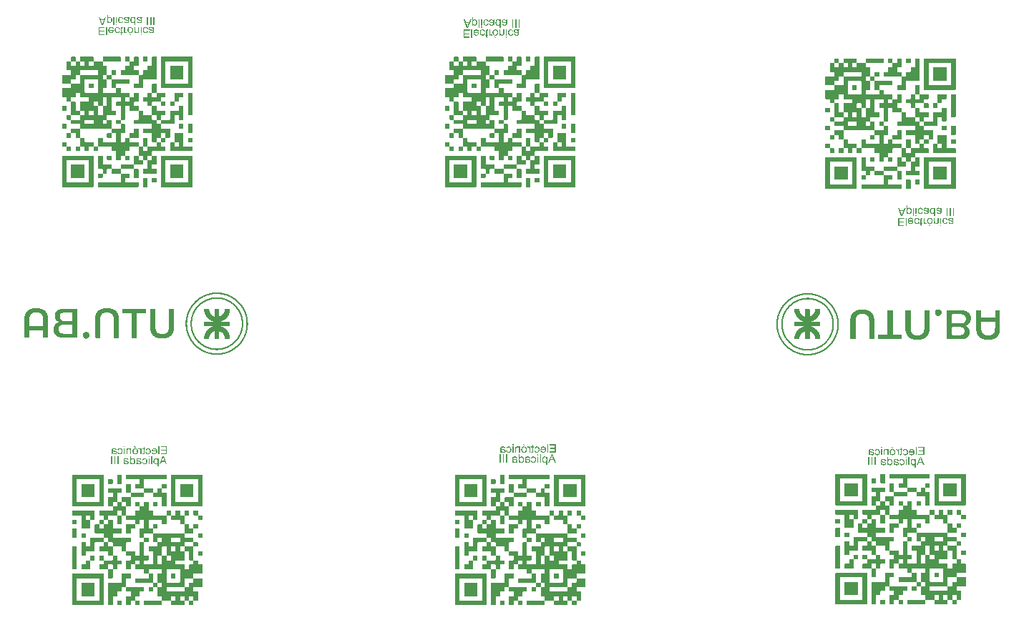
<source format=gbo>
G04*
G04 #@! TF.GenerationSoftware,Altium Limited,Altium Designer,21.4.1 (30)*
G04*
G04 Layer_Color=32896*
%FSLAX25Y25*%
%MOIN*%
G70*
G04*
G04 #@! TF.SameCoordinates,4F7A37CA-CC0D-4B0B-ADC5-D258E3024ECD*
G04*
G04*
G04 #@! TF.FilePolarity,Positive*
G04*
G01*
G75*
G36*
X253801Y-32372D02*
X253965D01*
Y-34333D01*
X251840D01*
Y-32209D01*
X253801D01*
Y-32372D01*
D02*
G37*
G36*
X241220D02*
X241384D01*
Y-34333D01*
X233051D01*
Y-32209D01*
X241220D01*
Y-32372D01*
D02*
G37*
G36*
X75455D02*
X75618D01*
Y-34333D01*
X73494D01*
Y-32209D01*
X75455D01*
Y-32372D01*
D02*
G37*
G36*
X62874D02*
X63037D01*
Y-34333D01*
X54705D01*
Y-32209D01*
X62874D01*
Y-32372D01*
D02*
G37*
G36*
X430967Y-33159D02*
X431130D01*
Y-35120D01*
X429006D01*
Y-32996D01*
X430967D01*
Y-33159D01*
D02*
G37*
G36*
X418386D02*
X418549D01*
Y-35120D01*
X410217D01*
Y-32996D01*
X418386D01*
Y-33159D01*
D02*
G37*
G36*
X228640Y-32372D02*
X228803D01*
Y-34333D01*
X233051D01*
Y-36457D01*
X235012D01*
Y-40705D01*
X237136D01*
Y-42665D01*
X245468D01*
Y-43809D01*
Y-43972D01*
Y-44789D01*
X239260D01*
Y-46913D01*
X241384D01*
Y-49037D01*
X245468D01*
Y-51161D01*
X247592D01*
Y-49037D01*
X249716D01*
Y-53122D01*
X247756D01*
Y-53285D01*
X247592D01*
Y-55246D01*
X249716D01*
Y-57370D01*
X251840D01*
Y-59494D01*
X255925D01*
Y-61455D01*
X256089D01*
Y-61618D01*
X258049D01*
Y-63579D01*
X260173D01*
Y-65703D01*
X264258D01*
Y-65866D01*
X264421D01*
Y-69787D01*
X264258D01*
Y-69951D01*
X262297D01*
Y-67827D01*
X260173D01*
Y-69951D01*
X262297D01*
Y-71911D01*
X262134D01*
Y-72075D01*
X260173D01*
Y-71748D01*
Y-71585D01*
Y-69951D01*
X258049D01*
Y-72075D01*
X260173D01*
Y-74035D01*
X262134D01*
Y-74199D01*
X262297D01*
Y-76159D01*
X256089D01*
Y-76323D01*
X255925D01*
Y-78284D01*
X258049D01*
Y-82531D01*
X255925D01*
Y-84492D01*
X258049D01*
Y-85472D01*
Y-85636D01*
Y-86616D01*
X251840D01*
Y-84492D01*
X253965D01*
Y-80408D01*
X251840D01*
Y-78284D01*
X249716D01*
Y-74035D01*
X245632D01*
Y-74199D01*
X245468D01*
Y-76159D01*
X243508D01*
Y-78284D01*
X245468D01*
Y-80408D01*
X243508D01*
Y-78284D01*
X241384D01*
Y-80408D01*
X239260D01*
Y-76159D01*
X237136D01*
Y-74035D01*
X230927D01*
Y-69951D01*
X233051D01*
Y-72075D01*
X239096D01*
Y-71911D01*
X239260D01*
Y-67827D01*
X237136D01*
Y-65703D01*
X222594D01*
Y-63742D01*
X222431D01*
Y-63579D01*
X218347D01*
Y-61618D01*
X216386D01*
Y-61455D01*
X216222D01*
Y-59494D01*
X218347D01*
Y-60474D01*
Y-60638D01*
Y-61618D01*
X222431D01*
Y-61455D01*
X222594D01*
Y-59494D01*
X218347D01*
Y-53122D01*
X216222D01*
Y-51161D01*
X214262D01*
Y-50998D01*
X214098D01*
Y-47077D01*
X214262D01*
Y-46913D01*
X218347D01*
Y-44789D01*
X214098D01*
Y-40705D01*
X218183D01*
Y-40541D01*
X218347D01*
Y-38581D01*
X216222D01*
Y-34333D01*
X218347D01*
Y-36457D01*
X220470D01*
Y-34333D01*
X218347D01*
Y-32372D01*
X218510D01*
Y-32209D01*
X220307D01*
Y-32372D01*
X220470D01*
Y-33843D01*
Y-34006D01*
Y-34333D01*
X222594D01*
Y-36457D01*
X224555D01*
Y-34333D01*
X222594D01*
Y-32209D01*
X228640D01*
Y-32372D01*
D02*
G37*
G36*
X50293D02*
X50457D01*
Y-34333D01*
X54705D01*
Y-36457D01*
X56665D01*
Y-40705D01*
X58789D01*
Y-42665D01*
X67122D01*
Y-43809D01*
Y-43972D01*
Y-44789D01*
X60913D01*
Y-46913D01*
X63037D01*
Y-49037D01*
X67122D01*
Y-51161D01*
X69246D01*
Y-49037D01*
X71370D01*
Y-53122D01*
X69409D01*
Y-53285D01*
X69246D01*
Y-55246D01*
X71370D01*
Y-57370D01*
X73494D01*
Y-59494D01*
X77579D01*
Y-61455D01*
X77742D01*
Y-61618D01*
X79703D01*
Y-63579D01*
X81827D01*
Y-65703D01*
X85911D01*
Y-65866D01*
X86075D01*
Y-69787D01*
X85911D01*
Y-69951D01*
X83951D01*
Y-67827D01*
X81827D01*
Y-69951D01*
X83951D01*
Y-71911D01*
X83787D01*
Y-72075D01*
X81827D01*
Y-71748D01*
Y-71585D01*
Y-69951D01*
X79703D01*
Y-72075D01*
X81827D01*
Y-74035D01*
X83787D01*
Y-74199D01*
X83951D01*
Y-76159D01*
X77742D01*
Y-76323D01*
X77579D01*
Y-78284D01*
X79703D01*
Y-82531D01*
X77579D01*
Y-84492D01*
X79703D01*
Y-85472D01*
Y-85636D01*
Y-86616D01*
X73494D01*
Y-84492D01*
X75618D01*
Y-80408D01*
X73494D01*
Y-78284D01*
X71370D01*
Y-74035D01*
X67285D01*
Y-74199D01*
X67122D01*
Y-76159D01*
X65161D01*
Y-78284D01*
X67122D01*
Y-80408D01*
X65161D01*
Y-78284D01*
X63037D01*
Y-80408D01*
X60913D01*
Y-76159D01*
X58789D01*
Y-74035D01*
X52581D01*
Y-69951D01*
X54705D01*
Y-72075D01*
X60750D01*
Y-71911D01*
X60913D01*
Y-67827D01*
X58789D01*
Y-65703D01*
X44248D01*
Y-63742D01*
X44085D01*
Y-63579D01*
X40000D01*
Y-61618D01*
X38039D01*
Y-61455D01*
X37876D01*
Y-59494D01*
X40000D01*
Y-60474D01*
Y-60638D01*
Y-61618D01*
X44085D01*
Y-61455D01*
X44248D01*
Y-59494D01*
X40000D01*
Y-53122D01*
X37876D01*
Y-51161D01*
X35915D01*
Y-50998D01*
X35752D01*
Y-47077D01*
X35915D01*
Y-46913D01*
X40000D01*
Y-44789D01*
X35752D01*
Y-40705D01*
X39837D01*
Y-40541D01*
X40000D01*
Y-38581D01*
X37876D01*
Y-34333D01*
X40000D01*
Y-36457D01*
X42124D01*
Y-34333D01*
X40000D01*
Y-32372D01*
X40163D01*
Y-32209D01*
X41961D01*
Y-32372D01*
X42124D01*
Y-33843D01*
Y-34006D01*
Y-34333D01*
X44248D01*
Y-36457D01*
X46209D01*
Y-34333D01*
X44248D01*
Y-32209D01*
X50293D01*
Y-32372D01*
D02*
G37*
G36*
X405805Y-33159D02*
X405969D01*
Y-35120D01*
X410217D01*
Y-37244D01*
X412177D01*
Y-41492D01*
X414301D01*
Y-43453D01*
X422634D01*
Y-44596D01*
Y-44760D01*
Y-45577D01*
X416425D01*
Y-47701D01*
X418549D01*
Y-49825D01*
X422634D01*
Y-51949D01*
X424758D01*
Y-49825D01*
X426882D01*
Y-53909D01*
X424921D01*
Y-54073D01*
X424758D01*
Y-56033D01*
X426882D01*
Y-58157D01*
X429006D01*
Y-60281D01*
X433090D01*
Y-62242D01*
X433254D01*
Y-62406D01*
X435215D01*
Y-64366D01*
X437339D01*
Y-66490D01*
X441423D01*
Y-66654D01*
X441587D01*
Y-70575D01*
X441423D01*
Y-70738D01*
X439463D01*
Y-68614D01*
X437339D01*
Y-70738D01*
X439463D01*
Y-72699D01*
X439299D01*
Y-72862D01*
X437339D01*
Y-72535D01*
Y-72372D01*
Y-70738D01*
X435215D01*
Y-72862D01*
X437339D01*
Y-74823D01*
X439299D01*
Y-74986D01*
X439463D01*
Y-76947D01*
X433254D01*
Y-77110D01*
X433090D01*
Y-79071D01*
X435215D01*
Y-83319D01*
X433090D01*
Y-85280D01*
X435215D01*
Y-86260D01*
Y-86423D01*
Y-87404D01*
X429006D01*
Y-85280D01*
X431130D01*
Y-81195D01*
X429006D01*
Y-79071D01*
X426882D01*
Y-74823D01*
X422797D01*
Y-74986D01*
X422634D01*
Y-76947D01*
X420673D01*
Y-79071D01*
X422634D01*
Y-81195D01*
X420673D01*
Y-79071D01*
X418549D01*
Y-81195D01*
X416425D01*
Y-76947D01*
X414301D01*
Y-74823D01*
X408092D01*
Y-70738D01*
X410217D01*
Y-72862D01*
X416262D01*
Y-72699D01*
X416425D01*
Y-68614D01*
X414301D01*
Y-66490D01*
X399760D01*
Y-64530D01*
X399597D01*
Y-64366D01*
X395512D01*
Y-62406D01*
X393551D01*
Y-62242D01*
X393388D01*
Y-60281D01*
X395512D01*
Y-61262D01*
Y-61425D01*
Y-62406D01*
X399597D01*
Y-62242D01*
X399760D01*
Y-60281D01*
X395512D01*
Y-53909D01*
X393388D01*
Y-51949D01*
X391427D01*
Y-51785D01*
X391264D01*
Y-47864D01*
X391427D01*
Y-47701D01*
X395512D01*
Y-45577D01*
X391264D01*
Y-41492D01*
X395348D01*
Y-41329D01*
X395512D01*
Y-39368D01*
X393388D01*
Y-35120D01*
X395512D01*
Y-37244D01*
X397636D01*
Y-35120D01*
X395512D01*
Y-33159D01*
X395675D01*
Y-32996D01*
X397472D01*
Y-33159D01*
X397636D01*
Y-34630D01*
Y-34793D01*
Y-35120D01*
X399760D01*
Y-37244D01*
X401721D01*
Y-35120D01*
X399760D01*
Y-32996D01*
X405805D01*
Y-33159D01*
D02*
G37*
G36*
X258049Y-42665D02*
X251840D01*
Y-46913D01*
X247592D01*
Y-44789D01*
X249716D01*
Y-40705D01*
X241384D01*
Y-38581D01*
X243344D01*
Y-38417D01*
X243508D01*
Y-36457D01*
X245468D01*
Y-34333D01*
X243508D01*
Y-32209D01*
X245468D01*
Y-34333D01*
X247592D01*
Y-32372D01*
X247756D01*
Y-32209D01*
X249553D01*
Y-32372D01*
X249716D01*
Y-36457D01*
X247592D01*
Y-38581D01*
X249716D01*
Y-40705D01*
X251677D01*
Y-40541D01*
X251840D01*
Y-38581D01*
X253801D01*
Y-38417D01*
X253965D01*
Y-38254D01*
Y-36457D01*
X255925D01*
Y-32372D01*
X256089D01*
Y-32209D01*
X258049D01*
Y-42665D01*
D02*
G37*
G36*
X239260Y-40541D02*
X239096D01*
Y-40705D01*
X237136D01*
Y-38581D01*
X239260D01*
Y-40541D01*
D02*
G37*
G36*
X79703Y-42665D02*
X73494D01*
Y-46913D01*
X69246D01*
Y-44789D01*
X71370D01*
Y-40705D01*
X63037D01*
Y-38581D01*
X64998D01*
Y-38417D01*
X65161D01*
Y-36457D01*
X67122D01*
Y-34333D01*
X65161D01*
Y-32209D01*
X67122D01*
Y-34333D01*
X69246D01*
Y-32372D01*
X69409D01*
Y-32209D01*
X71207D01*
Y-32372D01*
X71370D01*
Y-36457D01*
X69246D01*
Y-38581D01*
X71370D01*
Y-40705D01*
X73331D01*
Y-40541D01*
X73494D01*
Y-38581D01*
X75455D01*
Y-38417D01*
X75618D01*
Y-38254D01*
Y-36457D01*
X77579D01*
Y-32372D01*
X77742D01*
Y-32209D01*
X79703D01*
Y-42665D01*
D02*
G37*
G36*
X60913Y-40541D02*
X60750D01*
Y-40705D01*
X58789D01*
Y-38581D01*
X60913D01*
Y-40541D01*
D02*
G37*
G36*
X435215Y-43453D02*
X429006D01*
Y-47701D01*
X424758D01*
Y-45577D01*
X426882D01*
Y-41492D01*
X418549D01*
Y-39368D01*
X420510D01*
Y-39205D01*
X420673D01*
Y-37244D01*
X422634D01*
Y-35120D01*
X420673D01*
Y-32996D01*
X422634D01*
Y-35120D01*
X424758D01*
Y-33159D01*
X424921D01*
Y-32996D01*
X426719D01*
Y-33159D01*
X426882D01*
Y-37244D01*
X424758D01*
Y-39368D01*
X426882D01*
Y-41492D01*
X428842D01*
Y-41329D01*
X429006D01*
Y-39368D01*
X430967D01*
Y-39205D01*
X431130D01*
Y-39041D01*
Y-37244D01*
X433090D01*
Y-33159D01*
X433254D01*
Y-32996D01*
X435215D01*
Y-43453D01*
D02*
G37*
G36*
X416425Y-41329D02*
X416262D01*
Y-41492D01*
X414301D01*
Y-39368D01*
X416425D01*
Y-41329D01*
D02*
G37*
G36*
X274715Y-32372D02*
X274878D01*
Y-39071D01*
Y-39234D01*
Y-46750D01*
X274715D01*
Y-46913D01*
X260173D01*
Y-32372D01*
X260337D01*
Y-32209D01*
X274715D01*
Y-32372D01*
D02*
G37*
G36*
X96368D02*
X96531D01*
Y-39071D01*
Y-39234D01*
Y-46750D01*
X96368D01*
Y-46913D01*
X81827D01*
Y-32372D01*
X81990D01*
Y-32209D01*
X96368D01*
Y-32372D01*
D02*
G37*
G36*
X451880Y-33159D02*
X452043D01*
Y-39858D01*
Y-40022D01*
Y-47537D01*
X451880D01*
Y-47701D01*
X437339D01*
Y-33159D01*
X437502D01*
Y-32996D01*
X451880D01*
Y-33159D01*
D02*
G37*
G36*
X258049Y-48547D02*
Y-48711D01*
Y-49037D01*
X262297D01*
Y-50998D01*
X262134D01*
Y-51161D01*
X260173D01*
Y-53122D01*
X262134D01*
Y-53285D01*
X262297D01*
Y-55246D01*
X260173D01*
Y-53122D01*
X256089D01*
Y-53285D01*
X255925D01*
Y-55246D01*
X258049D01*
Y-57370D01*
X262297D01*
Y-59494D01*
X260173D01*
Y-61618D01*
X264258D01*
Y-61455D01*
X264421D01*
Y-57370D01*
X268506D01*
Y-55246D01*
X270630D01*
Y-61455D01*
X270466D01*
Y-61618D01*
X268669D01*
Y-61455D01*
X268506D01*
Y-60801D01*
Y-60638D01*
Y-59494D01*
X266382D01*
Y-63579D01*
X260173D01*
Y-61618D01*
X258049D01*
Y-59494D01*
X255925D01*
Y-55246D01*
X253965D01*
Y-53285D01*
X253801D01*
Y-53122D01*
X251840D01*
Y-51161D01*
X253801D01*
Y-50998D01*
X253965D01*
Y-49037D01*
X255925D01*
Y-50998D01*
X256089D01*
Y-51161D01*
X258049D01*
Y-49037D01*
X255925D01*
Y-44953D01*
X256089D01*
Y-44789D01*
X258049D01*
Y-48547D01*
D02*
G37*
G36*
X79703D02*
Y-48711D01*
Y-49037D01*
X83951D01*
Y-50998D01*
X83787D01*
Y-51161D01*
X81827D01*
Y-53122D01*
X83787D01*
Y-53285D01*
X83951D01*
Y-55246D01*
X81827D01*
Y-53122D01*
X77742D01*
Y-53285D01*
X77579D01*
Y-55246D01*
X79703D01*
Y-57370D01*
X83951D01*
Y-59494D01*
X81827D01*
Y-61618D01*
X85911D01*
Y-61455D01*
X86075D01*
Y-57370D01*
X90159D01*
Y-55246D01*
X92283D01*
Y-61455D01*
X92120D01*
Y-61618D01*
X90323D01*
Y-61455D01*
X90159D01*
Y-60801D01*
Y-60638D01*
Y-59494D01*
X88035D01*
Y-63579D01*
X81827D01*
Y-61618D01*
X79703D01*
Y-59494D01*
X77579D01*
Y-55246D01*
X75618D01*
Y-53285D01*
X75455D01*
Y-53122D01*
X73494D01*
Y-51161D01*
X75455D01*
Y-50998D01*
X75618D01*
Y-49037D01*
X77579D01*
Y-50998D01*
X77742D01*
Y-51161D01*
X79703D01*
Y-49037D01*
X77579D01*
Y-44953D01*
X77742D01*
Y-44789D01*
X79703D01*
Y-48547D01*
D02*
G37*
G36*
X435215Y-49335D02*
Y-49498D01*
Y-49825D01*
X439463D01*
Y-51785D01*
X439299D01*
Y-51949D01*
X437339D01*
Y-53909D01*
X439299D01*
Y-54073D01*
X439463D01*
Y-56033D01*
X437339D01*
Y-53909D01*
X433254D01*
Y-54073D01*
X433090D01*
Y-56033D01*
X435215D01*
Y-58157D01*
X439463D01*
Y-60281D01*
X437339D01*
Y-62406D01*
X441423D01*
Y-62242D01*
X441587D01*
Y-58157D01*
X445671D01*
Y-56033D01*
X447795D01*
Y-62242D01*
X447632D01*
Y-62406D01*
X445835D01*
Y-62242D01*
X445671D01*
Y-61589D01*
Y-61425D01*
Y-60281D01*
X443547D01*
Y-64366D01*
X437339D01*
Y-62406D01*
X435215D01*
Y-60281D01*
X433090D01*
Y-56033D01*
X431130D01*
Y-54073D01*
X430967D01*
Y-53909D01*
X429006D01*
Y-51949D01*
X430967D01*
Y-51785D01*
X431130D01*
Y-49825D01*
X433090D01*
Y-51785D01*
X433254D01*
Y-51949D01*
X435215D01*
Y-49825D01*
X433090D01*
Y-45740D01*
X433254D01*
Y-45577D01*
X435215D01*
Y-49335D01*
D02*
G37*
G36*
X270630Y-50998D02*
X270466D01*
Y-51161D01*
X268506D01*
Y-53122D01*
X266382D01*
Y-49037D01*
X270630D01*
Y-50998D01*
D02*
G37*
G36*
X92283D02*
X92120D01*
Y-51161D01*
X90159D01*
Y-53122D01*
X88035D01*
Y-49037D01*
X92283D01*
Y-50998D01*
D02*
G37*
G36*
X447795Y-51785D02*
X447632D01*
Y-51949D01*
X445671D01*
Y-53909D01*
X443547D01*
Y-49825D01*
X447795D01*
Y-51785D01*
D02*
G37*
G36*
X266382Y-54102D02*
Y-54266D01*
Y-55246D01*
X264421D01*
Y-53122D01*
X266382D01*
Y-54102D01*
D02*
G37*
G36*
X88035D02*
Y-54266D01*
Y-55246D01*
X86075D01*
Y-53122D01*
X88035D01*
Y-54102D01*
D02*
G37*
G36*
X443547Y-54890D02*
Y-55053D01*
Y-56033D01*
X441587D01*
Y-53909D01*
X443547D01*
Y-54890D01*
D02*
G37*
G36*
X216222Y-57370D02*
X214262D01*
Y-57207D01*
X214098D01*
Y-55409D01*
X214262D01*
Y-55246D01*
X216222D01*
Y-57370D01*
D02*
G37*
G36*
X37876D02*
X35915D01*
Y-57207D01*
X35752D01*
Y-55409D01*
X35915D01*
Y-55246D01*
X37876D01*
Y-57370D01*
D02*
G37*
G36*
X393388Y-58157D02*
X391427D01*
Y-57994D01*
X391264D01*
Y-56197D01*
X391427D01*
Y-56033D01*
X393388D01*
Y-58157D01*
D02*
G37*
G36*
X274878Y-59331D02*
X274715D01*
Y-59494D01*
X272754D01*
Y-57697D01*
Y-57534D01*
Y-49037D01*
X274878D01*
Y-59331D01*
D02*
G37*
G36*
X96531D02*
X96368D01*
Y-59494D01*
X94407D01*
Y-57697D01*
Y-57534D01*
Y-49037D01*
X96531D01*
Y-59331D01*
D02*
G37*
G36*
X452043Y-60118D02*
X451880D01*
Y-60281D01*
X449919D01*
Y-58484D01*
Y-58321D01*
Y-49825D01*
X452043D01*
Y-60118D01*
D02*
G37*
G36*
X270466Y-63742D02*
X270630D01*
Y-65703D01*
X268506D01*
Y-63742D01*
X268669D01*
Y-63579D01*
X270466D01*
Y-63742D01*
D02*
G37*
G36*
X216222Y-65703D02*
X214098D01*
Y-65539D01*
Y-65376D01*
Y-63742D01*
X214262D01*
Y-63579D01*
X216222D01*
Y-65703D01*
D02*
G37*
G36*
X92120Y-63742D02*
X92283D01*
Y-65703D01*
X90159D01*
Y-63742D01*
X90323D01*
Y-63579D01*
X92120D01*
Y-63742D01*
D02*
G37*
G36*
X37876Y-65703D02*
X35752D01*
Y-65539D01*
Y-65376D01*
Y-63742D01*
X35915D01*
Y-63579D01*
X37876D01*
Y-65703D01*
D02*
G37*
G36*
X447632Y-64530D02*
X447795D01*
Y-66490D01*
X445671D01*
Y-64530D01*
X445835D01*
Y-64366D01*
X447632D01*
Y-64530D01*
D02*
G37*
G36*
X393388Y-66490D02*
X391264D01*
Y-66327D01*
Y-66163D01*
Y-64530D01*
X391427D01*
Y-64366D01*
X393388D01*
Y-66490D01*
D02*
G37*
G36*
X274715Y-63742D02*
X274878D01*
Y-67663D01*
X274715D01*
Y-67827D01*
X272754D01*
Y-65703D01*
Y-65539D01*
Y-63579D01*
X274715D01*
Y-63742D01*
D02*
G37*
G36*
X96368D02*
X96531D01*
Y-67663D01*
X96368D01*
Y-67827D01*
X94407D01*
Y-65703D01*
Y-65539D01*
Y-63579D01*
X96368D01*
Y-63742D01*
D02*
G37*
G36*
X451880Y-64530D02*
X452043D01*
Y-68451D01*
X451880D01*
Y-68614D01*
X449919D01*
Y-66490D01*
Y-66327D01*
Y-64366D01*
X451880D01*
Y-64530D01*
D02*
G37*
G36*
X237136Y-69951D02*
X235175D01*
Y-69787D01*
X235012D01*
Y-67990D01*
X235175D01*
Y-67827D01*
X237136D01*
Y-69951D01*
D02*
G37*
G36*
X218347D02*
X216222D01*
Y-67827D01*
X218347D01*
Y-69951D01*
D02*
G37*
G36*
X58789D02*
X56829D01*
Y-69787D01*
X56665D01*
Y-67990D01*
X56829D01*
Y-67827D01*
X58789D01*
Y-69951D01*
D02*
G37*
G36*
X40000D02*
X37876D01*
Y-67827D01*
X40000D01*
Y-69951D01*
D02*
G37*
G36*
X414301Y-70738D02*
X412340D01*
Y-70575D01*
X412177D01*
Y-68778D01*
X412340D01*
Y-68614D01*
X414301D01*
Y-70738D01*
D02*
G37*
G36*
X395512D02*
X393388D01*
Y-68614D01*
X395512D01*
Y-70738D01*
D02*
G37*
G36*
X274878Y-71911D02*
X274715D01*
Y-72075D01*
X272754D01*
Y-69951D01*
X274878D01*
Y-71911D01*
D02*
G37*
G36*
X96531D02*
X96368D01*
Y-72075D01*
X94407D01*
Y-69951D01*
X96531D01*
Y-71911D01*
D02*
G37*
G36*
X452043Y-72699D02*
X451880D01*
Y-72862D01*
X449919D01*
Y-70738D01*
X452043D01*
Y-72699D01*
D02*
G37*
G36*
X270630Y-74035D02*
X274715D01*
Y-74199D01*
X274878D01*
Y-76159D01*
X264421D01*
Y-72075D01*
X266382D01*
Y-74035D01*
X268506D01*
Y-72075D01*
X266382D01*
Y-67990D01*
X266545D01*
Y-67827D01*
X270630D01*
Y-74035D01*
D02*
G37*
G36*
X92283D02*
X96368D01*
Y-74199D01*
X96531D01*
Y-76159D01*
X86075D01*
Y-72075D01*
X88035D01*
Y-74035D01*
X90159D01*
Y-72075D01*
X88035D01*
Y-67990D01*
X88199D01*
Y-67827D01*
X92283D01*
Y-74035D01*
D02*
G37*
G36*
X447795Y-74823D02*
X451880D01*
Y-74986D01*
X452043D01*
Y-76947D01*
X441587D01*
Y-72862D01*
X443547D01*
Y-74823D01*
X445671D01*
Y-72862D01*
X443547D01*
Y-68778D01*
X443711D01*
Y-68614D01*
X447795D01*
Y-74823D01*
D02*
G37*
G36*
X222594Y-69951D02*
X224555D01*
Y-71911D01*
X224718D01*
Y-72075D01*
X228803D01*
Y-74035D01*
X230927D01*
Y-76159D01*
X228803D01*
Y-74035D01*
X226842D01*
Y-74199D01*
X226679D01*
Y-76159D01*
X224555D01*
Y-74035D01*
X222594D01*
Y-69951D01*
X220470D01*
Y-67827D01*
X218347D01*
Y-65703D01*
X222594D01*
Y-69951D01*
D02*
G37*
G36*
Y-76159D02*
X220470D01*
Y-74035D01*
X222594D01*
Y-76159D01*
D02*
G37*
G36*
X216222Y-74035D02*
X218183D01*
Y-74199D01*
X218347D01*
Y-76159D01*
X216222D01*
Y-74035D01*
X214098D01*
Y-72075D01*
X216222D01*
Y-74035D01*
D02*
G37*
G36*
X44248Y-69951D02*
X46209D01*
Y-71911D01*
X46372D01*
Y-72075D01*
X50457D01*
Y-74035D01*
X52581D01*
Y-76159D01*
X50457D01*
Y-74035D01*
X48496D01*
Y-74199D01*
X48333D01*
Y-76159D01*
X46209D01*
Y-74035D01*
X44248D01*
Y-69951D01*
X42124D01*
Y-67827D01*
X40000D01*
Y-65703D01*
X44248D01*
Y-69951D01*
D02*
G37*
G36*
Y-76159D02*
X42124D01*
Y-74035D01*
X44248D01*
Y-76159D01*
D02*
G37*
G36*
X37876Y-74035D02*
X39837D01*
Y-74199D01*
X40000D01*
Y-76159D01*
X37876D01*
Y-74035D01*
X35752D01*
Y-72075D01*
X37876D01*
Y-74035D01*
D02*
G37*
G36*
X399760Y-70738D02*
X401721D01*
Y-72699D01*
X401884D01*
Y-72862D01*
X405969D01*
Y-74823D01*
X408092D01*
Y-76947D01*
X405969D01*
Y-74823D01*
X404008D01*
Y-74986D01*
X403844D01*
Y-76947D01*
X401721D01*
Y-74823D01*
X399760D01*
Y-70738D01*
X397636D01*
Y-68614D01*
X395512D01*
Y-66490D01*
X399760D01*
Y-70738D01*
D02*
G37*
G36*
Y-76947D02*
X397636D01*
Y-74823D01*
X399760D01*
Y-76947D01*
D02*
G37*
G36*
X393388Y-74823D02*
X395348D01*
Y-74986D01*
X395512D01*
Y-76947D01*
X393388D01*
Y-74823D01*
X391264D01*
Y-72862D01*
X393388D01*
Y-74823D01*
D02*
G37*
G36*
X237136Y-79100D02*
Y-79264D01*
Y-80408D01*
X235175D01*
Y-80244D01*
X235012D01*
Y-78447D01*
X235175D01*
Y-78284D01*
X237136D01*
Y-79100D01*
D02*
G37*
G36*
X58789D02*
Y-79264D01*
Y-80408D01*
X56829D01*
Y-80244D01*
X56665D01*
Y-78447D01*
X56829D01*
Y-78284D01*
X58789D01*
Y-79100D01*
D02*
G37*
G36*
X414301Y-79888D02*
Y-80051D01*
Y-81195D01*
X412340D01*
Y-81032D01*
X412177D01*
Y-79234D01*
X412340D01*
Y-79071D01*
X414301D01*
Y-79888D01*
D02*
G37*
G36*
X249716Y-80408D02*
X251840D01*
Y-82368D01*
X251677D01*
Y-82531D01*
X247592D01*
Y-78284D01*
X249716D01*
Y-80408D01*
D02*
G37*
G36*
X71370D02*
X73494D01*
Y-82368D01*
X73331D01*
Y-82531D01*
X69246D01*
Y-78284D01*
X71370D01*
Y-80408D01*
D02*
G37*
G36*
X426882Y-81195D02*
X429006D01*
Y-83156D01*
X428842D01*
Y-83319D01*
X424758D01*
Y-79071D01*
X426882D01*
Y-81195D01*
D02*
G37*
G36*
X247592Y-84492D02*
X249553D01*
Y-84655D01*
X249716D01*
Y-87596D01*
Y-87760D01*
Y-88740D01*
X247592D01*
Y-84492D01*
X241384D01*
Y-82531D01*
X247592D01*
Y-84492D01*
D02*
G37*
G36*
X233051Y-88577D02*
X232888D01*
Y-88740D01*
X230927D01*
Y-86616D01*
X233051D01*
Y-88577D01*
D02*
G37*
G36*
X69246Y-84492D02*
X71207D01*
Y-84655D01*
X71370D01*
Y-87596D01*
Y-87760D01*
Y-88740D01*
X69246D01*
Y-84492D01*
X63037D01*
Y-82531D01*
X69246D01*
Y-84492D01*
D02*
G37*
G36*
X54705Y-88577D02*
X54541D01*
Y-88740D01*
X52581D01*
Y-86616D01*
X54705D01*
Y-88577D01*
D02*
G37*
G36*
X424758Y-85280D02*
X426719D01*
Y-85443D01*
X426882D01*
Y-88384D01*
Y-88547D01*
Y-89527D01*
X424758D01*
Y-85280D01*
X418549D01*
Y-83319D01*
X424758D01*
Y-85280D01*
D02*
G37*
G36*
X410217Y-89364D02*
X410053D01*
Y-89527D01*
X408092D01*
Y-87404D01*
X410217D01*
Y-89364D01*
D02*
G37*
G36*
X258049Y-90864D02*
X256089D01*
Y-90701D01*
X255925D01*
Y-88903D01*
X256089D01*
Y-88740D01*
X258049D01*
Y-90864D01*
D02*
G37*
G36*
X79703D02*
X77742D01*
Y-90701D01*
X77579D01*
Y-88903D01*
X77742D01*
Y-88740D01*
X79703D01*
Y-90864D01*
D02*
G37*
G36*
X435215Y-91652D02*
X433254D01*
Y-91488D01*
X433090D01*
Y-89691D01*
X433254D01*
Y-89527D01*
X435215D01*
Y-91652D01*
D02*
G37*
G36*
X274715Y-78447D02*
X274878D01*
Y-92825D01*
X274715D01*
Y-92988D01*
X260337D01*
Y-92825D01*
X260173D01*
Y-78284D01*
X274715D01*
Y-78447D01*
D02*
G37*
G36*
X253801Y-88903D02*
X253965D01*
Y-92825D01*
X253801D01*
Y-92988D01*
X251840D01*
Y-88740D01*
X253801D01*
Y-88903D01*
D02*
G37*
G36*
X232888Y-78447D02*
X233051D01*
Y-82531D01*
X237136D01*
Y-84492D01*
X241384D01*
Y-85472D01*
Y-85636D01*
Y-86616D01*
X245468D01*
Y-88740D01*
X243508D01*
Y-90864D01*
X249716D01*
Y-92825D01*
X249553D01*
Y-92988D01*
X230927D01*
Y-90864D01*
X241384D01*
Y-86616D01*
X237136D01*
Y-84492D01*
X235175D01*
Y-84655D01*
X235012D01*
Y-86616D01*
X233051D01*
Y-84655D01*
X232888D01*
Y-84492D01*
X230927D01*
Y-78284D01*
X232888D01*
Y-78447D01*
D02*
G37*
G36*
X228803Y-92825D02*
X228640D01*
Y-92988D01*
X214262D01*
Y-92825D01*
X214098D01*
Y-78447D01*
X214262D01*
Y-78284D01*
X228803D01*
Y-92825D01*
D02*
G37*
G36*
X96368Y-78447D02*
X96531D01*
Y-92825D01*
X96368D01*
Y-92988D01*
X81990D01*
Y-92825D01*
X81827D01*
Y-78284D01*
X96368D01*
Y-78447D01*
D02*
G37*
G36*
X75455Y-88903D02*
X75618D01*
Y-92825D01*
X75455D01*
Y-92988D01*
X73494D01*
Y-88740D01*
X75455D01*
Y-88903D01*
D02*
G37*
G36*
X54541Y-78447D02*
X54705D01*
Y-82531D01*
X58789D01*
Y-84492D01*
X63037D01*
Y-85472D01*
Y-85636D01*
Y-86616D01*
X67122D01*
Y-88740D01*
X65161D01*
Y-90864D01*
X71370D01*
Y-92825D01*
X71207D01*
Y-92988D01*
X52581D01*
Y-90864D01*
X63037D01*
Y-86616D01*
X58789D01*
Y-84492D01*
X56829D01*
Y-84655D01*
X56665D01*
Y-86616D01*
X54705D01*
Y-84655D01*
X54541D01*
Y-84492D01*
X52581D01*
Y-78284D01*
X54541D01*
Y-78447D01*
D02*
G37*
G36*
X50457Y-92825D02*
X50293D01*
Y-92988D01*
X35915D01*
Y-92825D01*
X35752D01*
Y-78447D01*
X35915D01*
Y-78284D01*
X50457D01*
Y-92825D01*
D02*
G37*
G36*
X451880Y-79234D02*
X452043D01*
Y-93612D01*
X451880D01*
Y-93776D01*
X437502D01*
Y-93612D01*
X437339D01*
Y-79071D01*
X451880D01*
Y-79234D01*
D02*
G37*
G36*
X430967Y-89691D02*
X431130D01*
Y-93612D01*
X430967D01*
Y-93776D01*
X429006D01*
Y-89527D01*
X430967D01*
Y-89691D01*
D02*
G37*
G36*
X410053Y-79234D02*
X410217D01*
Y-83319D01*
X414301D01*
Y-85280D01*
X418549D01*
Y-86260D01*
Y-86423D01*
Y-87404D01*
X422634D01*
Y-89527D01*
X420673D01*
Y-91652D01*
X426882D01*
Y-93612D01*
X426719D01*
Y-93776D01*
X408092D01*
Y-91652D01*
X418549D01*
Y-87404D01*
X414301D01*
Y-85280D01*
X412340D01*
Y-85443D01*
X412177D01*
Y-87404D01*
X410217D01*
Y-85443D01*
X410053D01*
Y-85280D01*
X408092D01*
Y-79071D01*
X410053D01*
Y-79234D01*
D02*
G37*
G36*
X405969Y-93612D02*
X405805D01*
Y-93776D01*
X391427D01*
Y-93612D01*
X391264D01*
Y-79234D01*
X391427D01*
Y-79071D01*
X405969D01*
Y-93612D01*
D02*
G37*
G36*
X409340Y-150073D02*
X409802D01*
Y-150139D01*
X410265D01*
Y-150205D01*
X410463D01*
Y-150271D01*
X410794D01*
Y-150337D01*
X410926D01*
Y-150403D01*
X411125D01*
Y-150469D01*
X411323D01*
Y-150535D01*
X411389D01*
Y-150601D01*
X411587D01*
Y-150668D01*
X411653D01*
Y-150734D01*
X411852D01*
Y-150800D01*
X411918D01*
Y-150866D01*
X412050D01*
Y-150932D01*
X412182D01*
Y-150998D01*
X412249D01*
Y-151064D01*
X412315D01*
Y-151130D01*
X412381D01*
Y-151197D01*
X412513D01*
Y-151263D01*
X412579D01*
Y-151329D01*
X412645D01*
Y-151395D01*
X412711D01*
Y-151461D01*
X412777D01*
Y-151527D01*
X412844D01*
Y-151593D01*
X412910D01*
Y-151659D01*
X412976D01*
Y-151792D01*
X413042D01*
Y-151858D01*
X413108D01*
Y-151924D01*
X413174D01*
Y-151990D01*
X413240D01*
Y-152122D01*
X413306D01*
Y-152188D01*
X413372D01*
Y-152321D01*
X413439D01*
Y-152453D01*
X413505D01*
Y-152585D01*
X413571D01*
Y-152717D01*
X413637D01*
Y-152849D01*
X413703D01*
Y-152982D01*
X413769D01*
Y-153246D01*
X413835D01*
Y-153378D01*
X413901D01*
Y-153709D01*
X413967D01*
Y-153973D01*
X414034D01*
Y-154370D01*
X414100D01*
Y-163890D01*
X411720D01*
Y-155229D01*
X411653D01*
Y-154701D01*
Y-154634D01*
X411587D01*
Y-154304D01*
X411521D01*
Y-153907D01*
X411455D01*
Y-153775D01*
X411389D01*
Y-153577D01*
X411323D01*
Y-153444D01*
X411257D01*
Y-153312D01*
X411191D01*
Y-153246D01*
X411125D01*
Y-153114D01*
X411058D01*
Y-153048D01*
X410992D01*
Y-152982D01*
X410926D01*
Y-152849D01*
X410794D01*
Y-152783D01*
X410728D01*
Y-152717D01*
X410662D01*
Y-152651D01*
X410596D01*
Y-152585D01*
X410530D01*
Y-152519D01*
X410331D01*
Y-152453D01*
X410199D01*
Y-152387D01*
X410133D01*
Y-152321D01*
X409868D01*
Y-152254D01*
X409736D01*
Y-152188D01*
X409273D01*
Y-152122D01*
X407819D01*
Y-152188D01*
X407290D01*
Y-152254D01*
X407158D01*
Y-152321D01*
X406893D01*
Y-152387D01*
X406827D01*
Y-152453D01*
X406695D01*
Y-152519D01*
X406563D01*
Y-152585D01*
X406497D01*
Y-152651D01*
X406364D01*
Y-152717D01*
X406298D01*
Y-152783D01*
X406232D01*
Y-152849D01*
X406166D01*
Y-152916D01*
X406100D01*
Y-152982D01*
X406034D01*
Y-153048D01*
X405968D01*
Y-153180D01*
X405901D01*
Y-153246D01*
X405835D01*
Y-153378D01*
X405769D01*
Y-153510D01*
X405703D01*
Y-153643D01*
X405637D01*
Y-153907D01*
X405571D01*
Y-154039D01*
X405505D01*
Y-154370D01*
X405439D01*
Y-154767D01*
X405373D01*
Y-163824D01*
X405306D01*
Y-163890D01*
X402992D01*
Y-154039D01*
X403059D01*
Y-153841D01*
X403125D01*
Y-153444D01*
X403191D01*
Y-153312D01*
X403257D01*
Y-153048D01*
X403323D01*
Y-152916D01*
X403389D01*
Y-152783D01*
X403455D01*
Y-152585D01*
X403521D01*
Y-152519D01*
X403588D01*
Y-152321D01*
X403654D01*
Y-152254D01*
X403720D01*
Y-152122D01*
X403786D01*
Y-152056D01*
X403852D01*
Y-151990D01*
X403918D01*
Y-151858D01*
X403984D01*
Y-151792D01*
X404050D01*
Y-151725D01*
X404116D01*
Y-151593D01*
X404183D01*
Y-151527D01*
X404249D01*
Y-151461D01*
X404315D01*
Y-151395D01*
X404381D01*
Y-151329D01*
X404447D01*
Y-151263D01*
X404579D01*
Y-151197D01*
X404645D01*
Y-151130D01*
X404711D01*
Y-151064D01*
X404844D01*
Y-150998D01*
X404910D01*
Y-150932D01*
X405042D01*
Y-150866D01*
X405108D01*
Y-150800D01*
X405174D01*
Y-150734D01*
X405373D01*
Y-150668D01*
X405439D01*
Y-150601D01*
X405637D01*
Y-150535D01*
X405769D01*
Y-150469D01*
X405901D01*
Y-150403D01*
X406166D01*
Y-150337D01*
X406232D01*
Y-150271D01*
X406563D01*
Y-150205D01*
X406761D01*
Y-150139D01*
X407224D01*
Y-150073D01*
X407620D01*
Y-150006D01*
X409207D01*
Y-150073D01*
X409273D01*
Y-150006D01*
X409340D01*
Y-150073D01*
D02*
G37*
G36*
X439686Y-150337D02*
X439752D01*
Y-160122D01*
X439686D01*
Y-160320D01*
X439620D01*
Y-160783D01*
X439553D01*
Y-160915D01*
X439487D01*
Y-161114D01*
X439421D01*
Y-161312D01*
X439355D01*
Y-161444D01*
X439289D01*
Y-161576D01*
X439223D01*
Y-161709D01*
X439157D01*
Y-161841D01*
X439091D01*
Y-161907D01*
X439025D01*
Y-162039D01*
X438959D01*
Y-162171D01*
X438892D01*
Y-162238D01*
X438826D01*
Y-162370D01*
X438760D01*
Y-162436D01*
X438694D01*
Y-162502D01*
X438628D01*
Y-162568D01*
X438562D01*
Y-162634D01*
X438496D01*
Y-162700D01*
X438430D01*
Y-162767D01*
X438364D01*
Y-162833D01*
X438297D01*
Y-162899D01*
X438231D01*
Y-162965D01*
X438165D01*
Y-163031D01*
X438099D01*
Y-163097D01*
X437967D01*
Y-163163D01*
X437901D01*
Y-163229D01*
X437835D01*
Y-163295D01*
X437702D01*
Y-163362D01*
X437636D01*
Y-163428D01*
X437438D01*
Y-163494D01*
X437372D01*
Y-163560D01*
X437240D01*
Y-163626D01*
X437041D01*
Y-163692D01*
X436975D01*
Y-163758D01*
X436711D01*
Y-163824D01*
X436578D01*
Y-163890D01*
X436314D01*
Y-163956D01*
X436116D01*
Y-164023D01*
X435851D01*
Y-164089D01*
X435322D01*
Y-164155D01*
X434926D01*
Y-164221D01*
X433471D01*
Y-164155D01*
X433141D01*
Y-164089D01*
X432612D01*
Y-164023D01*
X432281D01*
Y-163956D01*
X432149D01*
Y-163890D01*
X431818D01*
Y-163824D01*
X431686D01*
Y-163758D01*
X431488D01*
Y-163692D01*
X431355D01*
Y-163626D01*
X431223D01*
Y-163560D01*
X431091D01*
Y-163494D01*
X430959D01*
Y-163428D01*
X430827D01*
Y-163362D01*
X430760D01*
Y-163295D01*
X430628D01*
Y-163229D01*
X430562D01*
Y-163163D01*
X430430D01*
Y-163097D01*
X430364D01*
Y-163031D01*
X430298D01*
Y-162965D01*
X430165D01*
Y-162899D01*
X430099D01*
Y-162833D01*
X430033D01*
Y-162767D01*
X429967D01*
Y-162700D01*
X429901D01*
Y-162634D01*
X429835D01*
Y-162502D01*
X429769D01*
Y-162436D01*
X429703D01*
Y-162370D01*
X429636D01*
Y-162304D01*
X429570D01*
Y-162171D01*
X429504D01*
Y-162105D01*
X429438D01*
Y-161973D01*
X429372D01*
Y-161907D01*
X429306D01*
Y-161775D01*
X429240D01*
Y-161643D01*
X429174D01*
Y-161510D01*
X429108D01*
Y-161378D01*
X429041D01*
Y-161246D01*
X428975D01*
Y-160981D01*
X428909D01*
Y-160849D01*
X428843D01*
Y-160519D01*
X428777D01*
Y-160254D01*
X428711D01*
Y-159924D01*
X428645D01*
Y-150337D01*
X428777D01*
Y-150271D01*
X430694D01*
Y-150337D01*
X430827D01*
Y-150271D01*
X430959D01*
Y-150337D01*
X431025D01*
Y-159064D01*
X431091D01*
Y-159659D01*
X431157D01*
Y-159990D01*
X431223D01*
Y-160320D01*
X431289D01*
Y-160452D01*
X431355D01*
Y-160651D01*
X431422D01*
Y-160717D01*
X431488D01*
Y-160849D01*
X431554D01*
Y-160981D01*
X431620D01*
Y-161047D01*
X431686D01*
Y-161180D01*
X431752D01*
Y-161246D01*
X431818D01*
Y-161312D01*
X431884D01*
Y-161378D01*
X431950D01*
Y-161444D01*
X432017D01*
Y-161510D01*
X432083D01*
Y-161576D01*
X432215D01*
Y-161643D01*
X432281D01*
Y-161709D01*
X432413D01*
Y-161775D01*
X432545D01*
Y-161841D01*
X432744D01*
Y-161907D01*
X432876D01*
Y-161973D01*
X433141D01*
Y-162039D01*
X433603D01*
Y-162105D01*
X434132D01*
Y-162171D01*
X434331D01*
Y-162105D01*
X434859D01*
Y-162039D01*
X435256D01*
Y-161973D01*
X435521D01*
Y-161907D01*
X435653D01*
Y-161841D01*
X435917D01*
Y-161775D01*
X435983D01*
Y-161709D01*
X436116D01*
Y-161643D01*
X436248D01*
Y-161576D01*
X436314D01*
Y-161510D01*
X436446D01*
Y-161378D01*
X436578D01*
Y-161312D01*
X436645D01*
Y-161180D01*
X436711D01*
Y-161114D01*
X436777D01*
Y-161047D01*
X436843D01*
Y-160915D01*
X436909D01*
Y-160783D01*
X436975D01*
Y-160717D01*
X437041D01*
Y-160585D01*
X437107D01*
Y-160320D01*
X437173D01*
Y-160188D01*
X437240D01*
Y-159725D01*
X437306D01*
Y-159395D01*
X437372D01*
Y-150403D01*
X437438D01*
Y-150337D01*
X437504D01*
Y-150271D01*
X437636D01*
Y-150337D01*
X437768D01*
Y-150271D01*
X439421D01*
Y-150337D01*
X439553D01*
Y-150271D01*
X439686D01*
Y-150337D01*
D02*
G37*
G36*
X422562D02*
X422694D01*
Y-151924D01*
Y-151990D01*
Y-161709D01*
X422761D01*
Y-161775D01*
X422827D01*
Y-161841D01*
X426992D01*
Y-163890D01*
X416017D01*
Y-161841D01*
X420248D01*
Y-161709D01*
X420314D01*
Y-150337D01*
X420447D01*
Y-150271D01*
X420645D01*
Y-150337D01*
X420843D01*
Y-150271D01*
X421240D01*
Y-150337D01*
X421306D01*
Y-150271D01*
X421570D01*
Y-150337D01*
X421703D01*
Y-150271D01*
X422298D01*
Y-150337D01*
X422430D01*
Y-150271D01*
X422562D01*
Y-150337D01*
D02*
G37*
G36*
X444248Y-150006D02*
X444446D01*
Y-150073D01*
X444578D01*
Y-150139D01*
X444710D01*
Y-150205D01*
X444776D01*
Y-150271D01*
X444909D01*
Y-150337D01*
X444975D01*
Y-150403D01*
X445041D01*
Y-150469D01*
X445107D01*
Y-150535D01*
X445173D01*
Y-150668D01*
X445239D01*
Y-150734D01*
X445305D01*
Y-150866D01*
X445371D01*
Y-150998D01*
X445438D01*
Y-151924D01*
X445371D01*
Y-152122D01*
X445305D01*
Y-152254D01*
X445239D01*
Y-152321D01*
X445173D01*
Y-152453D01*
X445107D01*
Y-152519D01*
X445041D01*
Y-152585D01*
X444975D01*
Y-152651D01*
X444909D01*
Y-152717D01*
X444843D01*
Y-152783D01*
X444710D01*
Y-152849D01*
X444578D01*
Y-152916D01*
X444512D01*
Y-152982D01*
X444115D01*
Y-153048D01*
X443719D01*
Y-152982D01*
X443322D01*
Y-152916D01*
X443256D01*
Y-152849D01*
X443124D01*
Y-152783D01*
X442991D01*
Y-152717D01*
X442925D01*
Y-152651D01*
X442859D01*
Y-152585D01*
X442793D01*
Y-152519D01*
X442727D01*
Y-152453D01*
X442661D01*
Y-152321D01*
X442595D01*
Y-152254D01*
X442529D01*
Y-152122D01*
X442462D01*
Y-151858D01*
X442396D01*
Y-151130D01*
X442462D01*
Y-150866D01*
X442529D01*
Y-150734D01*
X442595D01*
Y-150601D01*
X442661D01*
Y-150469D01*
X442793D01*
Y-150403D01*
X442859D01*
Y-150337D01*
X442925D01*
Y-150271D01*
X442991D01*
Y-150205D01*
X443057D01*
Y-150139D01*
X443256D01*
Y-150073D01*
X443388D01*
Y-150006D01*
X443653D01*
Y-149940D01*
X444248D01*
Y-150006D01*
D02*
G37*
G36*
X472611Y-150403D02*
X472677D01*
Y-159857D01*
X472611D01*
Y-160320D01*
X472544D01*
Y-160585D01*
X472478D01*
Y-160915D01*
X472412D01*
Y-161047D01*
X472346D01*
Y-161312D01*
X472280D01*
Y-161444D01*
X472214D01*
Y-161510D01*
X472148D01*
Y-161709D01*
X472082D01*
Y-161775D01*
X472015D01*
Y-161907D01*
X471949D01*
Y-161973D01*
X471883D01*
Y-162105D01*
X471817D01*
Y-162238D01*
X471751D01*
Y-162304D01*
X471685D01*
Y-162370D01*
X471619D01*
Y-162436D01*
X471553D01*
Y-162502D01*
X471487D01*
Y-162568D01*
X471420D01*
Y-162634D01*
X471354D01*
Y-162700D01*
X471288D01*
Y-162767D01*
X471222D01*
Y-162833D01*
X471156D01*
Y-162899D01*
X471090D01*
Y-162965D01*
X471024D01*
Y-163031D01*
X470958D01*
Y-163097D01*
X470825D01*
Y-163163D01*
X470759D01*
Y-163229D01*
X470693D01*
Y-163295D01*
X470561D01*
Y-163362D01*
X470495D01*
Y-163428D01*
X470363D01*
Y-163494D01*
X470230D01*
Y-163560D01*
X470098D01*
Y-163626D01*
X469900D01*
Y-163692D01*
X469768D01*
Y-163758D01*
X469569D01*
Y-163824D01*
X469371D01*
Y-163890D01*
X469239D01*
Y-163956D01*
X468908D01*
Y-164023D01*
X468644D01*
Y-164089D01*
X468049D01*
Y-164155D01*
X466330D01*
Y-164089D01*
X465668D01*
Y-164023D01*
X465404D01*
Y-163956D01*
X465073D01*
Y-163890D01*
X464875D01*
Y-163824D01*
X464677D01*
Y-163758D01*
X464478D01*
Y-163692D01*
X464346D01*
Y-163626D01*
X464214D01*
Y-163560D01*
X464082D01*
Y-163494D01*
X463949D01*
Y-163428D01*
X463817D01*
Y-163362D01*
X463751D01*
Y-163295D01*
X463553D01*
Y-163229D01*
X463487D01*
Y-163163D01*
X463421D01*
Y-163097D01*
X463354D01*
Y-163031D01*
X463288D01*
Y-162965D01*
X463156D01*
Y-162899D01*
X463090D01*
Y-162833D01*
X463024D01*
Y-162767D01*
X462958D01*
Y-162700D01*
X462892D01*
Y-162634D01*
X462826D01*
Y-162502D01*
X462759D01*
Y-162436D01*
X462693D01*
Y-162370D01*
X462627D01*
Y-162304D01*
X462561D01*
Y-162238D01*
X462495D01*
Y-162171D01*
X462429D01*
Y-162039D01*
X462363D01*
Y-161973D01*
X462297D01*
Y-161841D01*
X462231D01*
Y-161775D01*
X462164D01*
Y-161643D01*
X462098D01*
Y-161444D01*
X462032D01*
Y-161312D01*
X461966D01*
Y-161114D01*
X461900D01*
Y-160915D01*
X461834D01*
Y-160651D01*
X461768D01*
Y-160386D01*
X461702D01*
Y-160122D01*
X461635D01*
Y-159262D01*
X461569D01*
Y-150403D01*
X461635D01*
Y-150337D01*
X463883D01*
Y-150403D01*
X463949D01*
Y-153907D01*
X470363D01*
Y-150403D01*
X470429D01*
Y-150337D01*
X472611D01*
Y-150403D01*
D02*
G37*
G36*
X87899Y-159509D02*
X87833D01*
Y-159707D01*
X87766D01*
Y-160104D01*
X87700D01*
Y-160236D01*
X87634D01*
Y-160501D01*
X87568D01*
Y-160633D01*
X87502D01*
Y-160765D01*
X87436D01*
Y-160963D01*
X87370D01*
Y-161030D01*
X87304D01*
Y-161228D01*
X87238D01*
Y-161294D01*
X87171D01*
Y-161426D01*
X87105D01*
Y-161492D01*
X87039D01*
Y-161558D01*
X86973D01*
Y-161691D01*
X86907D01*
Y-161757D01*
X86841D01*
Y-161823D01*
X86775D01*
Y-161955D01*
X86709D01*
Y-162021D01*
X86642D01*
Y-162087D01*
X86576D01*
Y-162153D01*
X86510D01*
Y-162220D01*
X86444D01*
Y-162286D01*
X86312D01*
Y-162352D01*
X86246D01*
Y-162418D01*
X86180D01*
Y-162484D01*
X86048D01*
Y-162550D01*
X85981D01*
Y-162616D01*
X85849D01*
Y-162682D01*
X85783D01*
Y-162749D01*
X85717D01*
Y-162815D01*
X85519D01*
Y-162881D01*
X85453D01*
Y-162947D01*
X85254D01*
Y-163013D01*
X85122D01*
Y-163079D01*
X84990D01*
Y-163145D01*
X84725D01*
Y-163211D01*
X84659D01*
Y-163277D01*
X84329D01*
Y-163344D01*
X84130D01*
Y-163410D01*
X83667D01*
Y-163476D01*
X83271D01*
Y-163542D01*
X81684D01*
Y-163476D01*
X81618D01*
Y-163542D01*
X81552D01*
Y-163476D01*
X81089D01*
Y-163410D01*
X80626D01*
Y-163344D01*
X80428D01*
Y-163277D01*
X80097D01*
Y-163211D01*
X79965D01*
Y-163145D01*
X79767D01*
Y-163079D01*
X79568D01*
Y-163013D01*
X79502D01*
Y-162947D01*
X79304D01*
Y-162881D01*
X79238D01*
Y-162815D01*
X79039D01*
Y-162749D01*
X78973D01*
Y-162682D01*
X78841D01*
Y-162616D01*
X78709D01*
Y-162550D01*
X78643D01*
Y-162484D01*
X78577D01*
Y-162418D01*
X78510D01*
Y-162352D01*
X78378D01*
Y-162286D01*
X78312D01*
Y-162220D01*
X78246D01*
Y-162153D01*
X78180D01*
Y-162087D01*
X78114D01*
Y-162021D01*
X78048D01*
Y-161955D01*
X77982D01*
Y-161889D01*
X77916D01*
Y-161757D01*
X77849D01*
Y-161691D01*
X77783D01*
Y-161625D01*
X77717D01*
Y-161558D01*
X77651D01*
Y-161426D01*
X77585D01*
Y-161360D01*
X77519D01*
Y-161228D01*
X77453D01*
Y-161096D01*
X77387D01*
Y-160963D01*
X77320D01*
Y-160831D01*
X77254D01*
Y-160699D01*
X77188D01*
Y-160567D01*
X77122D01*
Y-160302D01*
X77056D01*
Y-160170D01*
X76990D01*
Y-159839D01*
X76924D01*
Y-159575D01*
X76858D01*
Y-159178D01*
X76792D01*
Y-149658D01*
X79172D01*
Y-158319D01*
X79238D01*
Y-158848D01*
Y-158914D01*
X79304D01*
Y-159245D01*
X79370D01*
Y-159641D01*
X79436D01*
Y-159773D01*
X79502D01*
Y-159972D01*
X79568D01*
Y-160104D01*
X79634D01*
Y-160236D01*
X79700D01*
Y-160302D01*
X79767D01*
Y-160435D01*
X79833D01*
Y-160501D01*
X79899D01*
Y-160567D01*
X79965D01*
Y-160699D01*
X80097D01*
Y-160765D01*
X80163D01*
Y-160831D01*
X80230D01*
Y-160897D01*
X80296D01*
Y-160963D01*
X80362D01*
Y-161030D01*
X80560D01*
Y-161096D01*
X80692D01*
Y-161162D01*
X80758D01*
Y-161228D01*
X81023D01*
Y-161294D01*
X81155D01*
Y-161360D01*
X81618D01*
Y-161426D01*
X83072D01*
Y-161360D01*
X83601D01*
Y-161294D01*
X83733D01*
Y-161228D01*
X83998D01*
Y-161162D01*
X84064D01*
Y-161096D01*
X84196D01*
Y-161030D01*
X84329D01*
Y-160963D01*
X84395D01*
Y-160897D01*
X84527D01*
Y-160831D01*
X84593D01*
Y-160765D01*
X84659D01*
Y-160699D01*
X84725D01*
Y-160633D01*
X84791D01*
Y-160567D01*
X84857D01*
Y-160501D01*
X84924D01*
Y-160368D01*
X84990D01*
Y-160302D01*
X85056D01*
Y-160170D01*
X85122D01*
Y-160038D01*
X85188D01*
Y-159906D01*
X85254D01*
Y-159641D01*
X85320D01*
Y-159509D01*
X85386D01*
Y-159178D01*
X85453D01*
Y-158782D01*
X85519D01*
Y-149724D01*
X85585D01*
Y-149658D01*
X87899D01*
Y-159509D01*
D02*
G37*
G36*
X42941Y-163145D02*
X42875D01*
Y-163211D01*
X36330D01*
Y-163145D01*
X35338D01*
Y-163079D01*
X35074D01*
Y-163013D01*
X34743D01*
Y-162947D01*
X34545D01*
Y-162881D01*
X34280D01*
Y-162815D01*
X34082D01*
Y-162749D01*
X33950D01*
Y-162682D01*
X33751D01*
Y-162616D01*
X33619D01*
Y-162550D01*
X33553D01*
Y-162484D01*
X33421D01*
Y-162418D01*
X33289D01*
Y-162352D01*
X33222D01*
Y-162286D01*
X33090D01*
Y-162220D01*
X33024D01*
Y-162153D01*
X32958D01*
Y-162087D01*
X32892D01*
Y-162021D01*
X32826D01*
Y-161955D01*
X32760D01*
Y-161889D01*
X32694D01*
Y-161823D01*
X32627D01*
Y-161757D01*
X32561D01*
Y-161691D01*
X32495D01*
Y-161625D01*
X32429D01*
Y-161558D01*
X32363D01*
Y-161426D01*
X32297D01*
Y-161360D01*
X32231D01*
Y-161228D01*
X32165D01*
Y-161096D01*
X32098D01*
Y-160963D01*
X32032D01*
Y-160765D01*
X31966D01*
Y-160633D01*
X31900D01*
Y-160368D01*
X31834D01*
Y-160038D01*
X31768D01*
Y-158782D01*
X31834D01*
Y-158451D01*
X31900D01*
Y-158054D01*
X31966D01*
Y-157922D01*
X32032D01*
Y-157724D01*
X32098D01*
Y-157592D01*
X32165D01*
Y-157459D01*
X32231D01*
Y-157327D01*
X32297D01*
Y-157261D01*
X32363D01*
Y-157129D01*
X32429D01*
Y-157063D01*
X32495D01*
Y-156997D01*
X32561D01*
Y-156864D01*
X32627D01*
Y-156798D01*
X32694D01*
Y-156732D01*
X32826D01*
Y-156666D01*
X32892D01*
Y-156600D01*
X32958D01*
Y-156534D01*
X33024D01*
Y-156468D01*
X33090D01*
Y-156402D01*
X33222D01*
Y-156335D01*
X33355D01*
Y-156269D01*
X33421D01*
Y-156203D01*
X33619D01*
Y-156137D01*
X33751D01*
Y-156071D01*
X33950D01*
Y-156005D01*
X34082D01*
Y-155939D01*
X34214D01*
Y-155873D01*
X34148D01*
Y-155807D01*
X34082D01*
Y-155740D01*
X33884D01*
Y-155674D01*
X33751D01*
Y-155608D01*
X33685D01*
Y-155542D01*
X33553D01*
Y-155476D01*
X33487D01*
Y-155410D01*
X33421D01*
Y-155344D01*
X33355D01*
Y-155278D01*
X33222D01*
Y-155212D01*
X33156D01*
Y-155079D01*
X33090D01*
Y-155013D01*
X33024D01*
Y-154947D01*
X32958D01*
Y-154881D01*
X32892D01*
Y-154815D01*
X32826D01*
Y-154683D01*
X32760D01*
Y-154550D01*
X32694D01*
Y-154418D01*
X32627D01*
Y-154286D01*
X32561D01*
Y-154088D01*
X32495D01*
Y-153823D01*
X32429D01*
Y-153691D01*
X32363D01*
Y-152369D01*
X32429D01*
Y-152170D01*
X32495D01*
Y-151840D01*
X32561D01*
Y-151641D01*
X32627D01*
Y-151575D01*
X32694D01*
Y-151377D01*
X32760D01*
Y-151311D01*
X32826D01*
Y-151112D01*
X32892D01*
Y-151046D01*
X32958D01*
Y-150980D01*
X33024D01*
Y-150914D01*
X33090D01*
Y-150848D01*
X33156D01*
Y-150782D01*
X33222D01*
Y-150716D01*
X33289D01*
Y-150650D01*
X33355D01*
Y-150584D01*
X33421D01*
Y-150517D01*
X33487D01*
Y-150451D01*
X33553D01*
Y-150385D01*
X33685D01*
Y-150319D01*
X33817D01*
Y-150253D01*
X33884D01*
Y-150187D01*
X33950D01*
Y-150121D01*
X34148D01*
Y-150055D01*
X34346D01*
Y-149989D01*
X34479D01*
Y-149923D01*
X34743D01*
Y-149856D01*
X34941D01*
Y-149790D01*
X35272D01*
Y-149724D01*
X35999D01*
Y-149658D01*
X42941D01*
Y-163145D01*
D02*
G37*
G36*
X24562Y-149460D02*
X25223D01*
Y-149526D01*
X25487D01*
Y-149592D01*
X25818D01*
Y-149658D01*
X26016D01*
Y-149724D01*
X26214D01*
Y-149790D01*
X26413D01*
Y-149856D01*
X26545D01*
Y-149923D01*
X26677D01*
Y-149989D01*
X26809D01*
Y-150055D01*
X26942D01*
Y-150121D01*
X27074D01*
Y-150187D01*
X27140D01*
Y-150253D01*
X27338D01*
Y-150319D01*
X27404D01*
Y-150385D01*
X27471D01*
Y-150451D01*
X27537D01*
Y-150517D01*
X27603D01*
Y-150584D01*
X27735D01*
Y-150650D01*
X27801D01*
Y-150716D01*
X27867D01*
Y-150782D01*
X27933D01*
Y-150848D01*
X27999D01*
Y-150914D01*
X28066D01*
Y-151046D01*
X28132D01*
Y-151112D01*
X28198D01*
Y-151179D01*
X28264D01*
Y-151245D01*
X28330D01*
Y-151311D01*
X28396D01*
Y-151377D01*
X28462D01*
Y-151509D01*
X28528D01*
Y-151575D01*
X28594D01*
Y-151707D01*
X28661D01*
Y-151774D01*
X28727D01*
Y-151906D01*
X28793D01*
Y-152104D01*
X28859D01*
Y-152236D01*
X28925D01*
Y-152435D01*
X28991D01*
Y-152633D01*
X29057D01*
Y-152898D01*
X29123D01*
Y-153162D01*
X29190D01*
Y-153427D01*
X29256D01*
Y-154286D01*
X29322D01*
Y-163145D01*
X29256D01*
Y-163211D01*
X27008D01*
Y-163145D01*
X26942D01*
Y-159641D01*
X20529D01*
Y-163145D01*
X20462D01*
Y-163211D01*
X18281D01*
Y-163145D01*
X18215D01*
Y-153691D01*
X18281D01*
Y-153228D01*
X18347D01*
Y-152964D01*
X18413D01*
Y-152633D01*
X18479D01*
Y-152501D01*
X18545D01*
Y-152236D01*
X18611D01*
Y-152104D01*
X18677D01*
Y-152038D01*
X18744D01*
Y-151840D01*
X18810D01*
Y-151774D01*
X18876D01*
Y-151641D01*
X18942D01*
Y-151575D01*
X19008D01*
Y-151443D01*
X19074D01*
Y-151311D01*
X19140D01*
Y-151245D01*
X19206D01*
Y-151179D01*
X19273D01*
Y-151112D01*
X19339D01*
Y-151046D01*
X19405D01*
Y-150980D01*
X19471D01*
Y-150914D01*
X19537D01*
Y-150848D01*
X19603D01*
Y-150782D01*
X19669D01*
Y-150716D01*
X19735D01*
Y-150650D01*
X19801D01*
Y-150584D01*
X19868D01*
Y-150517D01*
X19934D01*
Y-150451D01*
X20066D01*
Y-150385D01*
X20132D01*
Y-150319D01*
X20198D01*
Y-150253D01*
X20330D01*
Y-150187D01*
X20396D01*
Y-150121D01*
X20529D01*
Y-150055D01*
X20661D01*
Y-149989D01*
X20793D01*
Y-149923D01*
X20991D01*
Y-149856D01*
X21124D01*
Y-149790D01*
X21322D01*
Y-149724D01*
X21520D01*
Y-149658D01*
X21653D01*
Y-149592D01*
X21983D01*
Y-149526D01*
X22248D01*
Y-149460D01*
X22843D01*
Y-149393D01*
X24562D01*
Y-149460D01*
D02*
G37*
G36*
X74874Y-151707D02*
X70643D01*
Y-151840D01*
X70577D01*
Y-163211D01*
X70445D01*
Y-163277D01*
X70246D01*
Y-163211D01*
X70048D01*
Y-163277D01*
X69651D01*
Y-163211D01*
X69585D01*
Y-163277D01*
X69321D01*
Y-163211D01*
X69188D01*
Y-163277D01*
X68593D01*
Y-163211D01*
X68461D01*
Y-163277D01*
X68329D01*
Y-163211D01*
X68197D01*
Y-161625D01*
Y-161558D01*
Y-151840D01*
X68131D01*
Y-151774D01*
X68064D01*
Y-151707D01*
X63899D01*
Y-149658D01*
X74874D01*
Y-151707D01*
D02*
G37*
G36*
X57420Y-149393D02*
X57751D01*
Y-149460D01*
X58280D01*
Y-149526D01*
X58610D01*
Y-149592D01*
X58742D01*
Y-149658D01*
X59073D01*
Y-149724D01*
X59205D01*
Y-149790D01*
X59404D01*
Y-149856D01*
X59536D01*
Y-149923D01*
X59668D01*
Y-149989D01*
X59800D01*
Y-150055D01*
X59933D01*
Y-150121D01*
X60065D01*
Y-150187D01*
X60131D01*
Y-150253D01*
X60263D01*
Y-150319D01*
X60329D01*
Y-150385D01*
X60461D01*
Y-150451D01*
X60527D01*
Y-150517D01*
X60594D01*
Y-150584D01*
X60726D01*
Y-150650D01*
X60792D01*
Y-150716D01*
X60858D01*
Y-150782D01*
X60924D01*
Y-150848D01*
X60990D01*
Y-150914D01*
X61056D01*
Y-151046D01*
X61123D01*
Y-151112D01*
X61189D01*
Y-151179D01*
X61255D01*
Y-151245D01*
X61321D01*
Y-151377D01*
X61387D01*
Y-151443D01*
X61453D01*
Y-151575D01*
X61519D01*
Y-151641D01*
X61585D01*
Y-151774D01*
X61651D01*
Y-151906D01*
X61718D01*
Y-152038D01*
X61784D01*
Y-152170D01*
X61850D01*
Y-152303D01*
X61916D01*
Y-152567D01*
X61982D01*
Y-152699D01*
X62048D01*
Y-153030D01*
X62114D01*
Y-153294D01*
X62180D01*
Y-153625D01*
X62247D01*
Y-163211D01*
X62114D01*
Y-163277D01*
X60197D01*
Y-163211D01*
X60065D01*
Y-163277D01*
X59933D01*
Y-163211D01*
X59866D01*
Y-154484D01*
X59800D01*
Y-153889D01*
X59734D01*
Y-153559D01*
X59668D01*
Y-153228D01*
X59602D01*
Y-153096D01*
X59536D01*
Y-152898D01*
X59470D01*
Y-152831D01*
X59404D01*
Y-152699D01*
X59338D01*
Y-152567D01*
X59271D01*
Y-152501D01*
X59205D01*
Y-152369D01*
X59139D01*
Y-152303D01*
X59073D01*
Y-152236D01*
X59007D01*
Y-152170D01*
X58941D01*
Y-152104D01*
X58875D01*
Y-152038D01*
X58809D01*
Y-151972D01*
X58676D01*
Y-151906D01*
X58610D01*
Y-151840D01*
X58478D01*
Y-151774D01*
X58346D01*
Y-151707D01*
X58147D01*
Y-151641D01*
X58015D01*
Y-151575D01*
X57751D01*
Y-151509D01*
X57288D01*
Y-151443D01*
X56759D01*
Y-151377D01*
X56561D01*
Y-151443D01*
X56032D01*
Y-151509D01*
X55635D01*
Y-151575D01*
X55371D01*
Y-151641D01*
X55238D01*
Y-151707D01*
X54974D01*
Y-151774D01*
X54908D01*
Y-151840D01*
X54776D01*
Y-151906D01*
X54643D01*
Y-151972D01*
X54577D01*
Y-152038D01*
X54445D01*
Y-152170D01*
X54313D01*
Y-152236D01*
X54247D01*
Y-152369D01*
X54181D01*
Y-152435D01*
X54115D01*
Y-152501D01*
X54048D01*
Y-152633D01*
X53982D01*
Y-152765D01*
X53916D01*
Y-152831D01*
X53850D01*
Y-152964D01*
X53784D01*
Y-153228D01*
X53718D01*
Y-153360D01*
X53652D01*
Y-153823D01*
X53586D01*
Y-154154D01*
X53519D01*
Y-163145D01*
X53453D01*
Y-163211D01*
X53387D01*
Y-163277D01*
X53255D01*
Y-163211D01*
X53123D01*
Y-163277D01*
X51470D01*
Y-163211D01*
X51338D01*
Y-163277D01*
X51205D01*
Y-163211D01*
X51139D01*
Y-153427D01*
X51205D01*
Y-153228D01*
X51272D01*
Y-152765D01*
X51338D01*
Y-152633D01*
X51404D01*
Y-152435D01*
X51470D01*
Y-152236D01*
X51536D01*
Y-152104D01*
X51602D01*
Y-151972D01*
X51668D01*
Y-151840D01*
X51734D01*
Y-151707D01*
X51801D01*
Y-151641D01*
X51867D01*
Y-151509D01*
X51933D01*
Y-151377D01*
X51999D01*
Y-151311D01*
X52065D01*
Y-151179D01*
X52131D01*
Y-151112D01*
X52197D01*
Y-151046D01*
X52263D01*
Y-150980D01*
X52329D01*
Y-150914D01*
X52395D01*
Y-150848D01*
X52462D01*
Y-150782D01*
X52528D01*
Y-150716D01*
X52594D01*
Y-150650D01*
X52660D01*
Y-150584D01*
X52726D01*
Y-150517D01*
X52792D01*
Y-150451D01*
X52924D01*
Y-150385D01*
X52991D01*
Y-150319D01*
X53057D01*
Y-150253D01*
X53189D01*
Y-150187D01*
X53255D01*
Y-150121D01*
X53453D01*
Y-150055D01*
X53519D01*
Y-149989D01*
X53652D01*
Y-149923D01*
X53850D01*
Y-149856D01*
X53916D01*
Y-149790D01*
X54181D01*
Y-149724D01*
X54313D01*
Y-149658D01*
X54577D01*
Y-149592D01*
X54776D01*
Y-149526D01*
X55040D01*
Y-149460D01*
X55569D01*
Y-149393D01*
X55966D01*
Y-149327D01*
X57420D01*
Y-149393D01*
D02*
G37*
G36*
X47172Y-160567D02*
X47569D01*
Y-160633D01*
X47635D01*
Y-160699D01*
X47767D01*
Y-160765D01*
X47900D01*
Y-160831D01*
X47966D01*
Y-160897D01*
X48032D01*
Y-160963D01*
X48098D01*
Y-161030D01*
X48164D01*
Y-161096D01*
X48230D01*
Y-161228D01*
X48296D01*
Y-161294D01*
X48363D01*
Y-161426D01*
X48429D01*
Y-161691D01*
X48495D01*
Y-162418D01*
X48429D01*
Y-162682D01*
X48363D01*
Y-162815D01*
X48296D01*
Y-162947D01*
X48230D01*
Y-163079D01*
X48098D01*
Y-163145D01*
X48032D01*
Y-163211D01*
X47966D01*
Y-163277D01*
X47900D01*
Y-163344D01*
X47834D01*
Y-163410D01*
X47635D01*
Y-163476D01*
X47503D01*
Y-163542D01*
X47239D01*
Y-163608D01*
X46644D01*
Y-163542D01*
X46445D01*
Y-163476D01*
X46313D01*
Y-163410D01*
X46181D01*
Y-163344D01*
X46115D01*
Y-163277D01*
X45983D01*
Y-163211D01*
X45916D01*
Y-163145D01*
X45850D01*
Y-163079D01*
X45784D01*
Y-163013D01*
X45718D01*
Y-162881D01*
X45652D01*
Y-162815D01*
X45586D01*
Y-162682D01*
X45520D01*
Y-162550D01*
X45454D01*
Y-161625D01*
X45520D01*
Y-161426D01*
X45586D01*
Y-161294D01*
X45652D01*
Y-161228D01*
X45718D01*
Y-161096D01*
X45784D01*
Y-161030D01*
X45850D01*
Y-160963D01*
X45916D01*
Y-160897D01*
X45983D01*
Y-160831D01*
X46049D01*
Y-160765D01*
X46181D01*
Y-160699D01*
X46313D01*
Y-160633D01*
X46379D01*
Y-160567D01*
X46776D01*
Y-160501D01*
X47172D01*
Y-160567D01*
D02*
G37*
G36*
X454561Y-150403D02*
X455553D01*
Y-150469D01*
X455818D01*
Y-150535D01*
X456148D01*
Y-150601D01*
X456346D01*
Y-150668D01*
X456611D01*
Y-150734D01*
X456809D01*
Y-150800D01*
X456942D01*
Y-150866D01*
X457140D01*
Y-150932D01*
X457272D01*
Y-150998D01*
X457338D01*
Y-151064D01*
X457470D01*
Y-151130D01*
X457603D01*
Y-151197D01*
X457669D01*
Y-151263D01*
X457801D01*
Y-151329D01*
X457867D01*
Y-151395D01*
X457933D01*
Y-151461D01*
X457999D01*
Y-151527D01*
X458065D01*
Y-151593D01*
X458132D01*
Y-151659D01*
X458198D01*
Y-151725D01*
X458264D01*
Y-151792D01*
X458330D01*
Y-151858D01*
X458396D01*
Y-151924D01*
X458462D01*
Y-151990D01*
X458528D01*
Y-152122D01*
X458594D01*
Y-152188D01*
X458660D01*
Y-152321D01*
X458727D01*
Y-152453D01*
X458793D01*
Y-152585D01*
X458859D01*
Y-152783D01*
X458925D01*
Y-152916D01*
X458991D01*
Y-153180D01*
X459057D01*
Y-153510D01*
X459123D01*
Y-154767D01*
X459057D01*
Y-155097D01*
X458991D01*
Y-155494D01*
X458925D01*
Y-155626D01*
X458859D01*
Y-155824D01*
X458793D01*
Y-155957D01*
X458727D01*
Y-156089D01*
X458660D01*
Y-156221D01*
X458594D01*
Y-156287D01*
X458528D01*
Y-156420D01*
X458462D01*
Y-156486D01*
X458396D01*
Y-156552D01*
X458330D01*
Y-156684D01*
X458264D01*
Y-156750D01*
X458198D01*
Y-156816D01*
X458065D01*
Y-156882D01*
X457999D01*
Y-156948D01*
X457933D01*
Y-157015D01*
X457867D01*
Y-157081D01*
X457801D01*
Y-157147D01*
X457669D01*
Y-157213D01*
X457537D01*
Y-157279D01*
X457470D01*
Y-157345D01*
X457272D01*
Y-157411D01*
X457140D01*
Y-157477D01*
X456942D01*
Y-157544D01*
X456809D01*
Y-157610D01*
X456677D01*
Y-157676D01*
X456743D01*
Y-157742D01*
X456809D01*
Y-157808D01*
X457008D01*
Y-157874D01*
X457140D01*
Y-157940D01*
X457206D01*
Y-158006D01*
X457338D01*
Y-158072D01*
X457404D01*
Y-158139D01*
X457470D01*
Y-158205D01*
X457537D01*
Y-158271D01*
X457669D01*
Y-158337D01*
X457735D01*
Y-158469D01*
X457801D01*
Y-158535D01*
X457867D01*
Y-158601D01*
X457933D01*
Y-158667D01*
X457999D01*
Y-158733D01*
X458065D01*
Y-158866D01*
X458132D01*
Y-158998D01*
X458198D01*
Y-159130D01*
X458264D01*
Y-159262D01*
X458330D01*
Y-159461D01*
X458396D01*
Y-159725D01*
X458462D01*
Y-159857D01*
X458528D01*
Y-161180D01*
X458462D01*
Y-161378D01*
X458396D01*
Y-161709D01*
X458330D01*
Y-161907D01*
X458264D01*
Y-161973D01*
X458198D01*
Y-162171D01*
X458132D01*
Y-162238D01*
X458065D01*
Y-162436D01*
X457999D01*
Y-162502D01*
X457933D01*
Y-162568D01*
X457867D01*
Y-162634D01*
X457801D01*
Y-162700D01*
X457735D01*
Y-162767D01*
X457669D01*
Y-162833D01*
X457603D01*
Y-162899D01*
X457537D01*
Y-162965D01*
X457470D01*
Y-163031D01*
X457404D01*
Y-163097D01*
X457338D01*
Y-163163D01*
X457206D01*
Y-163229D01*
X457074D01*
Y-163295D01*
X457008D01*
Y-163362D01*
X456942D01*
Y-163428D01*
X456743D01*
Y-163494D01*
X456545D01*
Y-163560D01*
X456413D01*
Y-163626D01*
X456148D01*
Y-163692D01*
X455950D01*
Y-163758D01*
X455619D01*
Y-163824D01*
X454892D01*
Y-163890D01*
X447950D01*
Y-150403D01*
X448016D01*
Y-150337D01*
X454561D01*
Y-150403D01*
D02*
G37*
G36*
X108526Y-142187D02*
X109782D01*
Y-142253D01*
X110113D01*
Y-142319D01*
X110510D01*
Y-142385D01*
X110840D01*
Y-142452D01*
X111038D01*
Y-142518D01*
X111435D01*
Y-142584D01*
X111634D01*
Y-142650D01*
X111964D01*
Y-142716D01*
X112096D01*
Y-142782D01*
X112295D01*
Y-142848D01*
X112559D01*
Y-142914D01*
X112691D01*
Y-142981D01*
X112956D01*
Y-143047D01*
X113088D01*
Y-143113D01*
X113220D01*
Y-143179D01*
X113419D01*
Y-143245D01*
X113485D01*
Y-143311D01*
X113749D01*
Y-143377D01*
X113815D01*
Y-143443D01*
X114014D01*
Y-143509D01*
X114146D01*
Y-143576D01*
X114278D01*
Y-143642D01*
X114477D01*
Y-143708D01*
X114543D01*
Y-143774D01*
X114675D01*
Y-143840D01*
X114741D01*
Y-143906D01*
X114939D01*
Y-143972D01*
X115071D01*
Y-144038D01*
X115138D01*
Y-144104D01*
X115270D01*
Y-144170D01*
X115336D01*
Y-144237D01*
X115468D01*
Y-144303D01*
X115600D01*
Y-144369D01*
X115666D01*
Y-144435D01*
X115799D01*
Y-144501D01*
X115865D01*
Y-144567D01*
X115997D01*
Y-144633D01*
X116063D01*
Y-144700D01*
X116195D01*
Y-144766D01*
X116261D01*
Y-144832D01*
X116328D01*
Y-144898D01*
X116460D01*
Y-144964D01*
X116526D01*
Y-145030D01*
X116658D01*
Y-145096D01*
X116724D01*
Y-145162D01*
X116790D01*
Y-145228D01*
X116923D01*
Y-145294D01*
X116989D01*
Y-145361D01*
X117055D01*
Y-145427D01*
X117121D01*
Y-145493D01*
X117187D01*
Y-145559D01*
X117319D01*
Y-145625D01*
X117385D01*
Y-145691D01*
X117452D01*
Y-145757D01*
X117518D01*
Y-145823D01*
X117584D01*
Y-145889D01*
X117650D01*
Y-145956D01*
X117716D01*
Y-146022D01*
X117782D01*
Y-146088D01*
X117848D01*
Y-146154D01*
X117914D01*
Y-146220D01*
X117981D01*
Y-146286D01*
X118047D01*
Y-146352D01*
X118113D01*
Y-146418D01*
X118179D01*
Y-146484D01*
X118245D01*
Y-146551D01*
X118311D01*
Y-146617D01*
X118377D01*
Y-146683D01*
X118443D01*
Y-146749D01*
X118509D01*
Y-146815D01*
X118576D01*
Y-146881D01*
X118642D01*
Y-146947D01*
X118708D01*
Y-147013D01*
X118774D01*
Y-147080D01*
X118840D01*
Y-147146D01*
X118906D01*
Y-147212D01*
X118972D01*
Y-147344D01*
X119038D01*
Y-147410D01*
X119104D01*
Y-147476D01*
X119170D01*
Y-147542D01*
X119237D01*
Y-147608D01*
X119303D01*
Y-147741D01*
X119369D01*
Y-147807D01*
X119435D01*
Y-147873D01*
X119501D01*
Y-148005D01*
X119567D01*
Y-148071D01*
X119633D01*
Y-148204D01*
X119700D01*
Y-148270D01*
X119766D01*
Y-148336D01*
X119832D01*
Y-148468D01*
X119898D01*
Y-148534D01*
X119964D01*
Y-148666D01*
X120030D01*
Y-148732D01*
X120096D01*
Y-148865D01*
X120162D01*
Y-148997D01*
X120228D01*
Y-149063D01*
X120294D01*
Y-149195D01*
X120361D01*
Y-149261D01*
X120427D01*
Y-149393D01*
X120493D01*
Y-149526D01*
X120559D01*
Y-149592D01*
X120625D01*
Y-149790D01*
X120691D01*
Y-149856D01*
X120757D01*
Y-149989D01*
X120823D01*
Y-150121D01*
X120889D01*
Y-150253D01*
X120956D01*
Y-150451D01*
X121022D01*
Y-150517D01*
X121088D01*
Y-150716D01*
X121154D01*
Y-150782D01*
X121220D01*
Y-151046D01*
X121286D01*
Y-151179D01*
X121352D01*
Y-151245D01*
X121418D01*
Y-151509D01*
X121484D01*
Y-151641D01*
X121551D01*
Y-151906D01*
X121617D01*
Y-152038D01*
X121683D01*
Y-152236D01*
X121749D01*
Y-152501D01*
X121815D01*
Y-152633D01*
X121881D01*
Y-153030D01*
X121947D01*
Y-153162D01*
X122013D01*
Y-153493D01*
X122080D01*
Y-153823D01*
X122146D01*
Y-154088D01*
X122212D01*
Y-154683D01*
X122278D01*
Y-155013D01*
X122344D01*
Y-156005D01*
X122410D01*
Y-157261D01*
X122344D01*
Y-158319D01*
X122278D01*
Y-158650D01*
X122212D01*
Y-159178D01*
X122146D01*
Y-159509D01*
X122080D01*
Y-159773D01*
X122013D01*
Y-160104D01*
X121947D01*
Y-160302D01*
X121881D01*
Y-160633D01*
X121815D01*
Y-160765D01*
X121749D01*
Y-161096D01*
X121683D01*
Y-161228D01*
X121617D01*
Y-161426D01*
X121551D01*
Y-161625D01*
X121484D01*
Y-161757D01*
X121418D01*
Y-162021D01*
X121352D01*
Y-162153D01*
X121286D01*
Y-162286D01*
X121220D01*
Y-162484D01*
X121154D01*
Y-162616D01*
X121088D01*
Y-162749D01*
X121022D01*
Y-162881D01*
X120956D01*
Y-163013D01*
X120889D01*
Y-163145D01*
X120823D01*
Y-163277D01*
X120757D01*
Y-163410D01*
X120691D01*
Y-163542D01*
X120625D01*
Y-163674D01*
X120559D01*
Y-163740D01*
X120493D01*
Y-163873D01*
X120427D01*
Y-164005D01*
X120361D01*
Y-164071D01*
X120294D01*
Y-164269D01*
X120228D01*
Y-164335D01*
X120162D01*
Y-164468D01*
X120096D01*
Y-164534D01*
X120030D01*
Y-164600D01*
X119964D01*
Y-164732D01*
X119898D01*
Y-164798D01*
X119832D01*
Y-164930D01*
X119766D01*
Y-164996D01*
X119700D01*
Y-165129D01*
X119633D01*
Y-165195D01*
X119567D01*
Y-165327D01*
X119501D01*
Y-165393D01*
X119435D01*
Y-165459D01*
X119369D01*
Y-165591D01*
X119303D01*
Y-165658D01*
X119237D01*
Y-165724D01*
X119170D01*
Y-165790D01*
X119104D01*
Y-165856D01*
X119038D01*
Y-165988D01*
X118972D01*
Y-166054D01*
X118906D01*
Y-166120D01*
X118840D01*
Y-166186D01*
X118774D01*
Y-166253D01*
X118708D01*
Y-166385D01*
X118642D01*
Y-166451D01*
X118576D01*
Y-166517D01*
X118509D01*
Y-166583D01*
X118443D01*
Y-166649D01*
X118377D01*
Y-166715D01*
X118311D01*
Y-166781D01*
X118245D01*
Y-166848D01*
X118179D01*
Y-166914D01*
X118113D01*
Y-166980D01*
X118047D01*
Y-167046D01*
X117981D01*
Y-167112D01*
X117914D01*
Y-167178D01*
X117848D01*
Y-167244D01*
X117782D01*
Y-167310D01*
X117716D01*
Y-167376D01*
X117650D01*
Y-167443D01*
X117518D01*
Y-167509D01*
X117452D01*
Y-167575D01*
X117385D01*
Y-167641D01*
X117319D01*
Y-167707D01*
X117253D01*
Y-167773D01*
X117187D01*
Y-167839D01*
X117055D01*
Y-167905D01*
X116989D01*
Y-167972D01*
X116923D01*
Y-168038D01*
X116857D01*
Y-168104D01*
X116790D01*
Y-168170D01*
X116658D01*
Y-168236D01*
X116592D01*
Y-168302D01*
X116460D01*
Y-168368D01*
X116394D01*
Y-168434D01*
X116328D01*
Y-168500D01*
X116195D01*
Y-168567D01*
X116129D01*
Y-168633D01*
X115997D01*
Y-168699D01*
X115931D01*
Y-168765D01*
X115865D01*
Y-168831D01*
X115733D01*
Y-168897D01*
X115666D01*
Y-168963D01*
X115468D01*
Y-169029D01*
X115402D01*
Y-169096D01*
X115336D01*
Y-169162D01*
X115138D01*
Y-169228D01*
X115071D01*
Y-169294D01*
X114939D01*
Y-169360D01*
X114873D01*
Y-169426D01*
X114741D01*
Y-169492D01*
X114609D01*
Y-169558D01*
X114477D01*
Y-169624D01*
X114344D01*
Y-169691D01*
X114212D01*
Y-169757D01*
X114080D01*
Y-169823D01*
X113881D01*
Y-169889D01*
X113815D01*
Y-169955D01*
X113617D01*
Y-170021D01*
X113485D01*
Y-170087D01*
X113286D01*
Y-170153D01*
X113154D01*
Y-170219D01*
X112956D01*
Y-170285D01*
X112824D01*
Y-170352D01*
X112625D01*
Y-170418D01*
X112361D01*
Y-170484D01*
X112295D01*
Y-170550D01*
X111898D01*
Y-170616D01*
X111766D01*
Y-170682D01*
X111567D01*
Y-170748D01*
X111237D01*
Y-170814D01*
X110972D01*
Y-170880D01*
X110576D01*
Y-170947D01*
X110311D01*
Y-171013D01*
X109716D01*
Y-171079D01*
X109254D01*
Y-171145D01*
X107006D01*
Y-171211D01*
X106939D01*
Y-171145D01*
X106411D01*
Y-171079D01*
X105882D01*
Y-171013D01*
X105419D01*
Y-170947D01*
X105154D01*
Y-170880D01*
X104692D01*
Y-170814D01*
X104493D01*
Y-170748D01*
X104163D01*
Y-170682D01*
X103964D01*
Y-170616D01*
X103766D01*
Y-170550D01*
X103435D01*
Y-170484D01*
X103303D01*
Y-170418D01*
X103039D01*
Y-170352D01*
X102907D01*
Y-170285D01*
X102708D01*
Y-170219D01*
X102510D01*
Y-170153D01*
X102378D01*
Y-170087D01*
X102179D01*
Y-170021D01*
X102113D01*
Y-169955D01*
X101915D01*
Y-169889D01*
X101783D01*
Y-169823D01*
X101650D01*
Y-169757D01*
X101518D01*
Y-169691D01*
X101386D01*
Y-169624D01*
X101254D01*
Y-169558D01*
X101121D01*
Y-169492D01*
X100989D01*
Y-169426D01*
X100857D01*
Y-169360D01*
X100791D01*
Y-169294D01*
X100593D01*
Y-169228D01*
X100526D01*
Y-169162D01*
X100394D01*
Y-169096D01*
X100262D01*
Y-169029D01*
X100196D01*
Y-168963D01*
X100064D01*
Y-168897D01*
X99998D01*
Y-168831D01*
X99865D01*
Y-168765D01*
X99799D01*
Y-168699D01*
X99667D01*
Y-168633D01*
X99535D01*
Y-168567D01*
X99469D01*
Y-168500D01*
X99402D01*
Y-168434D01*
X99336D01*
Y-168368D01*
X99204D01*
Y-168302D01*
X99138D01*
Y-168236D01*
X99006D01*
Y-168170D01*
X98940D01*
Y-168104D01*
X98874D01*
Y-168038D01*
X98741D01*
Y-167972D01*
X98675D01*
Y-167905D01*
X98609D01*
Y-167839D01*
X98543D01*
Y-167773D01*
X98477D01*
Y-167707D01*
X98411D01*
Y-167641D01*
X98345D01*
Y-167575D01*
X98212D01*
Y-167509D01*
X98146D01*
Y-167443D01*
X98080D01*
Y-167376D01*
X98014D01*
Y-167310D01*
X97948D01*
Y-167244D01*
X97882D01*
Y-167178D01*
X97816D01*
Y-167112D01*
X97684D01*
Y-167046D01*
X97617D01*
Y-166980D01*
X97551D01*
Y-166914D01*
X97485D01*
Y-166848D01*
X97419D01*
Y-166715D01*
X97353D01*
Y-166649D01*
X97287D01*
Y-166583D01*
X97221D01*
Y-166517D01*
X97155D01*
Y-166451D01*
X97088D01*
Y-166385D01*
X97022D01*
Y-166319D01*
X96956D01*
Y-166253D01*
X96890D01*
Y-166186D01*
X96824D01*
Y-166054D01*
X96758D01*
Y-165988D01*
X96692D01*
Y-165922D01*
X96626D01*
Y-165856D01*
X96560D01*
Y-165790D01*
X96494D01*
Y-165658D01*
X96427D01*
Y-165591D01*
X96361D01*
Y-165525D01*
X96295D01*
Y-165459D01*
X96229D01*
Y-165327D01*
X96163D01*
Y-165261D01*
X96097D01*
Y-165195D01*
X96031D01*
Y-165062D01*
X95965D01*
Y-164996D01*
X95898D01*
Y-164930D01*
X95832D01*
Y-164798D01*
X95766D01*
Y-164732D01*
X95700D01*
Y-164600D01*
X95634D01*
Y-164534D01*
X95568D01*
Y-164401D01*
X95502D01*
Y-164269D01*
X95436D01*
Y-164203D01*
X95369D01*
Y-164071D01*
X95303D01*
Y-163939D01*
X95237D01*
Y-163806D01*
X95171D01*
Y-163740D01*
X95105D01*
Y-163608D01*
X95039D01*
Y-163476D01*
X94973D01*
Y-163344D01*
X94907D01*
Y-163211D01*
X94841D01*
Y-163079D01*
X94775D01*
Y-162947D01*
X94708D01*
Y-162815D01*
X94642D01*
Y-162682D01*
X94576D01*
Y-162484D01*
X94510D01*
Y-162418D01*
X94444D01*
Y-162153D01*
X94378D01*
Y-162087D01*
X94312D01*
Y-161889D01*
X94246D01*
Y-161691D01*
X94179D01*
Y-161558D01*
X94113D01*
Y-161294D01*
X94047D01*
Y-161162D01*
X93981D01*
Y-160897D01*
X93915D01*
Y-160699D01*
X93849D01*
Y-160567D01*
X93783D01*
Y-160170D01*
X93717D01*
Y-160038D01*
X93651D01*
Y-159575D01*
X93585D01*
Y-159377D01*
X93518D01*
Y-158980D01*
X93452D01*
Y-158451D01*
X93386D01*
Y-158054D01*
X93320D01*
Y-155212D01*
X93386D01*
Y-154881D01*
X93452D01*
Y-154286D01*
X93518D01*
Y-153955D01*
X93585D01*
Y-153691D01*
X93651D01*
Y-153294D01*
X93717D01*
Y-153096D01*
X93783D01*
Y-152765D01*
X93849D01*
Y-152567D01*
X93915D01*
Y-152369D01*
X93981D01*
Y-152104D01*
X94047D01*
Y-151972D01*
X94113D01*
Y-151707D01*
X94179D01*
Y-151641D01*
X94246D01*
Y-151377D01*
X94312D01*
Y-151245D01*
X94378D01*
Y-151112D01*
X94444D01*
Y-150914D01*
X94510D01*
Y-150782D01*
X94576D01*
Y-150584D01*
X94642D01*
Y-150517D01*
X94708D01*
Y-150319D01*
X94775D01*
Y-150187D01*
X94841D01*
Y-150121D01*
X94907D01*
Y-149923D01*
X94973D01*
Y-149856D01*
X95039D01*
Y-149658D01*
X95105D01*
Y-149592D01*
X95171D01*
Y-149460D01*
X95237D01*
Y-149327D01*
X95303D01*
Y-149261D01*
X95369D01*
Y-149063D01*
X95436D01*
Y-148997D01*
X95502D01*
Y-148931D01*
X95568D01*
Y-148799D01*
X95634D01*
Y-148732D01*
X95700D01*
Y-148600D01*
X95766D01*
Y-148534D01*
X95832D01*
Y-148402D01*
X95898D01*
Y-148336D01*
X95965D01*
Y-148204D01*
X96031D01*
Y-148137D01*
X96097D01*
Y-148071D01*
X96163D01*
Y-147939D01*
X96229D01*
Y-147873D01*
X96295D01*
Y-147807D01*
X96361D01*
Y-147675D01*
X96427D01*
Y-147608D01*
X96494D01*
Y-147542D01*
X96560D01*
Y-147476D01*
X96626D01*
Y-147344D01*
X96692D01*
Y-147278D01*
X96758D01*
Y-147212D01*
X96824D01*
Y-147146D01*
X96890D01*
Y-147080D01*
X96956D01*
Y-147013D01*
X97022D01*
Y-146947D01*
X97088D01*
Y-146881D01*
X97155D01*
Y-146749D01*
X97221D01*
Y-146683D01*
X97287D01*
Y-146617D01*
X97353D01*
Y-146551D01*
X97419D01*
Y-146484D01*
X97485D01*
Y-146418D01*
X97551D01*
Y-146352D01*
X97617D01*
Y-146286D01*
X97684D01*
Y-146220D01*
X97750D01*
Y-146154D01*
X97816D01*
Y-146088D01*
X97882D01*
Y-146022D01*
X97948D01*
Y-145956D01*
X98014D01*
Y-145889D01*
X98080D01*
Y-145823D01*
X98212D01*
Y-145757D01*
X98278D01*
Y-145691D01*
X98345D01*
Y-145625D01*
X98411D01*
Y-145559D01*
X98477D01*
Y-145493D01*
X98543D01*
Y-145427D01*
X98609D01*
Y-145361D01*
X98741D01*
Y-145294D01*
X98808D01*
Y-145228D01*
X98874D01*
Y-145162D01*
X99006D01*
Y-145096D01*
X99072D01*
Y-145030D01*
X99138D01*
Y-144964D01*
X99204D01*
Y-144898D01*
X99336D01*
Y-144832D01*
X99402D01*
Y-144766D01*
X99535D01*
Y-144700D01*
X99601D01*
Y-144633D01*
X99667D01*
Y-144567D01*
X99799D01*
Y-144501D01*
X99931D01*
Y-144435D01*
X99998D01*
Y-144369D01*
X100130D01*
Y-144303D01*
X100196D01*
Y-144237D01*
X100328D01*
Y-144170D01*
X100394D01*
Y-144104D01*
X100593D01*
Y-144038D01*
X100659D01*
Y-143972D01*
X100791D01*
Y-143906D01*
X100923D01*
Y-143840D01*
X100989D01*
Y-143774D01*
X101188D01*
Y-143708D01*
X101254D01*
Y-143642D01*
X101452D01*
Y-143576D01*
X101584D01*
Y-143509D01*
X101650D01*
Y-143443D01*
X101849D01*
Y-143377D01*
X101981D01*
Y-143311D01*
X102179D01*
Y-143245D01*
X102312D01*
Y-143179D01*
X102444D01*
Y-143113D01*
X102642D01*
Y-143047D01*
X102774D01*
Y-142981D01*
X103039D01*
Y-142914D01*
X103171D01*
Y-142848D01*
X103435D01*
Y-142782D01*
X103568D01*
Y-142716D01*
X103766D01*
Y-142650D01*
X104097D01*
Y-142584D01*
X104229D01*
Y-142518D01*
X104625D01*
Y-142452D01*
X104824D01*
Y-142385D01*
X105154D01*
Y-142319D01*
X105617D01*
Y-142253D01*
X106014D01*
Y-142187D01*
X107204D01*
Y-142121D01*
X108526D01*
Y-142187D01*
D02*
G37*
G36*
X383952Y-142403D02*
X384481D01*
Y-142470D01*
X385010D01*
Y-142536D01*
X385472D01*
Y-142602D01*
X385737D01*
Y-142668D01*
X386200D01*
Y-142734D01*
X386398D01*
Y-142800D01*
X386729D01*
Y-142866D01*
X386927D01*
Y-142932D01*
X387125D01*
Y-142998D01*
X387456D01*
Y-143064D01*
X387588D01*
Y-143131D01*
X387852D01*
Y-143197D01*
X387985D01*
Y-143263D01*
X388183D01*
Y-143329D01*
X388381D01*
Y-143395D01*
X388514D01*
Y-143461D01*
X388712D01*
Y-143527D01*
X388778D01*
Y-143593D01*
X388976D01*
Y-143659D01*
X389109D01*
Y-143726D01*
X389241D01*
Y-143792D01*
X389373D01*
Y-143858D01*
X389505D01*
Y-143924D01*
X389637D01*
Y-143990D01*
X389770D01*
Y-144056D01*
X389902D01*
Y-144122D01*
X390034D01*
Y-144188D01*
X390100D01*
Y-144255D01*
X390299D01*
Y-144321D01*
X390365D01*
Y-144387D01*
X390497D01*
Y-144453D01*
X390629D01*
Y-144519D01*
X390695D01*
Y-144585D01*
X390828D01*
Y-144651D01*
X390894D01*
Y-144717D01*
X391026D01*
Y-144783D01*
X391092D01*
Y-144850D01*
X391224D01*
Y-144916D01*
X391356D01*
Y-144982D01*
X391423D01*
Y-145048D01*
X391489D01*
Y-145114D01*
X391555D01*
Y-145180D01*
X391687D01*
Y-145246D01*
X391753D01*
Y-145312D01*
X391885D01*
Y-145378D01*
X391951D01*
Y-145445D01*
X392018D01*
Y-145511D01*
X392150D01*
Y-145577D01*
X392216D01*
Y-145643D01*
X392282D01*
Y-145709D01*
X392348D01*
Y-145775D01*
X392414D01*
Y-145841D01*
X392480D01*
Y-145907D01*
X392547D01*
Y-145974D01*
X392679D01*
Y-146040D01*
X392745D01*
Y-146106D01*
X392811D01*
Y-146172D01*
X392877D01*
Y-146238D01*
X392943D01*
Y-146304D01*
X393009D01*
Y-146370D01*
X393075D01*
Y-146436D01*
X393208D01*
Y-146502D01*
X393274D01*
Y-146569D01*
X393340D01*
Y-146635D01*
X393406D01*
Y-146701D01*
X393472D01*
Y-146833D01*
X393538D01*
Y-146899D01*
X393604D01*
Y-146965D01*
X393671D01*
Y-147031D01*
X393737D01*
Y-147098D01*
X393803D01*
Y-147164D01*
X393869D01*
Y-147230D01*
X393935D01*
Y-147296D01*
X394001D01*
Y-147362D01*
X394067D01*
Y-147494D01*
X394133D01*
Y-147560D01*
X394199D01*
Y-147626D01*
X394266D01*
Y-147693D01*
X394332D01*
Y-147759D01*
X394398D01*
Y-147891D01*
X394464D01*
Y-147957D01*
X394530D01*
Y-148023D01*
X394596D01*
Y-148089D01*
X394662D01*
Y-148221D01*
X394728D01*
Y-148287D01*
X394794D01*
Y-148354D01*
X394861D01*
Y-148486D01*
X394927D01*
Y-148552D01*
X394993D01*
Y-148618D01*
X395059D01*
Y-148750D01*
X395125D01*
Y-148816D01*
X395191D01*
Y-148949D01*
X395257D01*
Y-149015D01*
X395323D01*
Y-149147D01*
X395389D01*
Y-149279D01*
X395456D01*
Y-149345D01*
X395522D01*
Y-149478D01*
X395588D01*
Y-149610D01*
X395654D01*
Y-149742D01*
X395720D01*
Y-149808D01*
X395786D01*
Y-149940D01*
X395852D01*
Y-150073D01*
X395918D01*
Y-150205D01*
X395985D01*
Y-150337D01*
X396051D01*
Y-150469D01*
X396117D01*
Y-150601D01*
X396183D01*
Y-150734D01*
X396249D01*
Y-150866D01*
X396315D01*
Y-151064D01*
X396381D01*
Y-151130D01*
X396447D01*
Y-151395D01*
X396513D01*
Y-151461D01*
X396580D01*
Y-151659D01*
X396646D01*
Y-151858D01*
X396712D01*
Y-151990D01*
X396778D01*
Y-152254D01*
X396844D01*
Y-152387D01*
X396910D01*
Y-152651D01*
X396976D01*
Y-152849D01*
X397042D01*
Y-152982D01*
X397108D01*
Y-153378D01*
X397175D01*
Y-153510D01*
X397241D01*
Y-153973D01*
X397307D01*
Y-154172D01*
X397373D01*
Y-154568D01*
X397439D01*
Y-155097D01*
X397505D01*
Y-155494D01*
X397571D01*
Y-158337D01*
X397505D01*
Y-158667D01*
X397439D01*
Y-159262D01*
X397373D01*
Y-159593D01*
X397307D01*
Y-159857D01*
X397241D01*
Y-160254D01*
X397175D01*
Y-160452D01*
X397108D01*
Y-160783D01*
X397042D01*
Y-160981D01*
X396976D01*
Y-161180D01*
X396910D01*
Y-161444D01*
X396844D01*
Y-161576D01*
X396778D01*
Y-161841D01*
X396712D01*
Y-161907D01*
X396646D01*
Y-162171D01*
X396580D01*
Y-162304D01*
X396513D01*
Y-162436D01*
X396447D01*
Y-162634D01*
X396381D01*
Y-162767D01*
X396315D01*
Y-162965D01*
X396249D01*
Y-163031D01*
X396183D01*
Y-163229D01*
X396117D01*
Y-163362D01*
X396051D01*
Y-163428D01*
X395985D01*
Y-163626D01*
X395918D01*
Y-163692D01*
X395852D01*
Y-163890D01*
X395786D01*
Y-163956D01*
X395720D01*
Y-164089D01*
X395654D01*
Y-164221D01*
X395588D01*
Y-164287D01*
X395522D01*
Y-164485D01*
X395456D01*
Y-164551D01*
X395389D01*
Y-164618D01*
X395323D01*
Y-164750D01*
X395257D01*
Y-164816D01*
X395191D01*
Y-164948D01*
X395125D01*
Y-165014D01*
X395059D01*
Y-165147D01*
X394993D01*
Y-165213D01*
X394927D01*
Y-165345D01*
X394861D01*
Y-165411D01*
X394794D01*
Y-165477D01*
X394728D01*
Y-165609D01*
X394662D01*
Y-165675D01*
X394596D01*
Y-165742D01*
X394530D01*
Y-165874D01*
X394464D01*
Y-165940D01*
X394398D01*
Y-166006D01*
X394332D01*
Y-166072D01*
X394266D01*
Y-166204D01*
X394199D01*
Y-166270D01*
X394133D01*
Y-166337D01*
X394067D01*
Y-166403D01*
X394001D01*
Y-166469D01*
X393935D01*
Y-166535D01*
X393869D01*
Y-166601D01*
X393803D01*
Y-166667D01*
X393737D01*
Y-166799D01*
X393671D01*
Y-166866D01*
X393604D01*
Y-166932D01*
X393538D01*
Y-166998D01*
X393472D01*
Y-167064D01*
X393406D01*
Y-167130D01*
X393340D01*
Y-167196D01*
X393274D01*
Y-167262D01*
X393208D01*
Y-167328D01*
X393142D01*
Y-167394D01*
X393075D01*
Y-167461D01*
X393009D01*
Y-167527D01*
X392943D01*
Y-167593D01*
X392877D01*
Y-167659D01*
X392811D01*
Y-167725D01*
X392679D01*
Y-167791D01*
X392613D01*
Y-167857D01*
X392547D01*
Y-167923D01*
X392480D01*
Y-167990D01*
X392414D01*
Y-168056D01*
X392348D01*
Y-168122D01*
X392282D01*
Y-168188D01*
X392150D01*
Y-168254D01*
X392084D01*
Y-168320D01*
X392018D01*
Y-168386D01*
X391885D01*
Y-168452D01*
X391819D01*
Y-168518D01*
X391753D01*
Y-168585D01*
X391687D01*
Y-168651D01*
X391555D01*
Y-168717D01*
X391489D01*
Y-168783D01*
X391356D01*
Y-168849D01*
X391290D01*
Y-168915D01*
X391224D01*
Y-168981D01*
X391092D01*
Y-169047D01*
X390960D01*
Y-169113D01*
X390894D01*
Y-169179D01*
X390761D01*
Y-169246D01*
X390695D01*
Y-169312D01*
X390563D01*
Y-169378D01*
X390497D01*
Y-169444D01*
X390299D01*
Y-169510D01*
X390232D01*
Y-169576D01*
X390100D01*
Y-169642D01*
X389968D01*
Y-169708D01*
X389902D01*
Y-169774D01*
X389704D01*
Y-169841D01*
X389637D01*
Y-169907D01*
X389439D01*
Y-169973D01*
X389307D01*
Y-170039D01*
X389241D01*
Y-170105D01*
X389042D01*
Y-170171D01*
X388910D01*
Y-170237D01*
X388712D01*
Y-170303D01*
X388580D01*
Y-170370D01*
X388447D01*
Y-170436D01*
X388249D01*
Y-170502D01*
X388117D01*
Y-170568D01*
X387852D01*
Y-170634D01*
X387720D01*
Y-170700D01*
X387456D01*
Y-170766D01*
X387323D01*
Y-170832D01*
X387125D01*
Y-170898D01*
X386795D01*
Y-170965D01*
X386662D01*
Y-171031D01*
X386266D01*
Y-171097D01*
X386067D01*
Y-171163D01*
X385737D01*
Y-171229D01*
X385274D01*
Y-171295D01*
X384877D01*
Y-171361D01*
X383687D01*
Y-171427D01*
X382365D01*
Y-171361D01*
X381109D01*
Y-171295D01*
X380778D01*
Y-171229D01*
X380382D01*
Y-171163D01*
X380051D01*
Y-171097D01*
X379853D01*
Y-171031D01*
X379456D01*
Y-170965D01*
X379258D01*
Y-170898D01*
X378927D01*
Y-170832D01*
X378795D01*
Y-170766D01*
X378596D01*
Y-170700D01*
X378332D01*
Y-170634D01*
X378200D01*
Y-170568D01*
X377935D01*
Y-170502D01*
X377803D01*
Y-170436D01*
X377671D01*
Y-170370D01*
X377473D01*
Y-170303D01*
X377406D01*
Y-170237D01*
X377142D01*
Y-170171D01*
X377076D01*
Y-170105D01*
X376877D01*
Y-170039D01*
X376745D01*
Y-169973D01*
X376613D01*
Y-169907D01*
X376415D01*
Y-169841D01*
X376349D01*
Y-169774D01*
X376216D01*
Y-169708D01*
X376150D01*
Y-169642D01*
X375952D01*
Y-169576D01*
X375820D01*
Y-169510D01*
X375754D01*
Y-169444D01*
X375621D01*
Y-169378D01*
X375555D01*
Y-169312D01*
X375423D01*
Y-169246D01*
X375291D01*
Y-169179D01*
X375225D01*
Y-169113D01*
X375093D01*
Y-169047D01*
X375026D01*
Y-168981D01*
X374894D01*
Y-168915D01*
X374828D01*
Y-168849D01*
X374696D01*
Y-168783D01*
X374630D01*
Y-168717D01*
X374564D01*
Y-168651D01*
X374431D01*
Y-168585D01*
X374365D01*
Y-168518D01*
X374233D01*
Y-168452D01*
X374167D01*
Y-168386D01*
X374101D01*
Y-168320D01*
X373969D01*
Y-168254D01*
X373902D01*
Y-168188D01*
X373836D01*
Y-168122D01*
X373770D01*
Y-168056D01*
X373704D01*
Y-167990D01*
X373572D01*
Y-167923D01*
X373506D01*
Y-167857D01*
X373440D01*
Y-167791D01*
X373374D01*
Y-167725D01*
X373307D01*
Y-167659D01*
X373241D01*
Y-167593D01*
X373175D01*
Y-167527D01*
X373109D01*
Y-167461D01*
X373043D01*
Y-167394D01*
X372977D01*
Y-167328D01*
X372911D01*
Y-167262D01*
X372845D01*
Y-167196D01*
X372779D01*
Y-167130D01*
X372712D01*
Y-167064D01*
X372646D01*
Y-166998D01*
X372580D01*
Y-166932D01*
X372514D01*
Y-166866D01*
X372448D01*
Y-166799D01*
X372382D01*
Y-166733D01*
X372316D01*
Y-166667D01*
X372250D01*
Y-166601D01*
X372183D01*
Y-166535D01*
X372117D01*
Y-166469D01*
X372051D01*
Y-166403D01*
X371985D01*
Y-166337D01*
X371919D01*
Y-166204D01*
X371853D01*
Y-166138D01*
X371787D01*
Y-166072D01*
X371721D01*
Y-166006D01*
X371655D01*
Y-165940D01*
X371588D01*
Y-165808D01*
X371522D01*
Y-165742D01*
X371456D01*
Y-165675D01*
X371390D01*
Y-165543D01*
X371324D01*
Y-165477D01*
X371258D01*
Y-165345D01*
X371192D01*
Y-165279D01*
X371126D01*
Y-165213D01*
X371059D01*
Y-165080D01*
X370993D01*
Y-165014D01*
X370927D01*
Y-164882D01*
X370861D01*
Y-164816D01*
X370795D01*
Y-164684D01*
X370729D01*
Y-164551D01*
X370663D01*
Y-164485D01*
X370597D01*
Y-164353D01*
X370531D01*
Y-164287D01*
X370464D01*
Y-164155D01*
X370398D01*
Y-164023D01*
X370332D01*
Y-163956D01*
X370266D01*
Y-163758D01*
X370200D01*
Y-163692D01*
X370134D01*
Y-163560D01*
X370068D01*
Y-163428D01*
X370002D01*
Y-163295D01*
X369936D01*
Y-163097D01*
X369869D01*
Y-163031D01*
X369803D01*
Y-162833D01*
X369737D01*
Y-162767D01*
X369671D01*
Y-162502D01*
X369605D01*
Y-162370D01*
X369539D01*
Y-162304D01*
X369473D01*
Y-162039D01*
X369407D01*
Y-161907D01*
X369341D01*
Y-161643D01*
X369274D01*
Y-161510D01*
X369208D01*
Y-161312D01*
X369142D01*
Y-161047D01*
X369076D01*
Y-160915D01*
X369010D01*
Y-160519D01*
X368944D01*
Y-160386D01*
X368878D01*
Y-160056D01*
X368812D01*
Y-159725D01*
X368745D01*
Y-159461D01*
X368679D01*
Y-158866D01*
X368613D01*
Y-158535D01*
X368547D01*
Y-157544D01*
X368481D01*
Y-156287D01*
X368547D01*
Y-155229D01*
X368613D01*
Y-154899D01*
X368679D01*
Y-154370D01*
X368745D01*
Y-154039D01*
X368812D01*
Y-153775D01*
X368878D01*
Y-153444D01*
X368944D01*
Y-153246D01*
X369010D01*
Y-152916D01*
X369076D01*
Y-152783D01*
X369142D01*
Y-152453D01*
X369208D01*
Y-152321D01*
X369274D01*
Y-152122D01*
X369341D01*
Y-151924D01*
X369407D01*
Y-151792D01*
X369473D01*
Y-151527D01*
X369539D01*
Y-151395D01*
X369605D01*
Y-151263D01*
X369671D01*
Y-151064D01*
X369737D01*
Y-150932D01*
X369803D01*
Y-150800D01*
X369869D01*
Y-150668D01*
X369936D01*
Y-150535D01*
X370002D01*
Y-150403D01*
X370068D01*
Y-150271D01*
X370134D01*
Y-150139D01*
X370200D01*
Y-150006D01*
X370266D01*
Y-149874D01*
X370332D01*
Y-149808D01*
X370398D01*
Y-149676D01*
X370464D01*
Y-149544D01*
X370531D01*
Y-149478D01*
X370597D01*
Y-149279D01*
X370663D01*
Y-149213D01*
X370729D01*
Y-149081D01*
X370795D01*
Y-149015D01*
X370861D01*
Y-148949D01*
X370927D01*
Y-148816D01*
X370993D01*
Y-148750D01*
X371059D01*
Y-148618D01*
X371126D01*
Y-148552D01*
X371192D01*
Y-148420D01*
X371258D01*
Y-148354D01*
X371324D01*
Y-148221D01*
X371390D01*
Y-148155D01*
X371456D01*
Y-148089D01*
X371522D01*
Y-147957D01*
X371588D01*
Y-147891D01*
X371655D01*
Y-147825D01*
X371721D01*
Y-147759D01*
X371787D01*
Y-147693D01*
X371853D01*
Y-147560D01*
X371919D01*
Y-147494D01*
X371985D01*
Y-147428D01*
X372051D01*
Y-147362D01*
X372117D01*
Y-147296D01*
X372183D01*
Y-147164D01*
X372250D01*
Y-147098D01*
X372316D01*
Y-147031D01*
X372382D01*
Y-146965D01*
X372448D01*
Y-146899D01*
X372514D01*
Y-146833D01*
X372580D01*
Y-146767D01*
X372646D01*
Y-146701D01*
X372712D01*
Y-146635D01*
X372779D01*
Y-146569D01*
X372845D01*
Y-146502D01*
X372911D01*
Y-146436D01*
X372977D01*
Y-146370D01*
X373043D01*
Y-146304D01*
X373109D01*
Y-146238D01*
X373175D01*
Y-146172D01*
X373241D01*
Y-146106D01*
X373374D01*
Y-146040D01*
X373440D01*
Y-145974D01*
X373506D01*
Y-145907D01*
X373572D01*
Y-145841D01*
X373638D01*
Y-145775D01*
X373704D01*
Y-145709D01*
X373836D01*
Y-145643D01*
X373902D01*
Y-145577D01*
X373969D01*
Y-145511D01*
X374035D01*
Y-145445D01*
X374101D01*
Y-145378D01*
X374233D01*
Y-145312D01*
X374299D01*
Y-145246D01*
X374431D01*
Y-145180D01*
X374497D01*
Y-145114D01*
X374564D01*
Y-145048D01*
X374696D01*
Y-144982D01*
X374762D01*
Y-144916D01*
X374894D01*
Y-144850D01*
X374960D01*
Y-144783D01*
X375026D01*
Y-144717D01*
X375159D01*
Y-144651D01*
X375225D01*
Y-144585D01*
X375423D01*
Y-144519D01*
X375489D01*
Y-144453D01*
X375555D01*
Y-144387D01*
X375754D01*
Y-144321D01*
X375820D01*
Y-144255D01*
X375952D01*
Y-144188D01*
X376018D01*
Y-144122D01*
X376150D01*
Y-144056D01*
X376283D01*
Y-143990D01*
X376415D01*
Y-143924D01*
X376547D01*
Y-143858D01*
X376679D01*
Y-143792D01*
X376811D01*
Y-143726D01*
X377010D01*
Y-143659D01*
X377076D01*
Y-143593D01*
X377274D01*
Y-143527D01*
X377406D01*
Y-143461D01*
X377605D01*
Y-143395D01*
X377737D01*
Y-143329D01*
X377935D01*
Y-143263D01*
X378068D01*
Y-143197D01*
X378266D01*
Y-143131D01*
X378530D01*
Y-143064D01*
X378596D01*
Y-142998D01*
X378993D01*
Y-142932D01*
X379125D01*
Y-142866D01*
X379324D01*
Y-142800D01*
X379654D01*
Y-142734D01*
X379919D01*
Y-142668D01*
X380315D01*
Y-142602D01*
X380580D01*
Y-142536D01*
X381175D01*
Y-142470D01*
X381638D01*
Y-142403D01*
X383886D01*
Y-142337D01*
X383952D01*
Y-142403D01*
D02*
G37*
G36*
X419026Y-230945D02*
X417065D01*
Y-230782D01*
X416902D01*
Y-226860D01*
X417065D01*
Y-226697D01*
X419026D01*
Y-230945D01*
D02*
G37*
G36*
X414778Y-228984D02*
X414941D01*
Y-230782D01*
X414778D01*
Y-230945D01*
X412817D01*
Y-228821D01*
X414778D01*
Y-228984D01*
D02*
G37*
G36*
X241860Y-231339D02*
X239900D01*
Y-231175D01*
X239736D01*
Y-227254D01*
X239900D01*
Y-227091D01*
X241860D01*
Y-231339D01*
D02*
G37*
G36*
X237612Y-229378D02*
X237776D01*
Y-231175D01*
X237612D01*
Y-231339D01*
X235652D01*
Y-229215D01*
X237612D01*
Y-229378D01*
D02*
G37*
G36*
X63514Y-231339D02*
X61553D01*
Y-231175D01*
X61390D01*
Y-227254D01*
X61553D01*
Y-227091D01*
X63514D01*
Y-231339D01*
D02*
G37*
G36*
X59266Y-229378D02*
X59429D01*
Y-231175D01*
X59266D01*
Y-231339D01*
X57305D01*
Y-229215D01*
X59266D01*
Y-229378D01*
D02*
G37*
G36*
X439939Y-233069D02*
X437815D01*
Y-231108D01*
X437978D01*
Y-230945D01*
X439939D01*
Y-233069D01*
D02*
G37*
G36*
X262774Y-233463D02*
X260650D01*
Y-231502D01*
X260813D01*
Y-231339D01*
X262774D01*
Y-233463D01*
D02*
G37*
G36*
X84427D02*
X82303D01*
Y-231502D01*
X82467D01*
Y-231339D01*
X84427D01*
Y-233463D01*
D02*
G37*
G36*
X423274Y-235193D02*
X429482D01*
Y-237154D01*
X423274D01*
Y-235193D01*
X421313D01*
Y-235030D01*
X421150D01*
Y-232089D01*
Y-231925D01*
Y-230945D01*
X423274D01*
Y-235193D01*
D02*
G37*
G36*
X246108Y-235587D02*
X252317D01*
Y-237547D01*
X246108D01*
Y-235587D01*
X244148D01*
Y-235423D01*
X243984D01*
Y-232482D01*
Y-232319D01*
Y-231339D01*
X246108D01*
Y-235587D01*
D02*
G37*
G36*
X67762D02*
X73971D01*
Y-237547D01*
X67762D01*
Y-235587D01*
X65801D01*
Y-235423D01*
X65638D01*
Y-232482D01*
Y-232319D01*
Y-231339D01*
X67762D01*
Y-235587D01*
D02*
G37*
G36*
X456604Y-226860D02*
X456768D01*
Y-241238D01*
X456604D01*
Y-241402D01*
X442063D01*
Y-226860D01*
X442226D01*
Y-226697D01*
X456604D01*
Y-226860D01*
D02*
G37*
G36*
X439939Y-228821D02*
X429482D01*
Y-233069D01*
X433730D01*
Y-235193D01*
X435691D01*
Y-235030D01*
X435854D01*
Y-233069D01*
X437815D01*
Y-235030D01*
X437978D01*
Y-235193D01*
X439939D01*
Y-241402D01*
X437978D01*
Y-241238D01*
X437815D01*
Y-237154D01*
X433730D01*
Y-235193D01*
X429482D01*
Y-234213D01*
Y-234049D01*
Y-233069D01*
X425398D01*
Y-230945D01*
X427358D01*
Y-228821D01*
X421150D01*
Y-226860D01*
X421313D01*
Y-226697D01*
X439939D01*
Y-228821D01*
D02*
G37*
G36*
X435691Y-239441D02*
X435854D01*
Y-241238D01*
X435691D01*
Y-241402D01*
X433730D01*
Y-240585D01*
Y-240421D01*
Y-239278D01*
X435691D01*
Y-239441D01*
D02*
G37*
G36*
X423274Y-241402D02*
X421150D01*
Y-239278D01*
X419026D01*
Y-237317D01*
X419189D01*
Y-237154D01*
X423274D01*
Y-241402D01*
D02*
G37*
G36*
X410530Y-226860D02*
X410693D01*
Y-241402D01*
X396152D01*
Y-241238D01*
X395988D01*
Y-226860D01*
X396152D01*
Y-226697D01*
X410530D01*
Y-226860D01*
D02*
G37*
G36*
X279439Y-227254D02*
X279602D01*
Y-241632D01*
X279439D01*
Y-241795D01*
X264898D01*
Y-227254D01*
X265061D01*
Y-227091D01*
X279439D01*
Y-227254D01*
D02*
G37*
G36*
X262774Y-229215D02*
X252317D01*
Y-233463D01*
X256565D01*
Y-235587D01*
X258526D01*
Y-235423D01*
X258689D01*
Y-233463D01*
X260650D01*
Y-235423D01*
X260813D01*
Y-235587D01*
X262774D01*
Y-241795D01*
X260813D01*
Y-241632D01*
X260650D01*
Y-237547D01*
X256565D01*
Y-235587D01*
X252317D01*
Y-234606D01*
Y-234443D01*
Y-233463D01*
X248232D01*
Y-231339D01*
X250193D01*
Y-229215D01*
X243984D01*
Y-227254D01*
X244148D01*
Y-227091D01*
X262774D01*
Y-229215D01*
D02*
G37*
G36*
X258526Y-239835D02*
X258689D01*
Y-241632D01*
X258526D01*
Y-241795D01*
X256565D01*
Y-240978D01*
Y-240815D01*
Y-239671D01*
X258526D01*
Y-239835D01*
D02*
G37*
G36*
X246108Y-241795D02*
X243984D01*
Y-239671D01*
X241860D01*
Y-237711D01*
X242024D01*
Y-237547D01*
X246108D01*
Y-241795D01*
D02*
G37*
G36*
X233364Y-227254D02*
X233528D01*
Y-241795D01*
X218986D01*
Y-241632D01*
X218823D01*
Y-227254D01*
X218986D01*
Y-227091D01*
X233364D01*
Y-227254D01*
D02*
G37*
G36*
X101093D02*
X101256D01*
Y-241632D01*
X101093D01*
Y-241795D01*
X86551D01*
Y-227254D01*
X86715D01*
Y-227091D01*
X101093D01*
Y-227254D01*
D02*
G37*
G36*
X84427Y-229215D02*
X73971D01*
Y-233463D01*
X78219D01*
Y-235587D01*
X80179D01*
Y-235423D01*
X80343D01*
Y-233463D01*
X82303D01*
Y-235423D01*
X82467D01*
Y-235587D01*
X84427D01*
Y-241795D01*
X82467D01*
Y-241632D01*
X82303D01*
Y-237547D01*
X78219D01*
Y-235587D01*
X73971D01*
Y-234606D01*
Y-234443D01*
Y-233463D01*
X69886D01*
Y-231339D01*
X71846D01*
Y-229215D01*
X65638D01*
Y-227254D01*
X65801D01*
Y-227091D01*
X84427D01*
Y-229215D01*
D02*
G37*
G36*
X80179Y-239835D02*
X80343D01*
Y-241632D01*
X80179D01*
Y-241795D01*
X78219D01*
Y-240978D01*
Y-240815D01*
Y-239671D01*
X80179D01*
Y-239835D01*
D02*
G37*
G36*
X67762Y-241795D02*
X65638D01*
Y-239671D01*
X63514D01*
Y-237711D01*
X63677D01*
Y-237547D01*
X67762D01*
Y-241795D01*
D02*
G37*
G36*
X55018Y-227254D02*
X55181D01*
Y-241795D01*
X40640D01*
Y-241632D01*
X40476D01*
Y-227254D01*
X40640D01*
Y-227091D01*
X55018D01*
Y-227254D01*
D02*
G37*
G36*
X450396Y-245650D02*
X448272D01*
Y-243526D01*
X450396D01*
Y-245650D01*
D02*
G37*
G36*
X446311D02*
X448272D01*
Y-249734D01*
X450396D01*
Y-251858D01*
X452520D01*
Y-253982D01*
X448272D01*
Y-249734D01*
X446311D01*
Y-247774D01*
X446148D01*
Y-247610D01*
X442063D01*
Y-245650D01*
X439939D01*
Y-243526D01*
X442063D01*
Y-245650D01*
X444024D01*
Y-245486D01*
X444187D01*
Y-243526D01*
X446311D01*
Y-245650D01*
D02*
G37*
G36*
X273230Y-246043D02*
X271106D01*
Y-243919D01*
X273230D01*
Y-246043D01*
D02*
G37*
G36*
X269146D02*
X271106D01*
Y-250128D01*
X273230D01*
Y-252252D01*
X275354D01*
Y-254376D01*
X271106D01*
Y-250128D01*
X269146D01*
Y-248167D01*
X268982D01*
Y-248004D01*
X264898D01*
Y-246043D01*
X262774D01*
Y-243919D01*
X264898D01*
Y-246043D01*
X266858D01*
Y-245880D01*
X267022D01*
Y-243919D01*
X269146D01*
Y-246043D01*
D02*
G37*
G36*
X94884D02*
X92760D01*
Y-243919D01*
X94884D01*
Y-246043D01*
D02*
G37*
G36*
X90799D02*
X92760D01*
Y-250128D01*
X94884D01*
Y-252252D01*
X97008D01*
Y-254376D01*
X92760D01*
Y-250128D01*
X90799D01*
Y-248167D01*
X90636D01*
Y-248004D01*
X86551D01*
Y-246043D01*
X84427D01*
Y-243919D01*
X86551D01*
Y-246043D01*
X88512D01*
Y-245880D01*
X88675D01*
Y-243919D01*
X90799D01*
Y-246043D01*
D02*
G37*
G36*
X454644Y-245650D02*
X456768D01*
Y-247610D01*
X454644D01*
Y-245650D01*
X452683D01*
Y-245486D01*
X452520D01*
Y-243526D01*
X454644D01*
Y-245650D01*
D02*
G37*
G36*
X406445Y-247610D02*
X404484D01*
Y-245650D01*
X402360D01*
Y-247610D01*
X404484D01*
Y-251695D01*
X404321D01*
Y-251858D01*
X400236D01*
Y-245650D01*
X396152D01*
Y-245486D01*
X395988D01*
Y-243526D01*
X406445D01*
Y-247610D01*
D02*
G37*
G36*
X277478Y-246043D02*
X279602D01*
Y-248004D01*
X277478D01*
Y-246043D01*
X275518D01*
Y-245880D01*
X275354D01*
Y-243919D01*
X277478D01*
Y-246043D01*
D02*
G37*
G36*
X229279Y-248004D02*
X227319D01*
Y-246043D01*
X225195D01*
Y-248004D01*
X227319D01*
Y-252089D01*
X227155D01*
Y-252252D01*
X223071D01*
Y-246043D01*
X218986D01*
Y-245880D01*
X218823D01*
Y-243919D01*
X229279D01*
Y-248004D01*
D02*
G37*
G36*
X99132Y-246043D02*
X101256D01*
Y-248004D01*
X99132D01*
Y-246043D01*
X97171D01*
Y-245880D01*
X97008D01*
Y-243919D01*
X99132D01*
Y-246043D01*
D02*
G37*
G36*
X50933Y-248004D02*
X48972D01*
Y-246043D01*
X46848D01*
Y-248004D01*
X48972D01*
Y-252089D01*
X48809D01*
Y-252252D01*
X44724D01*
Y-246043D01*
X40640D01*
Y-245880D01*
X40476D01*
Y-243919D01*
X50933D01*
Y-248004D01*
D02*
G37*
G36*
X419026Y-235193D02*
X416902D01*
Y-239278D01*
X419026D01*
Y-241402D01*
X421150D01*
Y-245650D01*
X425234D01*
Y-245486D01*
X425398D01*
Y-243526D01*
X427358D01*
Y-241402D01*
X425398D01*
Y-239278D01*
X427358D01*
Y-241402D01*
X429482D01*
Y-239278D01*
X431606D01*
Y-243526D01*
X433730D01*
Y-245650D01*
X439939D01*
Y-249734D01*
X437815D01*
Y-247610D01*
X431770D01*
Y-247774D01*
X431606D01*
Y-251858D01*
X433730D01*
Y-253982D01*
X448272D01*
Y-255943D01*
X448435D01*
Y-256106D01*
X452520D01*
Y-258067D01*
X454480D01*
Y-258230D01*
X454644D01*
Y-260191D01*
X452520D01*
Y-259211D01*
Y-259047D01*
Y-258067D01*
X448435D01*
Y-258230D01*
X448272D01*
Y-260191D01*
X452520D01*
Y-266563D01*
X454644D01*
Y-268524D01*
X456604D01*
Y-268687D01*
X456768D01*
Y-272608D01*
X456604D01*
Y-272772D01*
X452520D01*
Y-274896D01*
X456768D01*
Y-278980D01*
X452683D01*
Y-279144D01*
X452520D01*
Y-281104D01*
X454644D01*
Y-285352D01*
X452520D01*
Y-283228D01*
X450396D01*
Y-285352D01*
X452520D01*
Y-287313D01*
X452356D01*
Y-287476D01*
X450559D01*
Y-287313D01*
X450396D01*
Y-285842D01*
Y-285679D01*
Y-285352D01*
X448272D01*
Y-283228D01*
X446311D01*
Y-285352D01*
X448272D01*
Y-287476D01*
X442226D01*
Y-287313D01*
X442063D01*
Y-285352D01*
X437815D01*
Y-283228D01*
X435854D01*
Y-278980D01*
X433730D01*
Y-277020D01*
X425398D01*
Y-275876D01*
Y-275713D01*
Y-274896D01*
X431606D01*
Y-272772D01*
X429482D01*
Y-270648D01*
X425398D01*
Y-268524D01*
X423274D01*
Y-270648D01*
X421150D01*
Y-266563D01*
X423110D01*
Y-266400D01*
X423274D01*
Y-264439D01*
X421150D01*
Y-262315D01*
X419026D01*
Y-260191D01*
X414941D01*
Y-258230D01*
X414778D01*
Y-258067D01*
X412817D01*
Y-256106D01*
X410693D01*
Y-253982D01*
X406608D01*
Y-253819D01*
X406445D01*
Y-249898D01*
X406608D01*
Y-249734D01*
X408569D01*
Y-251858D01*
X410693D01*
Y-249734D01*
X408569D01*
Y-247774D01*
X408732D01*
Y-247610D01*
X410693D01*
Y-247937D01*
Y-248100D01*
Y-249734D01*
X412817D01*
Y-247610D01*
X410693D01*
Y-245650D01*
X408732D01*
Y-245486D01*
X408569D01*
Y-243526D01*
X414778D01*
Y-243362D01*
X414941D01*
Y-241402D01*
X412817D01*
Y-237154D01*
X414941D01*
Y-235193D01*
X412817D01*
Y-234213D01*
Y-234049D01*
Y-233069D01*
X419026D01*
Y-235193D01*
D02*
G37*
G36*
X398112Y-249734D02*
X395988D01*
Y-247774D01*
X396152D01*
Y-247610D01*
X398112D01*
Y-249734D01*
D02*
G37*
G36*
X241860Y-235587D02*
X239736D01*
Y-239671D01*
X241860D01*
Y-241795D01*
X243984D01*
Y-246043D01*
X248069D01*
Y-245880D01*
X248232D01*
Y-243919D01*
X250193D01*
Y-241795D01*
X248232D01*
Y-239671D01*
X250193D01*
Y-241795D01*
X252317D01*
Y-239671D01*
X254441D01*
Y-243919D01*
X256565D01*
Y-246043D01*
X262774D01*
Y-250128D01*
X260650D01*
Y-248004D01*
X254604D01*
Y-248167D01*
X254441D01*
Y-252252D01*
X256565D01*
Y-254376D01*
X271106D01*
Y-256337D01*
X271270D01*
Y-256500D01*
X275354D01*
Y-258461D01*
X277315D01*
Y-258624D01*
X277478D01*
Y-260585D01*
X275354D01*
Y-259604D01*
Y-259441D01*
Y-258461D01*
X271270D01*
Y-258624D01*
X271106D01*
Y-260585D01*
X275354D01*
Y-266957D01*
X277478D01*
Y-268917D01*
X279439D01*
Y-269081D01*
X279602D01*
Y-273002D01*
X279439D01*
Y-273165D01*
X275354D01*
Y-275289D01*
X279602D01*
Y-279374D01*
X275518D01*
Y-279537D01*
X275354D01*
Y-281498D01*
X277478D01*
Y-285746D01*
X275354D01*
Y-283622D01*
X273230D01*
Y-285746D01*
X275354D01*
Y-287707D01*
X275191D01*
Y-287870D01*
X273394D01*
Y-287707D01*
X273230D01*
Y-286236D01*
Y-286073D01*
Y-285746D01*
X271106D01*
Y-283622D01*
X269146D01*
Y-285746D01*
X271106D01*
Y-287870D01*
X265061D01*
Y-287707D01*
X264898D01*
Y-285746D01*
X260650D01*
Y-283622D01*
X258689D01*
Y-279374D01*
X256565D01*
Y-277413D01*
X248232D01*
Y-276270D01*
Y-276106D01*
Y-275289D01*
X254441D01*
Y-273165D01*
X252317D01*
Y-271041D01*
X248232D01*
Y-268917D01*
X246108D01*
Y-271041D01*
X243984D01*
Y-266957D01*
X245945D01*
Y-266793D01*
X246108D01*
Y-264833D01*
X243984D01*
Y-262709D01*
X241860D01*
Y-260585D01*
X237776D01*
Y-258624D01*
X237612D01*
Y-258461D01*
X235652D01*
Y-256500D01*
X233528D01*
Y-254376D01*
X229443D01*
Y-254213D01*
X229279D01*
Y-250291D01*
X229443D01*
Y-250128D01*
X231403D01*
Y-252252D01*
X233528D01*
Y-250128D01*
X231403D01*
Y-248167D01*
X231567D01*
Y-248004D01*
X233528D01*
Y-248331D01*
Y-248494D01*
Y-250128D01*
X235652D01*
Y-248004D01*
X233528D01*
Y-246043D01*
X231567D01*
Y-245880D01*
X231403D01*
Y-243919D01*
X237612D01*
Y-243756D01*
X237776D01*
Y-241795D01*
X235652D01*
Y-237547D01*
X237776D01*
Y-235587D01*
X235652D01*
Y-234606D01*
Y-234443D01*
Y-233463D01*
X241860D01*
Y-235587D01*
D02*
G37*
G36*
X220947Y-250128D02*
X218823D01*
Y-248167D01*
X218986D01*
Y-248004D01*
X220947D01*
Y-250128D01*
D02*
G37*
G36*
X63514Y-235587D02*
X61390D01*
Y-239671D01*
X63514D01*
Y-241795D01*
X65638D01*
Y-246043D01*
X69722D01*
Y-245880D01*
X69886D01*
Y-243919D01*
X71846D01*
Y-241795D01*
X69886D01*
Y-239671D01*
X71846D01*
Y-241795D01*
X73971D01*
Y-239671D01*
X76095D01*
Y-243919D01*
X78219D01*
Y-246043D01*
X84427D01*
Y-250128D01*
X82303D01*
Y-248004D01*
X76258D01*
Y-248167D01*
X76095D01*
Y-252252D01*
X78219D01*
Y-254376D01*
X92760D01*
Y-256337D01*
X92923D01*
Y-256500D01*
X97008D01*
Y-258461D01*
X98968D01*
Y-258624D01*
X99132D01*
Y-260585D01*
X97008D01*
Y-259604D01*
Y-259441D01*
Y-258461D01*
X92923D01*
Y-258624D01*
X92760D01*
Y-260585D01*
X97008D01*
Y-266957D01*
X99132D01*
Y-268917D01*
X101093D01*
Y-269081D01*
X101256D01*
Y-273002D01*
X101093D01*
Y-273165D01*
X97008D01*
Y-275289D01*
X101256D01*
Y-279374D01*
X97171D01*
Y-279537D01*
X97008D01*
Y-281498D01*
X99132D01*
Y-285746D01*
X97008D01*
Y-283622D01*
X94884D01*
Y-285746D01*
X97008D01*
Y-287707D01*
X96845D01*
Y-287870D01*
X95047D01*
Y-287707D01*
X94884D01*
Y-286236D01*
Y-286073D01*
Y-285746D01*
X92760D01*
Y-283622D01*
X90799D01*
Y-285746D01*
X92760D01*
Y-287870D01*
X86715D01*
Y-287707D01*
X86551D01*
Y-285746D01*
X82303D01*
Y-283622D01*
X80343D01*
Y-279374D01*
X78219D01*
Y-277413D01*
X69886D01*
Y-276270D01*
Y-276106D01*
Y-275289D01*
X76095D01*
Y-273165D01*
X73971D01*
Y-271041D01*
X69886D01*
Y-268917D01*
X67762D01*
Y-271041D01*
X65638D01*
Y-266957D01*
X67598D01*
Y-266793D01*
X67762D01*
Y-264833D01*
X65638D01*
Y-262709D01*
X63514D01*
Y-260585D01*
X59429D01*
Y-258624D01*
X59266D01*
Y-258461D01*
X57305D01*
Y-256500D01*
X55181D01*
Y-254376D01*
X51096D01*
Y-254213D01*
X50933D01*
Y-250291D01*
X51096D01*
Y-250128D01*
X53057D01*
Y-252252D01*
X55181D01*
Y-250128D01*
X53057D01*
Y-248167D01*
X53220D01*
Y-248004D01*
X55181D01*
Y-248331D01*
Y-248494D01*
Y-250128D01*
X57305D01*
Y-248004D01*
X55181D01*
Y-246043D01*
X53220D01*
Y-245880D01*
X53057D01*
Y-243919D01*
X59266D01*
Y-243756D01*
X59429D01*
Y-241795D01*
X57305D01*
Y-237547D01*
X59429D01*
Y-235587D01*
X57305D01*
Y-234606D01*
Y-234443D01*
Y-233463D01*
X63514D01*
Y-235587D01*
D02*
G37*
G36*
X42600Y-250128D02*
X40476D01*
Y-248167D01*
X40640D01*
Y-248004D01*
X42600D01*
Y-250128D01*
D02*
G37*
G36*
X454644Y-251858D02*
X452520D01*
Y-249734D01*
X454644D01*
Y-251858D01*
D02*
G37*
G36*
X435691Y-249898D02*
X435854D01*
Y-251695D01*
X435691D01*
Y-251858D01*
X433730D01*
Y-249734D01*
X435691D01*
Y-249898D01*
D02*
G37*
G36*
X277478Y-252252D02*
X275354D01*
Y-250128D01*
X277478D01*
Y-252252D01*
D02*
G37*
G36*
X258526Y-250291D02*
X258689D01*
Y-252089D01*
X258526D01*
Y-252252D01*
X256565D01*
Y-250128D01*
X258526D01*
Y-250291D01*
D02*
G37*
G36*
X99132Y-252252D02*
X97008D01*
Y-250128D01*
X99132D01*
Y-252252D01*
D02*
G37*
G36*
X80179Y-250291D02*
X80343D01*
Y-252089D01*
X80179D01*
Y-252252D01*
X78219D01*
Y-250128D01*
X80179D01*
Y-250291D01*
D02*
G37*
G36*
X456768Y-254146D02*
Y-254309D01*
Y-255943D01*
X456604D01*
Y-256106D01*
X454644D01*
Y-253982D01*
X456768D01*
Y-254146D01*
D02*
G37*
G36*
X402360Y-255943D02*
X402197D01*
Y-256106D01*
X400400D01*
Y-255943D01*
X400236D01*
Y-253982D01*
X402360D01*
Y-255943D01*
D02*
G37*
G36*
X398112Y-253982D02*
Y-254146D01*
Y-256106D01*
X396152D01*
Y-255943D01*
X395988D01*
Y-252022D01*
X396152D01*
Y-251858D01*
X398112D01*
Y-253982D01*
D02*
G37*
G36*
X279602Y-254539D02*
Y-254703D01*
Y-256337D01*
X279439D01*
Y-256500D01*
X277478D01*
Y-254376D01*
X279602D01*
Y-254539D01*
D02*
G37*
G36*
X225195Y-256337D02*
X225031D01*
Y-256500D01*
X223234D01*
Y-256337D01*
X223071D01*
Y-254376D01*
X225195D01*
Y-256337D01*
D02*
G37*
G36*
X220947Y-254376D02*
Y-254539D01*
Y-256500D01*
X218986D01*
Y-256337D01*
X218823D01*
Y-252415D01*
X218986D01*
Y-252252D01*
X220947D01*
Y-254376D01*
D02*
G37*
G36*
X101256Y-254539D02*
Y-254703D01*
Y-256337D01*
X101093D01*
Y-256500D01*
X99132D01*
Y-254376D01*
X101256D01*
Y-254539D01*
D02*
G37*
G36*
X46848Y-256337D02*
X46685D01*
Y-256500D01*
X44888D01*
Y-256337D01*
X44724D01*
Y-254376D01*
X46848D01*
Y-256337D01*
D02*
G37*
G36*
X42600Y-254376D02*
Y-254539D01*
Y-256500D01*
X40640D01*
Y-256337D01*
X40476D01*
Y-252415D01*
X40640D01*
Y-252252D01*
X42600D01*
Y-254376D01*
D02*
G37*
G36*
X456604Y-262478D02*
X456768D01*
Y-264276D01*
X456604D01*
Y-264439D01*
X454644D01*
Y-262315D01*
X456604D01*
Y-262478D01*
D02*
G37*
G36*
X279439Y-262872D02*
X279602D01*
Y-264669D01*
X279439D01*
Y-264833D01*
X277478D01*
Y-262709D01*
X279439D01*
Y-262872D01*
D02*
G37*
G36*
X101093D02*
X101256D01*
Y-264669D01*
X101093D01*
Y-264833D01*
X99132D01*
Y-262709D01*
X101093D01*
Y-262872D01*
D02*
G37*
G36*
X410693Y-258067D02*
X412817D01*
Y-260191D01*
X414941D01*
Y-264439D01*
X416902D01*
Y-266400D01*
X417065D01*
Y-266563D01*
X419026D01*
Y-268524D01*
X417065D01*
Y-268687D01*
X416902D01*
Y-270648D01*
X414941D01*
Y-268687D01*
X414778D01*
Y-268524D01*
X412817D01*
Y-270648D01*
X414941D01*
Y-274732D01*
X414778D01*
Y-274896D01*
X412817D01*
Y-271138D01*
Y-270974D01*
Y-270648D01*
X408569D01*
Y-268687D01*
X408732D01*
Y-268524D01*
X410693D01*
Y-266563D01*
X408732D01*
Y-266400D01*
X408569D01*
Y-264439D01*
X410693D01*
Y-266563D01*
X414778D01*
Y-266400D01*
X414941D01*
Y-264439D01*
X412817D01*
Y-262315D01*
X408569D01*
Y-260191D01*
X410693D01*
Y-258067D01*
X406608D01*
Y-258230D01*
X406445D01*
Y-262315D01*
X402360D01*
Y-264439D01*
X400236D01*
Y-258230D01*
X400400D01*
Y-258067D01*
X402197D01*
Y-258230D01*
X402360D01*
Y-258884D01*
Y-259047D01*
Y-260191D01*
X404484D01*
Y-256106D01*
X410693D01*
Y-258067D01*
D02*
G37*
G36*
X406445Y-266563D02*
X404484D01*
Y-265583D01*
Y-265419D01*
Y-264439D01*
X406445D01*
Y-266563D01*
D02*
G37*
G36*
X233528Y-258461D02*
X235652D01*
Y-260585D01*
X237776D01*
Y-264833D01*
X239736D01*
Y-266793D01*
X239900D01*
Y-266957D01*
X241860D01*
Y-268917D01*
X239900D01*
Y-269081D01*
X239736D01*
Y-271041D01*
X237776D01*
Y-269081D01*
X237612D01*
Y-268917D01*
X235652D01*
Y-271041D01*
X237776D01*
Y-275126D01*
X237612D01*
Y-275289D01*
X235652D01*
Y-271532D01*
Y-271368D01*
Y-271041D01*
X231403D01*
Y-269081D01*
X231567D01*
Y-268917D01*
X233528D01*
Y-266957D01*
X231567D01*
Y-266793D01*
X231403D01*
Y-264833D01*
X233528D01*
Y-266957D01*
X237612D01*
Y-266793D01*
X237776D01*
Y-264833D01*
X235652D01*
Y-262709D01*
X231403D01*
Y-260585D01*
X233528D01*
Y-258461D01*
X229443D01*
Y-258624D01*
X229279D01*
Y-262709D01*
X225195D01*
Y-264833D01*
X223071D01*
Y-258624D01*
X223234D01*
Y-258461D01*
X225031D01*
Y-258624D01*
X225195D01*
Y-259278D01*
Y-259441D01*
Y-260585D01*
X227319D01*
Y-256500D01*
X233528D01*
Y-258461D01*
D02*
G37*
G36*
X229279Y-266957D02*
X227319D01*
Y-265976D01*
Y-265813D01*
Y-264833D01*
X229279D01*
Y-266957D01*
D02*
G37*
G36*
X55181Y-258461D02*
X57305D01*
Y-260585D01*
X59429D01*
Y-264833D01*
X61390D01*
Y-266793D01*
X61553D01*
Y-266957D01*
X63514D01*
Y-268917D01*
X61553D01*
Y-269081D01*
X61390D01*
Y-271041D01*
X59429D01*
Y-269081D01*
X59266D01*
Y-268917D01*
X57305D01*
Y-271041D01*
X59429D01*
Y-275126D01*
X59266D01*
Y-275289D01*
X57305D01*
Y-271532D01*
Y-271368D01*
Y-271041D01*
X53057D01*
Y-269081D01*
X53220D01*
Y-268917D01*
X55181D01*
Y-266957D01*
X53220D01*
Y-266793D01*
X53057D01*
Y-264833D01*
X55181D01*
Y-266957D01*
X59266D01*
Y-266793D01*
X59429D01*
Y-264833D01*
X57305D01*
Y-262709D01*
X53057D01*
Y-260585D01*
X55181D01*
Y-258461D01*
X51096D01*
Y-258624D01*
X50933D01*
Y-262709D01*
X46848D01*
Y-264833D01*
X44724D01*
Y-258624D01*
X44888D01*
Y-258461D01*
X46685D01*
Y-258624D01*
X46848D01*
Y-259278D01*
Y-259441D01*
Y-260585D01*
X48972D01*
Y-256500D01*
X55181D01*
Y-258461D01*
D02*
G37*
G36*
X50933Y-266957D02*
X48972D01*
Y-265976D01*
Y-265813D01*
Y-264833D01*
X50933D01*
Y-266957D01*
D02*
G37*
G36*
X404484Y-270648D02*
X400236D01*
Y-268687D01*
X400400D01*
Y-268524D01*
X402360D01*
Y-266563D01*
X404484D01*
Y-270648D01*
D02*
G37*
G36*
X398112Y-261988D02*
Y-262152D01*
Y-270648D01*
X395988D01*
Y-260354D01*
X396152D01*
Y-260191D01*
X398112D01*
Y-261988D01*
D02*
G37*
G36*
X227319Y-271041D02*
X223071D01*
Y-269081D01*
X223234D01*
Y-268917D01*
X225195D01*
Y-266957D01*
X227319D01*
Y-271041D01*
D02*
G37*
G36*
X220947Y-262382D02*
Y-262545D01*
Y-271041D01*
X218823D01*
Y-260748D01*
X218986D01*
Y-260585D01*
X220947D01*
Y-262382D01*
D02*
G37*
G36*
X48972Y-271041D02*
X44724D01*
Y-269081D01*
X44888D01*
Y-268917D01*
X46848D01*
Y-266957D01*
X48972D01*
Y-271041D01*
D02*
G37*
G36*
X42600Y-262382D02*
Y-262545D01*
Y-271041D01*
X40476D01*
Y-260748D01*
X40640D01*
Y-260585D01*
X42600D01*
Y-262382D01*
D02*
G37*
G36*
X433730Y-281104D02*
X431606D01*
Y-279144D01*
X431770D01*
Y-278980D01*
X433730D01*
Y-281104D01*
D02*
G37*
G36*
X256565Y-281498D02*
X254441D01*
Y-279537D01*
X254604D01*
Y-279374D01*
X256565D01*
Y-281498D01*
D02*
G37*
G36*
X78219D02*
X76095D01*
Y-279537D01*
X76258D01*
Y-279374D01*
X78219D01*
Y-281498D01*
D02*
G37*
G36*
X437815Y-287476D02*
X429646D01*
Y-287313D01*
X429482D01*
Y-285352D01*
X437815D01*
Y-287476D01*
D02*
G37*
G36*
X423274Y-274896D02*
X421150D01*
Y-278980D01*
X429482D01*
Y-281104D01*
X427522D01*
Y-281268D01*
X427358D01*
Y-283228D01*
X425398D01*
Y-285352D01*
X427358D01*
Y-287476D01*
X425398D01*
Y-285352D01*
X423274D01*
Y-287313D01*
X423110D01*
Y-287476D01*
X421313D01*
Y-287313D01*
X421150D01*
Y-283228D01*
X423274D01*
Y-281104D01*
X421150D01*
Y-278980D01*
X419189D01*
Y-279144D01*
X419026D01*
Y-281104D01*
X417065D01*
Y-281268D01*
X416902D01*
Y-281431D01*
Y-283228D01*
X414941D01*
Y-287313D01*
X414778D01*
Y-287476D01*
X412817D01*
Y-277020D01*
X419026D01*
Y-272772D01*
X423274D01*
Y-274896D01*
D02*
G37*
G36*
X419026Y-287476D02*
X417065D01*
Y-287313D01*
X416902D01*
Y-285352D01*
X419026D01*
Y-287476D01*
D02*
G37*
G36*
X410693Y-287313D02*
X410530D01*
Y-287476D01*
X396152D01*
Y-287313D01*
X395988D01*
Y-280614D01*
Y-280451D01*
Y-272935D01*
X396152D01*
Y-272772D01*
X410693D01*
Y-287313D01*
D02*
G37*
G36*
X260650Y-287870D02*
X252480D01*
Y-287707D01*
X252317D01*
Y-285746D01*
X260650D01*
Y-287870D01*
D02*
G37*
G36*
X246108Y-275289D02*
X243984D01*
Y-279374D01*
X252317D01*
Y-281498D01*
X250356D01*
Y-281661D01*
X250193D01*
Y-283622D01*
X248232D01*
Y-285746D01*
X250193D01*
Y-287870D01*
X248232D01*
Y-285746D01*
X246108D01*
Y-287707D01*
X245945D01*
Y-287870D01*
X244148D01*
Y-287707D01*
X243984D01*
Y-283622D01*
X246108D01*
Y-281498D01*
X243984D01*
Y-279374D01*
X242024D01*
Y-279537D01*
X241860D01*
Y-281498D01*
X239900D01*
Y-281661D01*
X239736D01*
Y-281825D01*
Y-283622D01*
X237776D01*
Y-287707D01*
X237612D01*
Y-287870D01*
X235652D01*
Y-277413D01*
X241860D01*
Y-273165D01*
X246108D01*
Y-275289D01*
D02*
G37*
G36*
X241860Y-287870D02*
X239900D01*
Y-287707D01*
X239736D01*
Y-285746D01*
X241860D01*
Y-287870D01*
D02*
G37*
G36*
X233528Y-287707D02*
X233364D01*
Y-287870D01*
X218986D01*
Y-287707D01*
X218823D01*
Y-281008D01*
Y-280844D01*
Y-273329D01*
X218986D01*
Y-273165D01*
X233528D01*
Y-287707D01*
D02*
G37*
G36*
X82303Y-287870D02*
X74134D01*
Y-287707D01*
X73971D01*
Y-285746D01*
X82303D01*
Y-287870D01*
D02*
G37*
G36*
X67762Y-275289D02*
X65638D01*
Y-279374D01*
X73971D01*
Y-281498D01*
X72010D01*
Y-281661D01*
X71846D01*
Y-283622D01*
X69886D01*
Y-285746D01*
X71846D01*
Y-287870D01*
X69886D01*
Y-285746D01*
X67762D01*
Y-287707D01*
X67598D01*
Y-287870D01*
X65801D01*
Y-287707D01*
X65638D01*
Y-283622D01*
X67762D01*
Y-281498D01*
X65638D01*
Y-279374D01*
X63677D01*
Y-279537D01*
X63514D01*
Y-281498D01*
X61553D01*
Y-281661D01*
X61390D01*
Y-281825D01*
Y-283622D01*
X59429D01*
Y-287707D01*
X59266D01*
Y-287870D01*
X57305D01*
Y-277413D01*
X63514D01*
Y-273165D01*
X67762D01*
Y-275289D01*
D02*
G37*
G36*
X63514Y-287870D02*
X61553D01*
Y-287707D01*
X61390D01*
Y-285746D01*
X63514D01*
Y-287870D01*
D02*
G37*
G36*
X55181Y-287707D02*
X55018D01*
Y-287870D01*
X40640D01*
Y-287707D01*
X40476D01*
Y-281008D01*
Y-280844D01*
Y-273329D01*
X40640D01*
Y-273165D01*
X55181D01*
Y-287707D01*
D02*
G37*
G36*
X417771Y-214584D02*
X417300D01*
Y-214046D01*
X417771D01*
Y-214584D01*
D02*
G37*
G36*
X423005Y-214756D02*
X422616D01*
X422039Y-214024D01*
X422661D01*
X423005Y-214756D01*
D02*
G37*
G36*
X412848Y-215045D02*
X412965Y-215056D01*
X413076Y-215073D01*
X413165Y-215090D01*
X413242Y-215106D01*
X413298Y-215123D01*
X413320Y-215128D01*
X413337Y-215134D01*
X413342Y-215139D01*
X413348D01*
X413442Y-215178D01*
X413525Y-215228D01*
X413598Y-215273D01*
X413659Y-215317D01*
X413703Y-215361D01*
X413736Y-215395D01*
X413759Y-215417D01*
X413764Y-215423D01*
X413814Y-215495D01*
X413859Y-215572D01*
X413892Y-215650D01*
X413919Y-215722D01*
X413942Y-215794D01*
X413958Y-215844D01*
X413964Y-215866D01*
Y-215883D01*
X413970Y-215889D01*
Y-215894D01*
X413509Y-215955D01*
X413476Y-215855D01*
X413442Y-215767D01*
X413403Y-215694D01*
X413370Y-215639D01*
X413337Y-215595D01*
X413309Y-215567D01*
X413287Y-215550D01*
X413281Y-215545D01*
X413215Y-215506D01*
X413137Y-215478D01*
X413054Y-215456D01*
X412976Y-215445D01*
X412898Y-215434D01*
X412843Y-215428D01*
X412787D01*
X412660Y-215434D01*
X412549Y-215450D01*
X412460Y-215478D01*
X412382Y-215506D01*
X412327Y-215539D01*
X412282Y-215561D01*
X412254Y-215583D01*
X412249Y-215589D01*
X412205Y-215639D01*
X412171Y-215700D01*
X412144Y-215767D01*
X412127Y-215833D01*
X412116Y-215894D01*
X412110Y-215950D01*
Y-215983D01*
Y-215989D01*
Y-215994D01*
Y-216005D01*
Y-216027D01*
Y-216066D01*
X412116Y-216100D01*
Y-216111D01*
Y-216116D01*
X412171Y-216133D01*
X412232Y-216149D01*
X412360Y-216183D01*
X412504Y-216211D01*
X412638Y-216238D01*
X412704Y-216249D01*
X412765Y-216255D01*
X412821Y-216266D01*
X412865Y-216272D01*
X412904Y-216277D01*
X412932D01*
X412954Y-216283D01*
X412959D01*
X413059Y-216294D01*
X413142Y-216311D01*
X413215Y-216322D01*
X413270Y-216333D01*
X413315Y-216338D01*
X413348Y-216349D01*
X413370Y-216355D01*
X413376D01*
X413448Y-216377D01*
X413509Y-216399D01*
X413570Y-216427D01*
X413620Y-216449D01*
X413664Y-216471D01*
X413692Y-216494D01*
X413714Y-216505D01*
X413720Y-216510D01*
X413775Y-216549D01*
X413820Y-216594D01*
X413864Y-216638D01*
X413897Y-216682D01*
X413925Y-216721D01*
X413947Y-216755D01*
X413958Y-216777D01*
X413964Y-216782D01*
X413992Y-216843D01*
X414014Y-216910D01*
X414031Y-216971D01*
X414042Y-217032D01*
X414047Y-217082D01*
X414053Y-217121D01*
Y-217143D01*
Y-217154D01*
X414047Y-217221D01*
X414042Y-217276D01*
X414014Y-217393D01*
X413975Y-217487D01*
X413931Y-217570D01*
X413886Y-217637D01*
X413847Y-217687D01*
X413820Y-217715D01*
X413808Y-217726D01*
X413709Y-217798D01*
X413598Y-217853D01*
X413476Y-217892D01*
X413365Y-217920D01*
X413265Y-217937D01*
X413220Y-217942D01*
X413181D01*
X413148Y-217948D01*
X413104D01*
X413004Y-217942D01*
X412904Y-217931D01*
X412815Y-217920D01*
X412737Y-217903D01*
X412676Y-217887D01*
X412626Y-217870D01*
X412593Y-217864D01*
X412582Y-217859D01*
X412488Y-217820D01*
X412399Y-217770D01*
X412316Y-217715D01*
X412232Y-217665D01*
X412166Y-217615D01*
X412116Y-217576D01*
X412082Y-217548D01*
X412077Y-217537D01*
X412071D01*
X412060Y-217609D01*
X412049Y-217676D01*
X412038Y-217737D01*
X412021Y-217787D01*
X412005Y-217831D01*
X411994Y-217859D01*
X411988Y-217881D01*
X411983Y-217887D01*
X411489D01*
X411516Y-217826D01*
X411544Y-217765D01*
X411566Y-217709D01*
X411577Y-217659D01*
X411594Y-217615D01*
X411600Y-217581D01*
X411605Y-217559D01*
Y-217554D01*
X411611Y-217515D01*
X411616Y-217465D01*
Y-217409D01*
X411622Y-217348D01*
X411627Y-217210D01*
Y-217071D01*
X411633Y-216938D01*
Y-216877D01*
Y-216827D01*
Y-216782D01*
Y-216749D01*
Y-216727D01*
Y-216721D01*
Y-216089D01*
Y-215983D01*
X411638Y-215889D01*
X411644Y-215816D01*
Y-215756D01*
X411650Y-215711D01*
X411655Y-215678D01*
X411661Y-215661D01*
Y-215656D01*
X411677Y-215583D01*
X411699Y-215522D01*
X411722Y-215472D01*
X411750Y-215423D01*
X411772Y-215389D01*
X411788Y-215361D01*
X411799Y-215345D01*
X411805Y-215339D01*
X411849Y-215295D01*
X411899Y-215250D01*
X411955Y-215217D01*
X412010Y-215184D01*
X412060Y-215162D01*
X412099Y-215145D01*
X412127Y-215134D01*
X412138Y-215128D01*
X412227Y-215101D01*
X412321Y-215078D01*
X412416Y-215062D01*
X412510Y-215051D01*
X412593Y-215045D01*
X412654Y-215039D01*
X412715D01*
X412848Y-215045D01*
D02*
G37*
G36*
X426945Y-214412D02*
Y-215101D01*
X427295D01*
Y-215467D01*
X426945D01*
Y-217076D01*
Y-217154D01*
Y-217221D01*
X426940Y-217282D01*
X426934Y-217343D01*
Y-217393D01*
X426929Y-217437D01*
X426918Y-217509D01*
X426906Y-217565D01*
X426901Y-217604D01*
X426890Y-217626D01*
Y-217631D01*
X426868Y-217681D01*
X426834Y-217720D01*
X426801Y-217759D01*
X426773Y-217787D01*
X426740Y-217814D01*
X426718Y-217831D01*
X426701Y-217842D01*
X426696Y-217848D01*
X426635Y-217876D01*
X426574Y-217892D01*
X426507Y-217909D01*
X426440Y-217914D01*
X426385Y-217920D01*
X426340Y-217926D01*
X426296D01*
X426174Y-217920D01*
X426113Y-217914D01*
X426057Y-217903D01*
X426007Y-217898D01*
X425969Y-217892D01*
X425946Y-217887D01*
X425935D01*
X425996Y-217470D01*
X426041Y-217476D01*
X426085Y-217481D01*
X426124D01*
X426152Y-217487D01*
X426207D01*
X426279Y-217481D01*
X426329Y-217470D01*
X426357Y-217459D01*
X426368Y-217454D01*
X426407Y-217426D01*
X426429Y-217398D01*
X426446Y-217376D01*
X426451Y-217365D01*
X426457Y-217337D01*
X426463Y-217298D01*
X426468Y-217210D01*
X426474Y-217171D01*
Y-217137D01*
Y-217115D01*
Y-217104D01*
Y-215467D01*
X425996D01*
Y-215101D01*
X426474D01*
Y-214129D01*
X426945Y-214412D01*
D02*
G37*
G36*
X431663Y-215045D02*
X431763Y-215056D01*
X431857Y-215073D01*
X431946Y-215101D01*
X432029Y-215128D01*
X432107Y-215162D01*
X432179Y-215195D01*
X432240Y-215234D01*
X432301Y-215267D01*
X432351Y-215306D01*
X432396Y-215339D01*
X432429Y-215367D01*
X432456Y-215395D01*
X432479Y-215411D01*
X432490Y-215423D01*
X432495Y-215428D01*
X432556Y-215506D01*
X432612Y-215589D01*
X432662Y-215672D01*
X432706Y-215761D01*
X432740Y-215855D01*
X432767Y-215944D01*
X432812Y-216122D01*
X432828Y-216199D01*
X432839Y-216277D01*
X432845Y-216344D01*
X432851Y-216405D01*
X432856Y-216455D01*
Y-216488D01*
Y-216516D01*
Y-216521D01*
X432851Y-216644D01*
X432839Y-216760D01*
X432823Y-216871D01*
X432801Y-216971D01*
X432773Y-217065D01*
X432745Y-217154D01*
X432712Y-217232D01*
X432679Y-217304D01*
X432645Y-217365D01*
X432612Y-217421D01*
X432584Y-217465D01*
X432556Y-217504D01*
X432534Y-217537D01*
X432518Y-217559D01*
X432507Y-217570D01*
X432501Y-217576D01*
X432429Y-217642D01*
X432357Y-217698D01*
X432279Y-217748D01*
X432196Y-217792D01*
X432118Y-217826D01*
X432035Y-217859D01*
X431879Y-217903D01*
X431807Y-217914D01*
X431741Y-217926D01*
X431679Y-217937D01*
X431630Y-217942D01*
X431591Y-217948D01*
X431530D01*
X431358Y-217937D01*
X431202Y-217909D01*
X431064Y-217876D01*
X431008Y-217853D01*
X430953Y-217831D01*
X430902Y-217809D01*
X430858Y-217787D01*
X430825Y-217770D01*
X430792Y-217754D01*
X430769Y-217737D01*
X430753Y-217726D01*
X430742Y-217715D01*
X430736D01*
X430625Y-217615D01*
X430536Y-217509D01*
X430458Y-217398D01*
X430403Y-217293D01*
X430359Y-217198D01*
X430342Y-217154D01*
X430325Y-217121D01*
X430314Y-217088D01*
X430309Y-217065D01*
X430303Y-217054D01*
Y-217049D01*
X430792Y-216988D01*
X430836Y-217093D01*
X430886Y-217182D01*
X430936Y-217260D01*
X430980Y-217321D01*
X431019Y-217365D01*
X431052Y-217398D01*
X431080Y-217421D01*
X431086Y-217426D01*
X431158Y-217470D01*
X431230Y-217504D01*
X431308Y-217526D01*
X431374Y-217543D01*
X431435Y-217554D01*
X431485Y-217559D01*
X431530D01*
X431596Y-217554D01*
X431657Y-217548D01*
X431768Y-217520D01*
X431868Y-217481D01*
X431957Y-217437D01*
X432024Y-217398D01*
X432074Y-217359D01*
X432107Y-217332D01*
X432112Y-217321D01*
X432118D01*
X432196Y-217221D01*
X432257Y-217110D01*
X432301Y-216988D01*
X432334Y-216877D01*
X432351Y-216777D01*
X432362Y-216732D01*
X432368Y-216693D01*
Y-216660D01*
X432373Y-216638D01*
Y-216621D01*
Y-216616D01*
X430292D01*
X430287Y-216560D01*
Y-216521D01*
Y-216499D01*
Y-216494D01*
X430292Y-216366D01*
X430303Y-216249D01*
X430320Y-216138D01*
X430342Y-216033D01*
X430370Y-215939D01*
X430398Y-215850D01*
X430431Y-215772D01*
X430464Y-215700D01*
X430497Y-215633D01*
X430531Y-215578D01*
X430558Y-215533D01*
X430586Y-215495D01*
X430608Y-215461D01*
X430625Y-215439D01*
X430636Y-215428D01*
X430642Y-215423D01*
X430708Y-215356D01*
X430780Y-215295D01*
X430858Y-215245D01*
X430936Y-215200D01*
X431013Y-215162D01*
X431086Y-215134D01*
X431163Y-215106D01*
X431230Y-215090D01*
X431302Y-215073D01*
X431363Y-215062D01*
X431419Y-215051D01*
X431463Y-215045D01*
X431502Y-215039D01*
X431557D01*
X431663Y-215045D01*
D02*
G37*
G36*
X428716D02*
X428838Y-215067D01*
X428955Y-215095D01*
X429049Y-215123D01*
X429132Y-215156D01*
X429165Y-215173D01*
X429193Y-215184D01*
X429215Y-215195D01*
X429232Y-215206D01*
X429243Y-215212D01*
X429249D01*
X429354Y-215278D01*
X429448Y-215361D01*
X429526Y-215445D01*
X429593Y-215528D01*
X429643Y-215600D01*
X429676Y-215661D01*
X429687Y-215683D01*
X429698Y-215700D01*
X429704Y-215711D01*
Y-215717D01*
X429754Y-215850D01*
X429787Y-215983D01*
X429815Y-216116D01*
X429831Y-216238D01*
X429837Y-216294D01*
X429843Y-216344D01*
Y-216388D01*
X429848Y-216427D01*
Y-216460D01*
Y-216482D01*
Y-216499D01*
Y-216505D01*
X429843Y-216632D01*
X429831Y-216749D01*
X429815Y-216865D01*
X429792Y-216965D01*
X429770Y-217065D01*
X429737Y-217148D01*
X429709Y-217232D01*
X429676Y-217304D01*
X429643Y-217365D01*
X429615Y-217421D01*
X429582Y-217470D01*
X429559Y-217509D01*
X429537Y-217537D01*
X429521Y-217559D01*
X429509Y-217570D01*
X429504Y-217576D01*
X429437Y-217642D01*
X429365Y-217698D01*
X429293Y-217748D01*
X429215Y-217792D01*
X429138Y-217826D01*
X429066Y-217859D01*
X428916Y-217903D01*
X428849Y-217914D01*
X428788Y-217926D01*
X428732Y-217937D01*
X428683Y-217942D01*
X428644Y-217948D01*
X428588D01*
X428505Y-217942D01*
X428422Y-217937D01*
X428277Y-217903D01*
X428144Y-217864D01*
X428033Y-217814D01*
X427989Y-217787D01*
X427944Y-217765D01*
X427906Y-217742D01*
X427878Y-217720D01*
X427856Y-217704D01*
X427839Y-217692D01*
X427828Y-217687D01*
X427822Y-217681D01*
X427767Y-217626D01*
X427717Y-217570D01*
X427628Y-217448D01*
X427556Y-217321D01*
X427506Y-217204D01*
X427467Y-217093D01*
X427456Y-217049D01*
X427445Y-217004D01*
X427439Y-216971D01*
X427434Y-216949D01*
X427428Y-216932D01*
Y-216927D01*
X427894Y-216865D01*
X427917Y-216988D01*
X427950Y-217099D01*
X427994Y-217187D01*
X428033Y-217260D01*
X428072Y-217321D01*
X428105Y-217359D01*
X428122Y-217387D01*
X428133Y-217393D01*
X428205Y-217448D01*
X428283Y-217487D01*
X428361Y-217520D01*
X428433Y-217537D01*
X428494Y-217548D01*
X428549Y-217554D01*
X428583Y-217559D01*
X428594D01*
X428655Y-217554D01*
X428716Y-217548D01*
X428827Y-217520D01*
X428921Y-217481D01*
X429004Y-217432D01*
X429066Y-217387D01*
X429115Y-217348D01*
X429143Y-217321D01*
X429154Y-217309D01*
X429193Y-217260D01*
X429226Y-217198D01*
X429276Y-217076D01*
X429315Y-216938D01*
X429337Y-216804D01*
X429354Y-216682D01*
X429360Y-216632D01*
Y-216582D01*
X429365Y-216549D01*
Y-216516D01*
Y-216499D01*
Y-216494D01*
Y-216394D01*
X429354Y-216299D01*
X429343Y-216211D01*
X429332Y-216133D01*
X429315Y-216061D01*
X429293Y-215994D01*
X429276Y-215933D01*
X429254Y-215878D01*
X429232Y-215833D01*
X429215Y-215794D01*
X429193Y-215761D01*
X429177Y-215733D01*
X429165Y-215711D01*
X429154Y-215694D01*
X429143Y-215689D01*
Y-215683D01*
X429099Y-215639D01*
X429054Y-215600D01*
X428960Y-215533D01*
X428860Y-215489D01*
X428771Y-215461D01*
X428688Y-215439D01*
X428627Y-215434D01*
X428599Y-215428D01*
X428566D01*
X428483Y-215434D01*
X428405Y-215450D01*
X428338Y-215472D01*
X428277Y-215500D01*
X428233Y-215528D01*
X428194Y-215550D01*
X428172Y-215567D01*
X428166Y-215572D01*
X428111Y-215628D01*
X428061Y-215694D01*
X428017Y-215767D01*
X427989Y-215833D01*
X427961Y-215894D01*
X427944Y-215944D01*
X427939Y-215978D01*
X427933Y-215983D01*
Y-215989D01*
X427473Y-215916D01*
X427512Y-215767D01*
X427567Y-215639D01*
X427628Y-215528D01*
X427689Y-215439D01*
X427750Y-215367D01*
X427800Y-215317D01*
X427833Y-215284D01*
X427839Y-215273D01*
X427844D01*
X427961Y-215195D01*
X428083Y-215139D01*
X428205Y-215095D01*
X428322Y-215067D01*
X428427Y-215051D01*
X428472Y-215045D01*
X428505D01*
X428538Y-215039D01*
X428583D01*
X428716Y-215045D01*
D02*
G37*
G36*
X415585D02*
X415707Y-215067D01*
X415823Y-215095D01*
X415917Y-215123D01*
X416001Y-215156D01*
X416034Y-215173D01*
X416062Y-215184D01*
X416084Y-215195D01*
X416101Y-215206D01*
X416112Y-215212D01*
X416117D01*
X416223Y-215278D01*
X416317Y-215361D01*
X416395Y-215445D01*
X416461Y-215528D01*
X416511Y-215600D01*
X416545Y-215661D01*
X416556Y-215683D01*
X416567Y-215700D01*
X416572Y-215711D01*
Y-215717D01*
X416622Y-215850D01*
X416656Y-215983D01*
X416683Y-216116D01*
X416700Y-216238D01*
X416706Y-216294D01*
X416711Y-216344D01*
Y-216388D01*
X416717Y-216427D01*
Y-216460D01*
Y-216482D01*
Y-216499D01*
Y-216505D01*
X416711Y-216632D01*
X416700Y-216749D01*
X416683Y-216865D01*
X416661Y-216965D01*
X416639Y-217065D01*
X416606Y-217148D01*
X416578Y-217232D01*
X416545Y-217304D01*
X416511Y-217365D01*
X416484Y-217421D01*
X416450Y-217470D01*
X416428Y-217509D01*
X416406Y-217537D01*
X416389Y-217559D01*
X416378Y-217570D01*
X416373Y-217576D01*
X416306Y-217642D01*
X416234Y-217698D01*
X416162Y-217748D01*
X416084Y-217792D01*
X416006Y-217826D01*
X415934Y-217859D01*
X415784Y-217903D01*
X415718Y-217914D01*
X415657Y-217926D01*
X415601Y-217937D01*
X415551Y-217942D01*
X415512Y-217948D01*
X415457D01*
X415374Y-217942D01*
X415290Y-217937D01*
X415146Y-217903D01*
X415013Y-217864D01*
X414902Y-217814D01*
X414857Y-217787D01*
X414813Y-217765D01*
X414774Y-217742D01*
X414747Y-217720D01*
X414724Y-217704D01*
X414708Y-217692D01*
X414697Y-217687D01*
X414691Y-217681D01*
X414636Y-217626D01*
X414585Y-217570D01*
X414497Y-217448D01*
X414425Y-217321D01*
X414375Y-217204D01*
X414336Y-217093D01*
X414325Y-217049D01*
X414314Y-217004D01*
X414308Y-216971D01*
X414302Y-216949D01*
X414297Y-216932D01*
Y-216927D01*
X414763Y-216865D01*
X414785Y-216988D01*
X414819Y-217099D01*
X414863Y-217187D01*
X414902Y-217260D01*
X414941Y-217321D01*
X414974Y-217359D01*
X414991Y-217387D01*
X415002Y-217393D01*
X415074Y-217448D01*
X415152Y-217487D01*
X415229Y-217520D01*
X415302Y-217537D01*
X415363Y-217548D01*
X415418Y-217554D01*
X415451Y-217559D01*
X415462D01*
X415523Y-217554D01*
X415585Y-217548D01*
X415695Y-217520D01*
X415790Y-217481D01*
X415873Y-217432D01*
X415934Y-217387D01*
X415984Y-217348D01*
X416012Y-217321D01*
X416023Y-217309D01*
X416062Y-217260D01*
X416095Y-217198D01*
X416145Y-217076D01*
X416184Y-216938D01*
X416206Y-216804D01*
X416223Y-216682D01*
X416228Y-216632D01*
Y-216582D01*
X416234Y-216549D01*
Y-216516D01*
Y-216499D01*
Y-216494D01*
Y-216394D01*
X416223Y-216299D01*
X416212Y-216211D01*
X416201Y-216133D01*
X416184Y-216061D01*
X416162Y-215994D01*
X416145Y-215933D01*
X416123Y-215878D01*
X416101Y-215833D01*
X416084Y-215794D01*
X416062Y-215761D01*
X416045Y-215733D01*
X416034Y-215711D01*
X416023Y-215694D01*
X416012Y-215689D01*
Y-215683D01*
X415968Y-215639D01*
X415923Y-215600D01*
X415829Y-215533D01*
X415729Y-215489D01*
X415640Y-215461D01*
X415557Y-215439D01*
X415496Y-215434D01*
X415468Y-215428D01*
X415435D01*
X415351Y-215434D01*
X415274Y-215450D01*
X415207Y-215472D01*
X415146Y-215500D01*
X415102Y-215528D01*
X415063Y-215550D01*
X415041Y-215567D01*
X415035Y-215572D01*
X414980Y-215628D01*
X414930Y-215694D01*
X414885Y-215767D01*
X414857Y-215833D01*
X414830Y-215894D01*
X414813Y-215944D01*
X414808Y-215978D01*
X414802Y-215983D01*
Y-215989D01*
X414341Y-215916D01*
X414380Y-215767D01*
X414436Y-215639D01*
X414497Y-215528D01*
X414558Y-215439D01*
X414619Y-215367D01*
X414669Y-215317D01*
X414702Y-215284D01*
X414708Y-215273D01*
X414713D01*
X414830Y-215195D01*
X414952Y-215139D01*
X415074Y-215095D01*
X415191Y-215067D01*
X415296Y-215051D01*
X415340Y-215045D01*
X415374D01*
X415407Y-215039D01*
X415451D01*
X415585Y-215045D01*
D02*
G37*
G36*
X437402Y-217887D02*
X434532D01*
Y-217432D01*
X436891D01*
Y-216127D01*
X434765D01*
Y-215672D01*
X436891D01*
Y-214501D01*
X434621D01*
Y-214046D01*
X437402D01*
Y-217887D01*
D02*
G37*
G36*
X433899D02*
X433428D01*
Y-214046D01*
X433899D01*
Y-217887D01*
D02*
G37*
G36*
X424570Y-215045D02*
X424625Y-215056D01*
X424681Y-215073D01*
X424725Y-215090D01*
X424759Y-215106D01*
X424792Y-215123D01*
X424809Y-215134D01*
X424814Y-215139D01*
X424864Y-215184D01*
X424914Y-215239D01*
X424964Y-215306D01*
X425008Y-215367D01*
X425053Y-215428D01*
X425081Y-215478D01*
X425103Y-215517D01*
X425108Y-215522D01*
Y-215101D01*
X425536D01*
Y-217887D01*
X425064D01*
Y-216433D01*
X425058Y-216322D01*
X425053Y-216222D01*
X425042Y-216127D01*
X425025Y-216044D01*
X425008Y-215978D01*
X424997Y-215928D01*
X424992Y-215894D01*
X424986Y-215883D01*
X424964Y-215822D01*
X424936Y-215772D01*
X424908Y-215728D01*
X424881Y-215689D01*
X424853Y-215661D01*
X424836Y-215639D01*
X424820Y-215628D01*
X424814Y-215622D01*
X424770Y-215589D01*
X424720Y-215567D01*
X424670Y-215550D01*
X424631Y-215539D01*
X424592Y-215533D01*
X424564Y-215528D01*
X424537D01*
X424476Y-215533D01*
X424415Y-215545D01*
X424354Y-215561D01*
X424304Y-215578D01*
X424259Y-215595D01*
X424226Y-215611D01*
X424204Y-215622D01*
X424198Y-215628D01*
X424026Y-215195D01*
X424120Y-215145D01*
X424209Y-215106D01*
X424287Y-215078D01*
X424359Y-215056D01*
X424420Y-215045D01*
X424470Y-215039D01*
X424509D01*
X424570Y-215045D01*
D02*
G37*
G36*
X419558D02*
X419658Y-215062D01*
X419747Y-215084D01*
X419836Y-215112D01*
X419913Y-215145D01*
X419986Y-215184D01*
X420052Y-215228D01*
X420108Y-215267D01*
X420163Y-215312D01*
X420208Y-215356D01*
X420247Y-215395D01*
X420280Y-215428D01*
X420302Y-215456D01*
X420319Y-215478D01*
X420330Y-215495D01*
X420335Y-215500D01*
Y-215101D01*
X420757D01*
Y-217887D01*
X420285D01*
Y-216371D01*
Y-216277D01*
X420274Y-216183D01*
X420263Y-216105D01*
X420252Y-216033D01*
X420235Y-215966D01*
X420219Y-215905D01*
X420197Y-215850D01*
X420174Y-215805D01*
X420158Y-215767D01*
X420135Y-215733D01*
X420119Y-215705D01*
X420102Y-215683D01*
X420080Y-215656D01*
X420069Y-215645D01*
X419986Y-215578D01*
X419897Y-215533D01*
X419808Y-215500D01*
X419730Y-215472D01*
X419658Y-215461D01*
X419603Y-215456D01*
X419581Y-215450D01*
X419553D01*
X419486Y-215456D01*
X419420Y-215461D01*
X419364Y-215478D01*
X419320Y-215495D01*
X419281Y-215511D01*
X419247Y-215522D01*
X419231Y-215533D01*
X419225Y-215539D01*
X419175Y-215572D01*
X419131Y-215611D01*
X419098Y-215650D01*
X419070Y-215683D01*
X419053Y-215717D01*
X419037Y-215744D01*
X419026Y-215761D01*
Y-215767D01*
X419009Y-215828D01*
X418992Y-215894D01*
X418981Y-215966D01*
X418976Y-216038D01*
X418970Y-216100D01*
Y-216149D01*
Y-216188D01*
Y-216194D01*
Y-216199D01*
Y-217887D01*
X418498D01*
Y-216177D01*
Y-216061D01*
X418504Y-215966D01*
X418509Y-215889D01*
Y-215822D01*
X418515Y-215778D01*
X418520Y-215744D01*
X418526Y-215722D01*
Y-215717D01*
X418543Y-215645D01*
X418570Y-215578D01*
X418593Y-215522D01*
X418615Y-215467D01*
X418643Y-215428D01*
X418659Y-215400D01*
X418670Y-215378D01*
X418676Y-215372D01*
X418720Y-215317D01*
X418770Y-215273D01*
X418820Y-215228D01*
X418876Y-215195D01*
X418920Y-215167D01*
X418959Y-215150D01*
X418981Y-215139D01*
X418992Y-215134D01*
X419070Y-215101D01*
X419153Y-215078D01*
X419231Y-215062D01*
X419303Y-215051D01*
X419364Y-215045D01*
X419409Y-215039D01*
X419453D01*
X419558Y-215045D01*
D02*
G37*
G36*
X417771Y-217887D02*
X417300D01*
Y-215101D01*
X417771D01*
Y-217887D01*
D02*
G37*
G36*
X422711Y-215045D02*
X422799Y-215051D01*
X422972Y-215090D01*
X423121Y-215139D01*
X423188Y-215167D01*
X423249Y-215195D01*
X423305Y-215223D01*
X423349Y-215250D01*
X423393Y-215278D01*
X423427Y-215300D01*
X423454Y-215323D01*
X423477Y-215339D01*
X423488Y-215345D01*
X423493Y-215350D01*
X423571Y-215423D01*
X423632Y-215506D01*
X423693Y-215595D01*
X423737Y-215683D01*
X423782Y-215778D01*
X423815Y-215878D01*
X423843Y-215972D01*
X423865Y-216061D01*
X423887Y-216149D01*
X423898Y-216227D01*
X423910Y-216305D01*
X423915Y-216366D01*
Y-216422D01*
X423921Y-216460D01*
Y-216482D01*
Y-216494D01*
X423915Y-216621D01*
X423904Y-216743D01*
X423887Y-216854D01*
X423865Y-216960D01*
X423837Y-217054D01*
X423810Y-217143D01*
X423776Y-217226D01*
X423743Y-217298D01*
X423710Y-217365D01*
X423676Y-217421D01*
X423649Y-217465D01*
X423621Y-217504D01*
X423599Y-217537D01*
X423582Y-217559D01*
X423571Y-217570D01*
X423565Y-217576D01*
X423493Y-217642D01*
X423421Y-217698D01*
X423343Y-217748D01*
X423266Y-217792D01*
X423188Y-217826D01*
X423105Y-217859D01*
X422955Y-217903D01*
X422888Y-217914D01*
X422822Y-217926D01*
X422766Y-217937D01*
X422716Y-217942D01*
X422672Y-217948D01*
X422616D01*
X422483Y-217942D01*
X422361Y-217920D01*
X422245Y-217892D01*
X422150Y-217864D01*
X422067Y-217831D01*
X422034Y-217820D01*
X422006Y-217809D01*
X421978Y-217798D01*
X421961Y-217787D01*
X421956Y-217781D01*
X421950D01*
X421839Y-217709D01*
X421745Y-217631D01*
X421662Y-217554D01*
X421595Y-217476D01*
X421545Y-217409D01*
X421506Y-217354D01*
X421495Y-217332D01*
X421484Y-217315D01*
X421479Y-217309D01*
Y-217304D01*
X421423Y-217176D01*
X421384Y-217038D01*
X421351Y-216899D01*
X421334Y-216760D01*
X421323Y-216699D01*
Y-216644D01*
X421318Y-216588D01*
X421312Y-216544D01*
Y-216505D01*
Y-216477D01*
Y-216460D01*
Y-216455D01*
X421318Y-216333D01*
X421329Y-216222D01*
X421345Y-216116D01*
X421368Y-216016D01*
X421395Y-215922D01*
X421429Y-215839D01*
X421462Y-215756D01*
X421495Y-215689D01*
X421529Y-215628D01*
X421562Y-215572D01*
X421595Y-215522D01*
X421623Y-215483D01*
X421645Y-215456D01*
X421662Y-215434D01*
X421673Y-215423D01*
X421678Y-215417D01*
X421751Y-215350D01*
X421823Y-215295D01*
X421900Y-215239D01*
X421978Y-215200D01*
X422056Y-215162D01*
X422133Y-215134D01*
X422283Y-215084D01*
X422356Y-215073D01*
X422417Y-215062D01*
X422472Y-215051D01*
X422522Y-215045D01*
X422561Y-215039D01*
X422616D01*
X422711Y-215045D01*
D02*
G37*
G36*
X429282Y-219254D02*
X428810D01*
Y-218716D01*
X429282D01*
Y-219254D01*
D02*
G37*
G36*
X424359Y-219715D02*
X424476Y-219726D01*
X424587Y-219743D01*
X424675Y-219759D01*
X424753Y-219776D01*
X424809Y-219793D01*
X424831Y-219798D01*
X424848Y-219804D01*
X424853Y-219809D01*
X424859D01*
X424953Y-219848D01*
X425036Y-219898D01*
X425108Y-219942D01*
X425169Y-219987D01*
X425214Y-220031D01*
X425247Y-220064D01*
X425269Y-220087D01*
X425275Y-220092D01*
X425325Y-220164D01*
X425369Y-220242D01*
X425402Y-220320D01*
X425430Y-220392D01*
X425452Y-220464D01*
X425469Y-220514D01*
X425475Y-220536D01*
Y-220553D01*
X425480Y-220558D01*
Y-220564D01*
X425020Y-220625D01*
X424986Y-220525D01*
X424953Y-220436D01*
X424914Y-220364D01*
X424881Y-220309D01*
X424848Y-220264D01*
X424820Y-220236D01*
X424797Y-220220D01*
X424792Y-220214D01*
X424725Y-220176D01*
X424648Y-220148D01*
X424564Y-220126D01*
X424487Y-220114D01*
X424409Y-220103D01*
X424354Y-220098D01*
X424298D01*
X424170Y-220103D01*
X424059Y-220120D01*
X423971Y-220148D01*
X423893Y-220176D01*
X423837Y-220209D01*
X423793Y-220231D01*
X423765Y-220253D01*
X423760Y-220259D01*
X423715Y-220309D01*
X423682Y-220370D01*
X423654Y-220436D01*
X423638Y-220503D01*
X423627Y-220564D01*
X423621Y-220620D01*
Y-220653D01*
Y-220658D01*
Y-220664D01*
Y-220675D01*
Y-220697D01*
Y-220736D01*
X423627Y-220769D01*
Y-220780D01*
Y-220786D01*
X423682Y-220803D01*
X423743Y-220819D01*
X423871Y-220853D01*
X424015Y-220880D01*
X424148Y-220908D01*
X424215Y-220919D01*
X424276Y-220925D01*
X424331Y-220936D01*
X424376Y-220941D01*
X424415Y-220947D01*
X424442D01*
X424465Y-220953D01*
X424470D01*
X424570Y-220964D01*
X424653Y-220980D01*
X424725Y-220991D01*
X424781Y-221002D01*
X424825Y-221008D01*
X424859Y-221019D01*
X424881Y-221025D01*
X424886D01*
X424959Y-221047D01*
X425020Y-221069D01*
X425081Y-221097D01*
X425131Y-221119D01*
X425175Y-221141D01*
X425203Y-221163D01*
X425225Y-221175D01*
X425230Y-221180D01*
X425286Y-221219D01*
X425330Y-221263D01*
X425375Y-221308D01*
X425408Y-221352D01*
X425436Y-221391D01*
X425458Y-221424D01*
X425469Y-221446D01*
X425475Y-221452D01*
X425502Y-221513D01*
X425525Y-221580D01*
X425541Y-221641D01*
X425552Y-221702D01*
X425558Y-221752D01*
X425563Y-221791D01*
Y-221813D01*
Y-221824D01*
X425558Y-221890D01*
X425552Y-221946D01*
X425525Y-222062D01*
X425486Y-222157D01*
X425441Y-222240D01*
X425397Y-222307D01*
X425358Y-222357D01*
X425330Y-222384D01*
X425319Y-222395D01*
X425219Y-222468D01*
X425108Y-222523D01*
X424986Y-222562D01*
X424875Y-222590D01*
X424775Y-222606D01*
X424731Y-222612D01*
X424692D01*
X424659Y-222618D01*
X424614D01*
X424514Y-222612D01*
X424415Y-222601D01*
X424326Y-222590D01*
X424248Y-222573D01*
X424187Y-222556D01*
X424137Y-222540D01*
X424104Y-222534D01*
X424093Y-222529D01*
X423998Y-222490D01*
X423910Y-222440D01*
X423826Y-222384D01*
X423743Y-222335D01*
X423676Y-222285D01*
X423627Y-222246D01*
X423593Y-222218D01*
X423588Y-222207D01*
X423582D01*
X423571Y-222279D01*
X423560Y-222346D01*
X423549Y-222407D01*
X423532Y-222457D01*
X423516Y-222501D01*
X423504Y-222529D01*
X423499Y-222551D01*
X423493Y-222556D01*
X422999D01*
X423027Y-222495D01*
X423055Y-222434D01*
X423077Y-222379D01*
X423088Y-222329D01*
X423105Y-222285D01*
X423110Y-222251D01*
X423116Y-222229D01*
Y-222223D01*
X423121Y-222185D01*
X423127Y-222135D01*
Y-222079D01*
X423133Y-222018D01*
X423138Y-221879D01*
Y-221741D01*
X423144Y-221607D01*
Y-221546D01*
Y-221496D01*
Y-221452D01*
Y-221419D01*
Y-221396D01*
Y-221391D01*
Y-220758D01*
Y-220653D01*
X423149Y-220558D01*
X423155Y-220486D01*
Y-220425D01*
X423160Y-220381D01*
X423166Y-220348D01*
X423171Y-220331D01*
Y-220325D01*
X423188Y-220253D01*
X423210Y-220192D01*
X423232Y-220142D01*
X423260Y-220092D01*
X423282Y-220059D01*
X423299Y-220031D01*
X423310Y-220015D01*
X423316Y-220009D01*
X423360Y-219965D01*
X423410Y-219920D01*
X423465Y-219887D01*
X423521Y-219854D01*
X423571Y-219831D01*
X423610Y-219815D01*
X423638Y-219804D01*
X423649Y-219798D01*
X423737Y-219770D01*
X423832Y-219748D01*
X423926Y-219731D01*
X424020Y-219720D01*
X424104Y-219715D01*
X424165Y-219709D01*
X424226D01*
X424359Y-219715D01*
D02*
G37*
G36*
X418387D02*
X418504Y-219726D01*
X418615Y-219743D01*
X418704Y-219759D01*
X418781Y-219776D01*
X418837Y-219793D01*
X418859Y-219798D01*
X418876Y-219804D01*
X418881Y-219809D01*
X418887D01*
X418981Y-219848D01*
X419064Y-219898D01*
X419136Y-219942D01*
X419198Y-219987D01*
X419242Y-220031D01*
X419275Y-220064D01*
X419298Y-220087D01*
X419303Y-220092D01*
X419353Y-220164D01*
X419397Y-220242D01*
X419431Y-220320D01*
X419458Y-220392D01*
X419481Y-220464D01*
X419497Y-220514D01*
X419503Y-220536D01*
Y-220553D01*
X419508Y-220558D01*
Y-220564D01*
X419048Y-220625D01*
X419014Y-220525D01*
X418981Y-220436D01*
X418942Y-220364D01*
X418909Y-220309D01*
X418876Y-220264D01*
X418848Y-220236D01*
X418826Y-220220D01*
X418820Y-220214D01*
X418754Y-220176D01*
X418676Y-220148D01*
X418593Y-220126D01*
X418515Y-220114D01*
X418437Y-220103D01*
X418382Y-220098D01*
X418326D01*
X418199Y-220103D01*
X418088Y-220120D01*
X417999Y-220148D01*
X417921Y-220176D01*
X417866Y-220209D01*
X417821Y-220231D01*
X417793Y-220253D01*
X417788Y-220259D01*
X417743Y-220309D01*
X417710Y-220370D01*
X417682Y-220436D01*
X417666Y-220503D01*
X417655Y-220564D01*
X417649Y-220620D01*
Y-220653D01*
Y-220658D01*
Y-220664D01*
Y-220675D01*
Y-220697D01*
Y-220736D01*
X417655Y-220769D01*
Y-220780D01*
Y-220786D01*
X417710Y-220803D01*
X417771Y-220819D01*
X417899Y-220853D01*
X418043Y-220880D01*
X418176Y-220908D01*
X418243Y-220919D01*
X418304Y-220925D01*
X418360Y-220936D01*
X418404Y-220941D01*
X418443Y-220947D01*
X418470D01*
X418493Y-220953D01*
X418498D01*
X418598Y-220964D01*
X418681Y-220980D01*
X418754Y-220991D01*
X418809Y-221002D01*
X418854Y-221008D01*
X418887Y-221019D01*
X418909Y-221025D01*
X418915D01*
X418987Y-221047D01*
X419048Y-221069D01*
X419109Y-221097D01*
X419159Y-221119D01*
X419203Y-221141D01*
X419231Y-221163D01*
X419253Y-221175D01*
X419259Y-221180D01*
X419314Y-221219D01*
X419358Y-221263D01*
X419403Y-221308D01*
X419436Y-221352D01*
X419464Y-221391D01*
X419486Y-221424D01*
X419497Y-221446D01*
X419503Y-221452D01*
X419531Y-221513D01*
X419553Y-221580D01*
X419569Y-221641D01*
X419581Y-221702D01*
X419586Y-221752D01*
X419592Y-221791D01*
Y-221813D01*
Y-221824D01*
X419586Y-221890D01*
X419581Y-221946D01*
X419553Y-222062D01*
X419514Y-222157D01*
X419469Y-222240D01*
X419425Y-222307D01*
X419386Y-222357D01*
X419358Y-222384D01*
X419347Y-222395D01*
X419247Y-222468D01*
X419136Y-222523D01*
X419014Y-222562D01*
X418903Y-222590D01*
X418804Y-222606D01*
X418759Y-222612D01*
X418720D01*
X418687Y-222618D01*
X418643D01*
X418543Y-222612D01*
X418443Y-222601D01*
X418354Y-222590D01*
X418276Y-222573D01*
X418215Y-222556D01*
X418165Y-222540D01*
X418132Y-222534D01*
X418121Y-222529D01*
X418026Y-222490D01*
X417938Y-222440D01*
X417854Y-222384D01*
X417771Y-222335D01*
X417705Y-222285D01*
X417655Y-222246D01*
X417621Y-222218D01*
X417616Y-222207D01*
X417610D01*
X417599Y-222279D01*
X417588Y-222346D01*
X417577Y-222407D01*
X417560Y-222457D01*
X417544Y-222501D01*
X417533Y-222529D01*
X417527Y-222551D01*
X417521Y-222556D01*
X417028D01*
X417055Y-222495D01*
X417083Y-222434D01*
X417105Y-222379D01*
X417116Y-222329D01*
X417133Y-222285D01*
X417138Y-222251D01*
X417144Y-222229D01*
Y-222223D01*
X417150Y-222185D01*
X417155Y-222135D01*
Y-222079D01*
X417161Y-222018D01*
X417166Y-221879D01*
Y-221741D01*
X417172Y-221607D01*
Y-221546D01*
Y-221496D01*
Y-221452D01*
Y-221419D01*
Y-221396D01*
Y-221391D01*
Y-220758D01*
Y-220653D01*
X417177Y-220558D01*
X417183Y-220486D01*
Y-220425D01*
X417189Y-220381D01*
X417194Y-220348D01*
X417200Y-220331D01*
Y-220325D01*
X417216Y-220253D01*
X417238Y-220192D01*
X417261Y-220142D01*
X417288Y-220092D01*
X417311Y-220059D01*
X417327Y-220031D01*
X417338Y-220015D01*
X417344Y-220009D01*
X417388Y-219965D01*
X417438Y-219920D01*
X417494Y-219887D01*
X417549Y-219854D01*
X417599Y-219831D01*
X417638Y-219815D01*
X417666Y-219804D01*
X417677Y-219798D01*
X417766Y-219770D01*
X417860Y-219748D01*
X417954Y-219731D01*
X418049Y-219720D01*
X418132Y-219715D01*
X418193Y-219709D01*
X418254D01*
X418387Y-219715D01*
D02*
G37*
G36*
X427095D02*
X427217Y-219737D01*
X427334Y-219765D01*
X427428Y-219793D01*
X427512Y-219826D01*
X427545Y-219843D01*
X427572Y-219854D01*
X427595Y-219865D01*
X427611Y-219876D01*
X427623Y-219881D01*
X427628D01*
X427734Y-219948D01*
X427828Y-220031D01*
X427906Y-220114D01*
X427972Y-220198D01*
X428022Y-220270D01*
X428055Y-220331D01*
X428066Y-220353D01*
X428078Y-220370D01*
X428083Y-220381D01*
Y-220386D01*
X428133Y-220520D01*
X428166Y-220653D01*
X428194Y-220786D01*
X428211Y-220908D01*
X428216Y-220964D01*
X428222Y-221013D01*
Y-221058D01*
X428227Y-221097D01*
Y-221130D01*
Y-221152D01*
Y-221169D01*
Y-221175D01*
X428222Y-221302D01*
X428211Y-221419D01*
X428194Y-221535D01*
X428172Y-221635D01*
X428150Y-221735D01*
X428116Y-221818D01*
X428089Y-221901D01*
X428055Y-221974D01*
X428022Y-222035D01*
X427994Y-222090D01*
X427961Y-222140D01*
X427939Y-222179D01*
X427917Y-222207D01*
X427900Y-222229D01*
X427889Y-222240D01*
X427883Y-222246D01*
X427817Y-222312D01*
X427745Y-222368D01*
X427672Y-222418D01*
X427595Y-222462D01*
X427517Y-222495D01*
X427445Y-222529D01*
X427295Y-222573D01*
X427228Y-222584D01*
X427167Y-222595D01*
X427112Y-222606D01*
X427062Y-222612D01*
X427023Y-222618D01*
X426968D01*
X426884Y-222612D01*
X426801Y-222606D01*
X426657Y-222573D01*
X426524Y-222534D01*
X426413Y-222484D01*
X426368Y-222457D01*
X426324Y-222434D01*
X426285Y-222412D01*
X426257Y-222390D01*
X426235Y-222373D01*
X426218Y-222362D01*
X426207Y-222357D01*
X426202Y-222351D01*
X426146Y-222296D01*
X426096Y-222240D01*
X426007Y-222118D01*
X425935Y-221990D01*
X425885Y-221874D01*
X425846Y-221763D01*
X425835Y-221718D01*
X425824Y-221674D01*
X425819Y-221641D01*
X425813Y-221619D01*
X425808Y-221602D01*
Y-221596D01*
X426274Y-221535D01*
X426296Y-221657D01*
X426329Y-221768D01*
X426374Y-221857D01*
X426413Y-221929D01*
X426451Y-221990D01*
X426485Y-222029D01*
X426501Y-222057D01*
X426512Y-222062D01*
X426585Y-222118D01*
X426662Y-222157D01*
X426740Y-222190D01*
X426812Y-222207D01*
X426873Y-222218D01*
X426929Y-222223D01*
X426962Y-222229D01*
X426973D01*
X427034Y-222223D01*
X427095Y-222218D01*
X427206Y-222190D01*
X427301Y-222151D01*
X427384Y-222101D01*
X427445Y-222057D01*
X427495Y-222018D01*
X427523Y-221990D01*
X427534Y-221979D01*
X427572Y-221929D01*
X427606Y-221868D01*
X427656Y-221746D01*
X427695Y-221607D01*
X427717Y-221474D01*
X427734Y-221352D01*
X427739Y-221302D01*
Y-221252D01*
X427745Y-221219D01*
Y-221186D01*
Y-221169D01*
Y-221163D01*
Y-221063D01*
X427734Y-220969D01*
X427722Y-220880D01*
X427711Y-220803D01*
X427695Y-220730D01*
X427672Y-220664D01*
X427656Y-220603D01*
X427634Y-220547D01*
X427611Y-220503D01*
X427595Y-220464D01*
X427572Y-220431D01*
X427556Y-220403D01*
X427545Y-220381D01*
X427534Y-220364D01*
X427523Y-220359D01*
Y-220353D01*
X427478Y-220309D01*
X427434Y-220270D01*
X427339Y-220203D01*
X427240Y-220159D01*
X427151Y-220131D01*
X427068Y-220109D01*
X427006Y-220103D01*
X426979Y-220098D01*
X426945D01*
X426862Y-220103D01*
X426784Y-220120D01*
X426718Y-220142D01*
X426657Y-220170D01*
X426612Y-220198D01*
X426574Y-220220D01*
X426551Y-220236D01*
X426546Y-220242D01*
X426490Y-220298D01*
X426440Y-220364D01*
X426396Y-220436D01*
X426368Y-220503D01*
X426340Y-220564D01*
X426324Y-220614D01*
X426318Y-220647D01*
X426313Y-220653D01*
Y-220658D01*
X425852Y-220586D01*
X425891Y-220436D01*
X425946Y-220309D01*
X426007Y-220198D01*
X426068Y-220109D01*
X426129Y-220037D01*
X426180Y-219987D01*
X426213Y-219953D01*
X426218Y-219942D01*
X426224D01*
X426340Y-219865D01*
X426463Y-219809D01*
X426585Y-219765D01*
X426701Y-219737D01*
X426807Y-219720D01*
X426851Y-219715D01*
X426884D01*
X426918Y-219709D01*
X426962D01*
X427095Y-219715D01*
D02*
G37*
G36*
X437402Y-222556D02*
X436863D01*
X436447Y-221391D01*
X434837D01*
X434388Y-222556D01*
X433811D01*
X435381Y-218716D01*
X435936D01*
X437402Y-222556D01*
D02*
G37*
G36*
X430486D02*
X430015D01*
Y-218716D01*
X430486D01*
Y-222556D01*
D02*
G37*
G36*
X429282D02*
X428810D01*
Y-219770D01*
X429282D01*
Y-222556D01*
D02*
G37*
G36*
X414808D02*
X414297D01*
Y-218716D01*
X414808D01*
Y-222556D01*
D02*
G37*
G36*
X413315D02*
X412804D01*
Y-218716D01*
X413315D01*
Y-222556D01*
D02*
G37*
G36*
X411822D02*
X411311D01*
Y-218716D01*
X411822D01*
Y-222556D01*
D02*
G37*
G36*
X420652Y-220092D02*
X420702Y-220031D01*
X420757Y-219981D01*
X420807Y-219931D01*
X420863Y-219893D01*
X420907Y-219865D01*
X420940Y-219837D01*
X420962Y-219826D01*
X420974Y-219820D01*
X421046Y-219781D01*
X421123Y-219754D01*
X421201Y-219737D01*
X421273Y-219720D01*
X421334Y-219715D01*
X421379Y-219709D01*
X421423D01*
X421545Y-219715D01*
X421662Y-219737D01*
X421767Y-219765D01*
X421856Y-219798D01*
X421934Y-219837D01*
X421989Y-219865D01*
X422011Y-219876D01*
X422028Y-219887D01*
X422034Y-219893D01*
X422039D01*
X422139Y-219965D01*
X422222Y-220053D01*
X422295Y-220137D01*
X422350Y-220220D01*
X422394Y-220298D01*
X422428Y-220359D01*
X422439Y-220381D01*
X422450Y-220397D01*
X422455Y-220409D01*
Y-220414D01*
X422500Y-220542D01*
X422533Y-220675D01*
X422561Y-220803D01*
X422577Y-220919D01*
X422589Y-221019D01*
Y-221063D01*
X422594Y-221097D01*
Y-221130D01*
Y-221152D01*
Y-221163D01*
Y-221169D01*
X422589Y-221324D01*
X422572Y-221469D01*
X422544Y-221596D01*
X422516Y-221707D01*
X422505Y-221757D01*
X422494Y-221796D01*
X422478Y-221835D01*
X422467Y-221868D01*
X422455Y-221890D01*
X422450Y-221907D01*
X422444Y-221918D01*
Y-221924D01*
X422383Y-222040D01*
X422311Y-222140D01*
X422239Y-222229D01*
X422167Y-222301D01*
X422106Y-222357D01*
X422056Y-222401D01*
X422022Y-222423D01*
X422017Y-222434D01*
X422011D01*
X421906Y-222495D01*
X421801Y-222540D01*
X421695Y-222573D01*
X421601Y-222595D01*
X421523Y-222606D01*
X421456Y-222612D01*
X421434Y-222618D01*
X421401D01*
X421307Y-222612D01*
X421218Y-222601D01*
X421135Y-222579D01*
X421062Y-222551D01*
X420990Y-222523D01*
X420924Y-222490D01*
X420868Y-222451D01*
X420818Y-222412D01*
X420768Y-222373D01*
X420729Y-222335D01*
X420696Y-222301D01*
X420668Y-222273D01*
X420646Y-222246D01*
X420630Y-222223D01*
X420624Y-222212D01*
X420618Y-222207D01*
Y-222556D01*
X420180D01*
Y-218716D01*
X420652D01*
Y-220092D01*
D02*
G37*
G36*
X432329Y-219715D02*
X432418Y-219726D01*
X432495Y-219743D01*
X432562Y-219765D01*
X432618Y-219787D01*
X432662Y-219804D01*
X432684Y-219815D01*
X432695Y-219820D01*
X432762Y-219865D01*
X432828Y-219915D01*
X432884Y-219965D01*
X432934Y-220020D01*
X432978Y-220064D01*
X433006Y-220103D01*
X433028Y-220126D01*
X433034Y-220137D01*
Y-219770D01*
X433461D01*
Y-223622D01*
X432989D01*
Y-222268D01*
X432945Y-222323D01*
X432895Y-222373D01*
X432839Y-222418D01*
X432795Y-222451D01*
X432751Y-222484D01*
X432717Y-222506D01*
X432690Y-222518D01*
X432684Y-222523D01*
X432612Y-222556D01*
X432540Y-222579D01*
X432468Y-222595D01*
X432401Y-222606D01*
X432345Y-222612D01*
X432301Y-222618D01*
X432262D01*
X432146Y-222612D01*
X432029Y-222590D01*
X431929Y-222562D01*
X431835Y-222529D01*
X431757Y-222495D01*
X431702Y-222468D01*
X431679Y-222457D01*
X431663Y-222445D01*
X431657Y-222440D01*
X431652D01*
X431546Y-222362D01*
X431458Y-222279D01*
X431380Y-222196D01*
X431319Y-222112D01*
X431269Y-222035D01*
X431230Y-221974D01*
X431219Y-221952D01*
X431208Y-221935D01*
X431202Y-221924D01*
Y-221918D01*
X431152Y-221785D01*
X431113Y-221652D01*
X431086Y-221524D01*
X431064Y-221402D01*
X431052Y-221302D01*
Y-221258D01*
X431047Y-221219D01*
Y-221186D01*
Y-221163D01*
Y-221152D01*
Y-221147D01*
X431052Y-221002D01*
X431069Y-220864D01*
X431091Y-220742D01*
X431119Y-220631D01*
X431147Y-220542D01*
X431158Y-220503D01*
X431169Y-220470D01*
X431180Y-220447D01*
X431186Y-220431D01*
X431191Y-220420D01*
Y-220414D01*
X431247Y-220298D01*
X431313Y-220192D01*
X431380Y-220103D01*
X431446Y-220031D01*
X431507Y-219976D01*
X431557Y-219931D01*
X431591Y-219909D01*
X431596Y-219898D01*
X431602D01*
X431707Y-219837D01*
X431813Y-219787D01*
X431918Y-219754D01*
X432018Y-219731D01*
X432101Y-219720D01*
X432140Y-219715D01*
X432168Y-219709D01*
X432229D01*
X432329Y-219715D01*
D02*
G37*
G36*
X435714Y-102585D02*
X435797Y-102591D01*
X435942Y-102624D01*
X436075Y-102663D01*
X436186Y-102713D01*
X436230Y-102740D01*
X436275Y-102762D01*
X436313Y-102785D01*
X436341Y-102807D01*
X436364Y-102824D01*
X436380Y-102835D01*
X436391Y-102840D01*
X436397Y-102846D01*
X436452Y-102901D01*
X436502Y-102957D01*
X436591Y-103079D01*
X436663Y-103207D01*
X436713Y-103323D01*
X436752Y-103434D01*
X436763Y-103479D01*
X436774Y-103523D01*
X436780Y-103556D01*
X436785Y-103578D01*
X436791Y-103595D01*
Y-103601D01*
X436325Y-103662D01*
X436302Y-103540D01*
X436269Y-103428D01*
X436225Y-103340D01*
X436186Y-103268D01*
X436147Y-103207D01*
X436114Y-103168D01*
X436097Y-103140D01*
X436086Y-103134D01*
X436014Y-103079D01*
X435936Y-103040D01*
X435858Y-103007D01*
X435786Y-102990D01*
X435725Y-102979D01*
X435670Y-102973D01*
X435636Y-102968D01*
X435625D01*
X435564Y-102973D01*
X435503Y-102979D01*
X435392Y-103007D01*
X435298Y-103046D01*
X435215Y-103095D01*
X435154Y-103140D01*
X435104Y-103179D01*
X435076Y-103207D01*
X435065Y-103218D01*
X435026Y-103268D01*
X434993Y-103329D01*
X434943Y-103451D01*
X434904Y-103589D01*
X434882Y-103723D01*
X434865Y-103845D01*
X434859Y-103895D01*
Y-103945D01*
X434854Y-103978D01*
Y-104011D01*
Y-104028D01*
Y-104034D01*
Y-104133D01*
X434865Y-104228D01*
X434876Y-104316D01*
X434887Y-104394D01*
X434904Y-104466D01*
X434926Y-104533D01*
X434943Y-104594D01*
X434965Y-104649D01*
X434987Y-104694D01*
X435004Y-104733D01*
X435026Y-104766D01*
X435043Y-104794D01*
X435054Y-104816D01*
X435065Y-104833D01*
X435076Y-104838D01*
Y-104844D01*
X435120Y-104888D01*
X435165Y-104927D01*
X435259Y-104994D01*
X435359Y-105038D01*
X435448Y-105066D01*
X435531Y-105088D01*
X435592Y-105094D01*
X435620Y-105099D01*
X435653D01*
X435736Y-105094D01*
X435814Y-105077D01*
X435881Y-105055D01*
X435942Y-105027D01*
X435986Y-104999D01*
X436025Y-104977D01*
X436047Y-104960D01*
X436053Y-104955D01*
X436108Y-104899D01*
X436158Y-104833D01*
X436202Y-104761D01*
X436230Y-104694D01*
X436258Y-104633D01*
X436275Y-104583D01*
X436280Y-104550D01*
X436286Y-104544D01*
Y-104539D01*
X436746Y-104611D01*
X436708Y-104761D01*
X436652Y-104888D01*
X436591Y-104999D01*
X436530Y-105088D01*
X436469Y-105160D01*
X436419Y-105210D01*
X436386Y-105243D01*
X436380Y-105254D01*
X436375D01*
X436258Y-105332D01*
X436136Y-105388D01*
X436014Y-105432D01*
X435897Y-105460D01*
X435792Y-105476D01*
X435747Y-105482D01*
X435714D01*
X435681Y-105488D01*
X435636D01*
X435503Y-105482D01*
X435381Y-105460D01*
X435265Y-105432D01*
X435170Y-105404D01*
X435087Y-105371D01*
X435054Y-105354D01*
X435026Y-105343D01*
X435004Y-105332D01*
X434987Y-105321D01*
X434976Y-105315D01*
X434970D01*
X434865Y-105249D01*
X434771Y-105166D01*
X434693Y-105082D01*
X434626Y-104999D01*
X434576Y-104927D01*
X434543Y-104866D01*
X434532Y-104844D01*
X434521Y-104827D01*
X434515Y-104816D01*
Y-104811D01*
X434465Y-104677D01*
X434432Y-104544D01*
X434404Y-104411D01*
X434388Y-104289D01*
X434382Y-104233D01*
X434377Y-104183D01*
Y-104139D01*
X434371Y-104100D01*
Y-104067D01*
Y-104045D01*
Y-104028D01*
Y-104022D01*
X434377Y-103895D01*
X434388Y-103778D01*
X434404Y-103662D01*
X434426Y-103562D01*
X434449Y-103462D01*
X434482Y-103379D01*
X434510Y-103295D01*
X434543Y-103223D01*
X434576Y-103162D01*
X434604Y-103107D01*
X434637Y-103057D01*
X434660Y-103018D01*
X434682Y-102990D01*
X434698Y-102968D01*
X434710Y-102957D01*
X434715Y-102951D01*
X434782Y-102885D01*
X434854Y-102829D01*
X434926Y-102779D01*
X435004Y-102735D01*
X435081Y-102701D01*
X435154Y-102668D01*
X435303Y-102624D01*
X435370Y-102613D01*
X435431Y-102602D01*
X435487Y-102591D01*
X435536Y-102585D01*
X435575Y-102579D01*
X435631D01*
X435714Y-102585D01*
D02*
G37*
G36*
X427217Y-106481D02*
X426662D01*
X425197Y-102640D01*
X425735D01*
X426152Y-103806D01*
X427761D01*
X428210Y-102640D01*
X428788D01*
X427217Y-106481D01*
D02*
G37*
G36*
X444056Y-102585D02*
X444156Y-102596D01*
X444244Y-102607D01*
X444322Y-102624D01*
X444383Y-102640D01*
X444433Y-102657D01*
X444466Y-102663D01*
X444478Y-102668D01*
X444572Y-102707D01*
X444661Y-102757D01*
X444744Y-102813D01*
X444827Y-102862D01*
X444894Y-102912D01*
X444944Y-102951D01*
X444977Y-102979D01*
X444983Y-102990D01*
X444988D01*
X444999Y-102918D01*
X445010Y-102851D01*
X445021Y-102790D01*
X445038Y-102740D01*
X445055Y-102696D01*
X445066Y-102668D01*
X445071Y-102646D01*
X445077Y-102640D01*
X445571D01*
X445543Y-102701D01*
X445515Y-102762D01*
X445493Y-102818D01*
X445482Y-102868D01*
X445466Y-102912D01*
X445460Y-102946D01*
X445454Y-102968D01*
Y-102973D01*
X445449Y-103012D01*
X445443Y-103062D01*
Y-103118D01*
X445438Y-103179D01*
X445432Y-103317D01*
Y-103456D01*
X445427Y-103589D01*
Y-103650D01*
Y-103700D01*
Y-103745D01*
Y-103778D01*
Y-103800D01*
Y-103806D01*
Y-104439D01*
Y-104544D01*
X445421Y-104638D01*
X445415Y-104711D01*
Y-104772D01*
X445410Y-104816D01*
X445404Y-104849D01*
X445399Y-104866D01*
Y-104871D01*
X445382Y-104944D01*
X445360Y-105005D01*
X445338Y-105055D01*
X445310Y-105105D01*
X445288Y-105138D01*
X445271Y-105166D01*
X445260Y-105182D01*
X445255Y-105188D01*
X445210Y-105232D01*
X445160Y-105277D01*
X445105Y-105310D01*
X445049Y-105343D01*
X444999Y-105366D01*
X444960Y-105382D01*
X444933Y-105393D01*
X444922Y-105399D01*
X444833Y-105427D01*
X444738Y-105449D01*
X444644Y-105465D01*
X444550Y-105476D01*
X444466Y-105482D01*
X444405Y-105488D01*
X444344D01*
X444211Y-105482D01*
X444095Y-105471D01*
X443984Y-105454D01*
X443895Y-105438D01*
X443817Y-105421D01*
X443762Y-105404D01*
X443739Y-105399D01*
X443723Y-105393D01*
X443717Y-105388D01*
X443712D01*
X443617Y-105349D01*
X443534Y-105299D01*
X443462Y-105254D01*
X443401Y-105210D01*
X443357Y-105166D01*
X443323Y-105132D01*
X443301Y-105110D01*
X443295Y-105105D01*
X443246Y-105033D01*
X443201Y-104955D01*
X443168Y-104877D01*
X443140Y-104805D01*
X443118Y-104733D01*
X443101Y-104683D01*
X443096Y-104661D01*
Y-104644D01*
X443090Y-104638D01*
Y-104633D01*
X443551Y-104572D01*
X443584Y-104672D01*
X443617Y-104761D01*
X443656Y-104833D01*
X443689Y-104888D01*
X443723Y-104933D01*
X443750Y-104960D01*
X443773Y-104977D01*
X443778Y-104982D01*
X443845Y-105021D01*
X443923Y-105049D01*
X444006Y-105071D01*
X444083Y-105082D01*
X444161Y-105094D01*
X444217Y-105099D01*
X444272D01*
X444400Y-105094D01*
X444511Y-105077D01*
X444600Y-105049D01*
X444677Y-105021D01*
X444733Y-104988D01*
X444777Y-104966D01*
X444805Y-104944D01*
X444811Y-104938D01*
X444855Y-104888D01*
X444888Y-104827D01*
X444916Y-104761D01*
X444933Y-104694D01*
X444944Y-104633D01*
X444949Y-104577D01*
Y-104544D01*
Y-104539D01*
Y-104533D01*
Y-104522D01*
Y-104500D01*
Y-104461D01*
X444944Y-104428D01*
Y-104416D01*
Y-104411D01*
X444888Y-104394D01*
X444827Y-104378D01*
X444700Y-104344D01*
X444555Y-104316D01*
X444422Y-104289D01*
X444355Y-104278D01*
X444294Y-104272D01*
X444239Y-104261D01*
X444195Y-104255D01*
X444156Y-104250D01*
X444128D01*
X444106Y-104244D01*
X444100D01*
X444000Y-104233D01*
X443917Y-104217D01*
X443845Y-104206D01*
X443789Y-104194D01*
X443745Y-104189D01*
X443712Y-104178D01*
X443689Y-104172D01*
X443684D01*
X443612Y-104150D01*
X443551Y-104128D01*
X443490Y-104100D01*
X443440Y-104078D01*
X443395Y-104056D01*
X443368Y-104034D01*
X443345Y-104022D01*
X443340Y-104017D01*
X443284Y-103978D01*
X443240Y-103934D01*
X443195Y-103889D01*
X443162Y-103845D01*
X443134Y-103806D01*
X443112Y-103773D01*
X443101Y-103750D01*
X443096Y-103745D01*
X443068Y-103684D01*
X443046Y-103617D01*
X443029Y-103556D01*
X443018Y-103495D01*
X443012Y-103445D01*
X443007Y-103406D01*
Y-103384D01*
Y-103373D01*
X443012Y-103306D01*
X443018Y-103251D01*
X443046Y-103134D01*
X443084Y-103040D01*
X443129Y-102957D01*
X443173Y-102890D01*
X443212Y-102840D01*
X443240Y-102813D01*
X443251Y-102801D01*
X443351Y-102729D01*
X443462Y-102674D01*
X443584Y-102635D01*
X443695Y-102607D01*
X443795Y-102591D01*
X443839Y-102585D01*
X443878D01*
X443912Y-102579D01*
X443956D01*
X444056Y-102585D01*
D02*
G37*
G36*
X438084D02*
X438184Y-102596D01*
X438273Y-102607D01*
X438350Y-102624D01*
X438411Y-102640D01*
X438461Y-102657D01*
X438495Y-102663D01*
X438506Y-102668D01*
X438600Y-102707D01*
X438689Y-102757D01*
X438772Y-102813D01*
X438855Y-102862D01*
X438922Y-102912D01*
X438972Y-102951D01*
X439005Y-102979D01*
X439011Y-102990D01*
X439016D01*
X439028Y-102918D01*
X439039Y-102851D01*
X439050Y-102790D01*
X439066Y-102740D01*
X439083Y-102696D01*
X439094Y-102668D01*
X439100Y-102646D01*
X439105Y-102640D01*
X439599D01*
X439571Y-102701D01*
X439544Y-102762D01*
X439521Y-102818D01*
X439510Y-102868D01*
X439494Y-102912D01*
X439488Y-102946D01*
X439483Y-102968D01*
Y-102973D01*
X439477Y-103012D01*
X439471Y-103062D01*
Y-103118D01*
X439466Y-103179D01*
X439460Y-103317D01*
Y-103456D01*
X439455Y-103589D01*
Y-103650D01*
Y-103700D01*
Y-103745D01*
Y-103778D01*
Y-103800D01*
Y-103806D01*
Y-104439D01*
Y-104544D01*
X439449Y-104638D01*
X439444Y-104711D01*
Y-104772D01*
X439438Y-104816D01*
X439433Y-104849D01*
X439427Y-104866D01*
Y-104871D01*
X439410Y-104944D01*
X439388Y-105005D01*
X439366Y-105055D01*
X439338Y-105105D01*
X439316Y-105138D01*
X439299Y-105166D01*
X439288Y-105182D01*
X439283Y-105188D01*
X439238Y-105232D01*
X439188Y-105277D01*
X439133Y-105310D01*
X439077Y-105343D01*
X439028Y-105366D01*
X438989Y-105382D01*
X438961Y-105393D01*
X438950Y-105399D01*
X438861Y-105427D01*
X438767Y-105449D01*
X438672Y-105465D01*
X438578Y-105476D01*
X438495Y-105482D01*
X438434Y-105488D01*
X438373D01*
X438239Y-105482D01*
X438123Y-105471D01*
X438012Y-105454D01*
X437923Y-105438D01*
X437845Y-105421D01*
X437790Y-105404D01*
X437768Y-105399D01*
X437751Y-105393D01*
X437745Y-105388D01*
X437740D01*
X437645Y-105349D01*
X437562Y-105299D01*
X437490Y-105254D01*
X437429Y-105210D01*
X437385Y-105166D01*
X437351Y-105132D01*
X437329Y-105110D01*
X437324Y-105105D01*
X437274Y-105033D01*
X437229Y-104955D01*
X437196Y-104877D01*
X437168Y-104805D01*
X437146Y-104733D01*
X437129Y-104683D01*
X437124Y-104661D01*
Y-104644D01*
X437118Y-104638D01*
Y-104633D01*
X437579Y-104572D01*
X437612Y-104672D01*
X437645Y-104761D01*
X437684Y-104833D01*
X437718Y-104888D01*
X437751Y-104933D01*
X437779Y-104960D01*
X437801Y-104977D01*
X437807Y-104982D01*
X437873Y-105021D01*
X437951Y-105049D01*
X438034Y-105071D01*
X438112Y-105082D01*
X438189Y-105094D01*
X438245Y-105099D01*
X438300D01*
X438428Y-105094D01*
X438539Y-105077D01*
X438628Y-105049D01*
X438706Y-105021D01*
X438761Y-104988D01*
X438805Y-104966D01*
X438833Y-104944D01*
X438839Y-104938D01*
X438883Y-104888D01*
X438916Y-104827D01*
X438944Y-104761D01*
X438961Y-104694D01*
X438972Y-104633D01*
X438977Y-104577D01*
Y-104544D01*
Y-104539D01*
Y-104533D01*
Y-104522D01*
Y-104500D01*
Y-104461D01*
X438972Y-104428D01*
Y-104416D01*
Y-104411D01*
X438916Y-104394D01*
X438855Y-104378D01*
X438728Y-104344D01*
X438584Y-104316D01*
X438450Y-104289D01*
X438384Y-104278D01*
X438323Y-104272D01*
X438267Y-104261D01*
X438223Y-104255D01*
X438184Y-104250D01*
X438156D01*
X438134Y-104244D01*
X438128D01*
X438028Y-104233D01*
X437945Y-104217D01*
X437873Y-104206D01*
X437818Y-104194D01*
X437773Y-104189D01*
X437740Y-104178D01*
X437718Y-104172D01*
X437712D01*
X437640Y-104150D01*
X437579Y-104128D01*
X437518Y-104100D01*
X437468Y-104078D01*
X437424Y-104056D01*
X437396Y-104034D01*
X437374Y-104022D01*
X437368Y-104017D01*
X437313Y-103978D01*
X437268Y-103934D01*
X437224Y-103889D01*
X437190Y-103845D01*
X437163Y-103806D01*
X437141Y-103773D01*
X437129Y-103750D01*
X437124Y-103745D01*
X437096Y-103684D01*
X437074Y-103617D01*
X437057Y-103556D01*
X437046Y-103495D01*
X437041Y-103445D01*
X437035Y-103406D01*
Y-103384D01*
Y-103373D01*
X437041Y-103306D01*
X437046Y-103251D01*
X437074Y-103134D01*
X437113Y-103040D01*
X437157Y-102957D01*
X437201Y-102890D01*
X437240Y-102840D01*
X437268Y-102813D01*
X437279Y-102801D01*
X437379Y-102729D01*
X437490Y-102674D01*
X437612Y-102635D01*
X437723Y-102607D01*
X437823Y-102591D01*
X437867Y-102585D01*
X437906D01*
X437940Y-102579D01*
X437984D01*
X438084Y-102585D01*
D02*
G37*
G36*
X433788Y-105427D02*
X433317D01*
Y-102640D01*
X433788D01*
Y-105427D01*
D02*
G37*
G36*
X429609Y-102929D02*
X429654Y-102874D01*
X429704Y-102824D01*
X429759Y-102779D01*
X429803Y-102746D01*
X429848Y-102713D01*
X429881Y-102690D01*
X429909Y-102679D01*
X429914Y-102674D01*
X429986Y-102640D01*
X430059Y-102618D01*
X430131Y-102602D01*
X430197Y-102591D01*
X430253Y-102585D01*
X430297Y-102579D01*
X430336D01*
X430453Y-102585D01*
X430569Y-102607D01*
X430669Y-102635D01*
X430763Y-102668D01*
X430841Y-102701D01*
X430897Y-102729D01*
X430919Y-102740D01*
X430936Y-102751D01*
X430941Y-102757D01*
X430947D01*
X431052Y-102835D01*
X431141Y-102918D01*
X431219Y-103001D01*
X431280Y-103084D01*
X431330Y-103162D01*
X431368Y-103223D01*
X431380Y-103245D01*
X431391Y-103262D01*
X431396Y-103273D01*
Y-103279D01*
X431446Y-103412D01*
X431485Y-103545D01*
X431513Y-103673D01*
X431535Y-103795D01*
X431546Y-103895D01*
Y-103939D01*
X431552Y-103978D01*
Y-104011D01*
Y-104034D01*
Y-104045D01*
Y-104050D01*
X431546Y-104194D01*
X431529Y-104333D01*
X431507Y-104455D01*
X431480Y-104566D01*
X431452Y-104655D01*
X431441Y-104694D01*
X431429Y-104727D01*
X431418Y-104749D01*
X431413Y-104766D01*
X431407Y-104777D01*
Y-104783D01*
X431352Y-104899D01*
X431285Y-105005D01*
X431219Y-105094D01*
X431152Y-105166D01*
X431091Y-105221D01*
X431041Y-105266D01*
X431008Y-105288D01*
X431002Y-105299D01*
X430997D01*
X430891Y-105360D01*
X430786Y-105410D01*
X430680Y-105443D01*
X430580Y-105465D01*
X430497Y-105476D01*
X430458Y-105482D01*
X430431Y-105488D01*
X430370D01*
X430270Y-105482D01*
X430181Y-105471D01*
X430103Y-105454D01*
X430036Y-105432D01*
X429981Y-105410D01*
X429937Y-105393D01*
X429914Y-105382D01*
X429903Y-105377D01*
X429837Y-105332D01*
X429770Y-105282D01*
X429715Y-105232D01*
X429665Y-105177D01*
X429620Y-105132D01*
X429593Y-105094D01*
X429570Y-105071D01*
X429565Y-105060D01*
Y-105427D01*
X429137D01*
Y-101575D01*
X429609D01*
Y-102929D01*
D02*
G37*
G36*
X451287Y-106481D02*
X450777D01*
Y-102640D01*
X451287D01*
Y-106481D01*
D02*
G37*
G36*
X449794D02*
X449284D01*
Y-102640D01*
X449794D01*
Y-106481D01*
D02*
G37*
G36*
X448302D02*
X447791D01*
Y-102640D01*
X448302D01*
Y-106481D01*
D02*
G37*
G36*
X441292Y-102585D02*
X441381Y-102596D01*
X441464Y-102618D01*
X441536Y-102646D01*
X441608Y-102674D01*
X441675Y-102707D01*
X441730Y-102746D01*
X441780Y-102785D01*
X441830Y-102824D01*
X441869Y-102862D01*
X441902Y-102896D01*
X441930Y-102924D01*
X441952Y-102951D01*
X441969Y-102973D01*
X441974Y-102984D01*
X441980Y-102990D01*
Y-102640D01*
X442418D01*
Y-106481D01*
X441947D01*
Y-105105D01*
X441897Y-105166D01*
X441841Y-105216D01*
X441791Y-105266D01*
X441736Y-105304D01*
X441691Y-105332D01*
X441658Y-105360D01*
X441636Y-105371D01*
X441625Y-105377D01*
X441553Y-105415D01*
X441475Y-105443D01*
X441397Y-105460D01*
X441325Y-105476D01*
X441264Y-105482D01*
X441220Y-105488D01*
X441175D01*
X441053Y-105482D01*
X440937Y-105460D01*
X440831Y-105432D01*
X440742Y-105399D01*
X440665Y-105360D01*
X440609Y-105332D01*
X440587Y-105321D01*
X440570Y-105310D01*
X440565Y-105304D01*
X440559D01*
X440459Y-105232D01*
X440376Y-105143D01*
X440304Y-105060D01*
X440248Y-104977D01*
X440204Y-104899D01*
X440171Y-104838D01*
X440160Y-104816D01*
X440149Y-104799D01*
X440143Y-104788D01*
Y-104783D01*
X440099Y-104655D01*
X440065Y-104522D01*
X440038Y-104394D01*
X440021Y-104278D01*
X440010Y-104178D01*
Y-104133D01*
X440004Y-104100D01*
Y-104067D01*
Y-104045D01*
Y-104034D01*
Y-104028D01*
X440010Y-103873D01*
X440027Y-103728D01*
X440054Y-103601D01*
X440082Y-103490D01*
X440093Y-103440D01*
X440104Y-103401D01*
X440121Y-103362D01*
X440132Y-103329D01*
X440143Y-103306D01*
X440149Y-103290D01*
X440154Y-103279D01*
Y-103273D01*
X440215Y-103157D01*
X440287Y-103057D01*
X440359Y-102968D01*
X440432Y-102896D01*
X440493Y-102840D01*
X440543Y-102796D01*
X440576Y-102774D01*
X440582Y-102762D01*
X440587D01*
X440693Y-102701D01*
X440798Y-102657D01*
X440903Y-102624D01*
X440998Y-102602D01*
X441075Y-102591D01*
X441142Y-102585D01*
X441164Y-102579D01*
X441197D01*
X441292Y-102585D01*
D02*
G37*
G36*
X433788Y-106481D02*
X433317D01*
Y-105943D01*
X433788D01*
Y-106481D01*
D02*
G37*
G36*
X432584D02*
X432112D01*
Y-102640D01*
X432584D01*
Y-106481D01*
D02*
G37*
G36*
X436424Y-107277D02*
X436486Y-107282D01*
X436541Y-107294D01*
X436591Y-107299D01*
X436630Y-107305D01*
X436652Y-107310D01*
X436663D01*
X436602Y-107727D01*
X436558Y-107721D01*
X436513Y-107715D01*
X436475D01*
X436447Y-107710D01*
X436391D01*
X436319Y-107715D01*
X436269Y-107727D01*
X436241Y-107738D01*
X436230Y-107743D01*
X436191Y-107771D01*
X436169Y-107799D01*
X436153Y-107821D01*
X436147Y-107832D01*
X436141Y-107860D01*
X436136Y-107898D01*
X436130Y-107987D01*
X436125Y-108026D01*
Y-108060D01*
Y-108082D01*
Y-108093D01*
Y-109730D01*
X436602D01*
Y-110096D01*
X436125D01*
Y-111068D01*
X435653Y-110784D01*
Y-110096D01*
X435303D01*
Y-109730D01*
X435653D01*
Y-108121D01*
Y-108043D01*
Y-107976D01*
X435659Y-107915D01*
X435664Y-107854D01*
Y-107804D01*
X435670Y-107760D01*
X435681Y-107688D01*
X435692Y-107632D01*
X435698Y-107593D01*
X435709Y-107571D01*
Y-107565D01*
X435731Y-107516D01*
X435764Y-107477D01*
X435797Y-107438D01*
X435825Y-107410D01*
X435858Y-107382D01*
X435881Y-107366D01*
X435897Y-107355D01*
X435903Y-107349D01*
X435964Y-107321D01*
X436025Y-107305D01*
X436092Y-107288D01*
X436158Y-107282D01*
X436214Y-107277D01*
X436258Y-107271D01*
X436302D01*
X436424Y-107277D01*
D02*
G37*
G36*
X431241Y-107260D02*
X431396Y-107288D01*
X431535Y-107321D01*
X431591Y-107343D01*
X431646Y-107366D01*
X431696Y-107388D01*
X431740Y-107410D01*
X431774Y-107427D01*
X431807Y-107443D01*
X431829Y-107460D01*
X431846Y-107471D01*
X431857Y-107482D01*
X431862D01*
X431973Y-107582D01*
X432062Y-107688D01*
X432140Y-107799D01*
X432195Y-107904D01*
X432240Y-107998D01*
X432257Y-108043D01*
X432273Y-108076D01*
X432284Y-108109D01*
X432290Y-108132D01*
X432295Y-108143D01*
Y-108148D01*
X431807Y-108209D01*
X431763Y-108104D01*
X431713Y-108015D01*
X431663Y-107937D01*
X431618Y-107876D01*
X431579Y-107832D01*
X431546Y-107799D01*
X431518Y-107776D01*
X431513Y-107771D01*
X431441Y-107727D01*
X431368Y-107693D01*
X431291Y-107671D01*
X431224Y-107654D01*
X431163Y-107643D01*
X431113Y-107638D01*
X431069D01*
X431002Y-107643D01*
X430941Y-107649D01*
X430830Y-107676D01*
X430730Y-107715D01*
X430641Y-107760D01*
X430575Y-107799D01*
X430525Y-107837D01*
X430492Y-107865D01*
X430486Y-107876D01*
X430480D01*
X430403Y-107976D01*
X430342Y-108087D01*
X430297Y-108209D01*
X430264Y-108320D01*
X430247Y-108420D01*
X430236Y-108465D01*
X430231Y-108503D01*
Y-108537D01*
X430225Y-108559D01*
Y-108576D01*
Y-108581D01*
X432306D01*
X432312Y-108637D01*
Y-108676D01*
Y-108698D01*
Y-108703D01*
X432306Y-108831D01*
X432295Y-108948D01*
X432279Y-109058D01*
X432257Y-109164D01*
X432229Y-109258D01*
X432201Y-109347D01*
X432168Y-109425D01*
X432134Y-109497D01*
X432101Y-109564D01*
X432068Y-109619D01*
X432040Y-109663D01*
X432012Y-109702D01*
X431990Y-109736D01*
X431973Y-109758D01*
X431962Y-109769D01*
X431957Y-109774D01*
X431890Y-109841D01*
X431818Y-109902D01*
X431740Y-109952D01*
X431663Y-109996D01*
X431585Y-110035D01*
X431513Y-110063D01*
X431435Y-110091D01*
X431368Y-110107D01*
X431296Y-110124D01*
X431235Y-110135D01*
X431180Y-110146D01*
X431135Y-110152D01*
X431097Y-110157D01*
X431041D01*
X430936Y-110152D01*
X430836Y-110141D01*
X430741Y-110124D01*
X430653Y-110096D01*
X430569Y-110069D01*
X430492Y-110035D01*
X430419Y-110002D01*
X430358Y-109963D01*
X430297Y-109930D01*
X430247Y-109891D01*
X430203Y-109858D01*
X430170Y-109830D01*
X430142Y-109802D01*
X430120Y-109785D01*
X430109Y-109774D01*
X430103Y-109769D01*
X430042Y-109691D01*
X429986Y-109608D01*
X429937Y-109525D01*
X429892Y-109436D01*
X429859Y-109342D01*
X429831Y-109253D01*
X429787Y-109075D01*
X429770Y-108997D01*
X429759Y-108920D01*
X429753Y-108853D01*
X429748Y-108792D01*
X429742Y-108742D01*
Y-108709D01*
Y-108681D01*
Y-108676D01*
X429748Y-108553D01*
X429759Y-108437D01*
X429776Y-108326D01*
X429798Y-108226D01*
X429826Y-108132D01*
X429853Y-108043D01*
X429887Y-107965D01*
X429920Y-107893D01*
X429953Y-107832D01*
X429986Y-107776D01*
X430014Y-107732D01*
X430042Y-107693D01*
X430064Y-107660D01*
X430081Y-107638D01*
X430092Y-107627D01*
X430097Y-107621D01*
X430170Y-107554D01*
X430242Y-107499D01*
X430319Y-107449D01*
X430403Y-107405D01*
X430480Y-107371D01*
X430564Y-107338D01*
X430719Y-107294D01*
X430791Y-107282D01*
X430858Y-107271D01*
X430919Y-107260D01*
X430969Y-107255D01*
X431008Y-107249D01*
X431069D01*
X431241Y-107260D01*
D02*
G37*
G36*
X447225Y-107255D02*
X447308Y-107260D01*
X447452Y-107294D01*
X447586Y-107332D01*
X447697Y-107382D01*
X447741Y-107410D01*
X447785Y-107432D01*
X447824Y-107455D01*
X447852Y-107477D01*
X447874Y-107493D01*
X447891Y-107504D01*
X447902Y-107510D01*
X447907Y-107516D01*
X447963Y-107571D01*
X448013Y-107627D01*
X448102Y-107749D01*
X448174Y-107876D01*
X448224Y-107993D01*
X448263Y-108104D01*
X448274Y-108148D01*
X448285Y-108193D01*
X448290Y-108226D01*
X448296Y-108248D01*
X448302Y-108265D01*
Y-108270D01*
X447835Y-108331D01*
X447813Y-108209D01*
X447780Y-108098D01*
X447735Y-108010D01*
X447697Y-107937D01*
X447658Y-107876D01*
X447624Y-107837D01*
X447608Y-107810D01*
X447597Y-107804D01*
X447524Y-107749D01*
X447447Y-107710D01*
X447369Y-107676D01*
X447297Y-107660D01*
X447236Y-107649D01*
X447180Y-107643D01*
X447147Y-107638D01*
X447136D01*
X447075Y-107643D01*
X447014Y-107649D01*
X446903Y-107676D01*
X446809Y-107715D01*
X446725Y-107765D01*
X446664Y-107810D01*
X446614Y-107849D01*
X446587Y-107876D01*
X446575Y-107887D01*
X446537Y-107937D01*
X446503Y-107998D01*
X446453Y-108121D01*
X446415Y-108259D01*
X446392Y-108393D01*
X446376Y-108515D01*
X446370Y-108564D01*
Y-108615D01*
X446365Y-108648D01*
Y-108681D01*
Y-108698D01*
Y-108703D01*
Y-108803D01*
X446376Y-108897D01*
X446387Y-108986D01*
X446398Y-109064D01*
X446415Y-109136D01*
X446437Y-109203D01*
X446453Y-109264D01*
X446476Y-109319D01*
X446498Y-109364D01*
X446514Y-109403D01*
X446537Y-109436D01*
X446553Y-109464D01*
X446564Y-109486D01*
X446575Y-109502D01*
X446587Y-109508D01*
Y-109514D01*
X446631Y-109558D01*
X446675Y-109597D01*
X446770Y-109663D01*
X446870Y-109708D01*
X446958Y-109736D01*
X447042Y-109758D01*
X447103Y-109763D01*
X447130Y-109769D01*
X447164D01*
X447247Y-109763D01*
X447325Y-109747D01*
X447391Y-109724D01*
X447452Y-109697D01*
X447497Y-109669D01*
X447536Y-109647D01*
X447558Y-109630D01*
X447563Y-109625D01*
X447619Y-109569D01*
X447669Y-109502D01*
X447713Y-109430D01*
X447741Y-109364D01*
X447769Y-109303D01*
X447785Y-109253D01*
X447791Y-109219D01*
X447796Y-109214D01*
Y-109208D01*
X448257Y-109281D01*
X448218Y-109430D01*
X448163Y-109558D01*
X448102Y-109669D01*
X448041Y-109758D01*
X447980Y-109830D01*
X447930Y-109880D01*
X447896Y-109913D01*
X447891Y-109924D01*
X447885D01*
X447769Y-110002D01*
X447647Y-110057D01*
X447524Y-110102D01*
X447408Y-110130D01*
X447302Y-110146D01*
X447258Y-110152D01*
X447225D01*
X447191Y-110157D01*
X447147D01*
X447014Y-110152D01*
X446892Y-110130D01*
X446775Y-110102D01*
X446681Y-110074D01*
X446598Y-110041D01*
X446564Y-110024D01*
X446537Y-110013D01*
X446514Y-110002D01*
X446498Y-109991D01*
X446487Y-109985D01*
X446481D01*
X446376Y-109919D01*
X446281Y-109836D01*
X446204Y-109752D01*
X446137Y-109669D01*
X446087Y-109597D01*
X446054Y-109536D01*
X446043Y-109514D01*
X446032Y-109497D01*
X446026Y-109486D01*
Y-109480D01*
X445976Y-109347D01*
X445943Y-109214D01*
X445915Y-109081D01*
X445898Y-108959D01*
X445893Y-108903D01*
X445887Y-108853D01*
Y-108809D01*
X445882Y-108770D01*
Y-108737D01*
Y-108714D01*
Y-108698D01*
Y-108692D01*
X445887Y-108564D01*
X445898Y-108448D01*
X445915Y-108331D01*
X445937Y-108231D01*
X445959Y-108132D01*
X445993Y-108048D01*
X446021Y-107965D01*
X446054Y-107893D01*
X446087Y-107832D01*
X446115Y-107776D01*
X446148Y-107727D01*
X446170Y-107688D01*
X446193Y-107660D01*
X446209Y-107638D01*
X446220Y-107627D01*
X446226Y-107621D01*
X446292Y-107554D01*
X446365Y-107499D01*
X446437Y-107449D01*
X446514Y-107405D01*
X446592Y-107371D01*
X446664Y-107338D01*
X446814Y-107294D01*
X446881Y-107282D01*
X446942Y-107271D01*
X446997Y-107260D01*
X447047Y-107255D01*
X447086Y-107249D01*
X447142D01*
X447225Y-107255D01*
D02*
G37*
G36*
X434094D02*
X434177Y-107260D01*
X434321Y-107294D01*
X434454Y-107332D01*
X434565Y-107382D01*
X434610Y-107410D01*
X434654Y-107432D01*
X434693Y-107455D01*
X434721Y-107477D01*
X434743Y-107493D01*
X434760Y-107504D01*
X434771Y-107510D01*
X434776Y-107516D01*
X434832Y-107571D01*
X434882Y-107627D01*
X434970Y-107749D01*
X435043Y-107876D01*
X435092Y-107993D01*
X435131Y-108104D01*
X435143Y-108148D01*
X435154Y-108193D01*
X435159Y-108226D01*
X435165Y-108248D01*
X435170Y-108265D01*
Y-108270D01*
X434704Y-108331D01*
X434682Y-108209D01*
X434649Y-108098D01*
X434604Y-108010D01*
X434565Y-107937D01*
X434526Y-107876D01*
X434493Y-107837D01*
X434477Y-107810D01*
X434465Y-107804D01*
X434393Y-107749D01*
X434315Y-107710D01*
X434238Y-107676D01*
X434166Y-107660D01*
X434105Y-107649D01*
X434049Y-107643D01*
X434016Y-107638D01*
X434005D01*
X433944Y-107643D01*
X433883Y-107649D01*
X433772Y-107676D01*
X433677Y-107715D01*
X433594Y-107765D01*
X433533Y-107810D01*
X433483Y-107849D01*
X433455Y-107876D01*
X433444Y-107887D01*
X433405Y-107937D01*
X433372Y-107998D01*
X433322Y-108121D01*
X433283Y-108259D01*
X433261Y-108393D01*
X433244Y-108515D01*
X433239Y-108564D01*
Y-108615D01*
X433233Y-108648D01*
Y-108681D01*
Y-108698D01*
Y-108703D01*
Y-108803D01*
X433244Y-108897D01*
X433255Y-108986D01*
X433267Y-109064D01*
X433283Y-109136D01*
X433305Y-109203D01*
X433322Y-109264D01*
X433344Y-109319D01*
X433366Y-109364D01*
X433383Y-109403D01*
X433405Y-109436D01*
X433422Y-109464D01*
X433433Y-109486D01*
X433444Y-109502D01*
X433455Y-109508D01*
Y-109514D01*
X433500Y-109558D01*
X433544Y-109597D01*
X433638Y-109663D01*
X433738Y-109708D01*
X433827Y-109736D01*
X433910Y-109758D01*
X433971Y-109763D01*
X433999Y-109769D01*
X434032D01*
X434116Y-109763D01*
X434193Y-109747D01*
X434260Y-109724D01*
X434321Y-109697D01*
X434366Y-109669D01*
X434404Y-109647D01*
X434426Y-109630D01*
X434432Y-109625D01*
X434488Y-109569D01*
X434538Y-109502D01*
X434582Y-109430D01*
X434610Y-109364D01*
X434637Y-109303D01*
X434654Y-109253D01*
X434660Y-109219D01*
X434665Y-109214D01*
Y-109208D01*
X435126Y-109281D01*
X435087Y-109430D01*
X435032Y-109558D01*
X434970Y-109669D01*
X434909Y-109758D01*
X434848Y-109830D01*
X434798Y-109880D01*
X434765Y-109913D01*
X434760Y-109924D01*
X434754D01*
X434637Y-110002D01*
X434515Y-110057D01*
X434393Y-110102D01*
X434277Y-110130D01*
X434171Y-110146D01*
X434127Y-110152D01*
X434094D01*
X434060Y-110157D01*
X434016D01*
X433883Y-110152D01*
X433760Y-110130D01*
X433644Y-110102D01*
X433550Y-110074D01*
X433466Y-110041D01*
X433433Y-110024D01*
X433405Y-110013D01*
X433383Y-110002D01*
X433366Y-109991D01*
X433355Y-109985D01*
X433350D01*
X433244Y-109919D01*
X433150Y-109836D01*
X433072Y-109752D01*
X433006Y-109669D01*
X432956Y-109597D01*
X432923Y-109536D01*
X432911Y-109514D01*
X432900Y-109497D01*
X432895Y-109486D01*
Y-109480D01*
X432845Y-109347D01*
X432811Y-109214D01*
X432784Y-109081D01*
X432767Y-108959D01*
X432761Y-108903D01*
X432756Y-108853D01*
Y-108809D01*
X432750Y-108770D01*
Y-108737D01*
Y-108714D01*
Y-108698D01*
Y-108692D01*
X432756Y-108564D01*
X432767Y-108448D01*
X432784Y-108331D01*
X432806Y-108231D01*
X432828Y-108132D01*
X432861Y-108048D01*
X432889Y-107965D01*
X432923Y-107893D01*
X432956Y-107832D01*
X432983Y-107776D01*
X433017Y-107727D01*
X433039Y-107688D01*
X433061Y-107660D01*
X433078Y-107638D01*
X433089Y-107627D01*
X433095Y-107621D01*
X433161Y-107554D01*
X433233Y-107499D01*
X433305Y-107449D01*
X433383Y-107405D01*
X433461Y-107371D01*
X433533Y-107338D01*
X433683Y-107294D01*
X433749Y-107282D01*
X433811Y-107271D01*
X433866Y-107260D01*
X433916Y-107255D01*
X433955Y-107249D01*
X434010D01*
X434094Y-107255D01*
D02*
G37*
G36*
X444100Y-109020D02*
Y-109136D01*
X444095Y-109230D01*
X444089Y-109308D01*
Y-109375D01*
X444083Y-109419D01*
X444078Y-109452D01*
X444072Y-109475D01*
Y-109480D01*
X444056Y-109552D01*
X444028Y-109619D01*
X444006Y-109675D01*
X443984Y-109730D01*
X443956Y-109769D01*
X443939Y-109797D01*
X443928Y-109819D01*
X443923Y-109824D01*
X443878Y-109880D01*
X443828Y-109924D01*
X443778Y-109969D01*
X443723Y-110002D01*
X443678Y-110030D01*
X443640Y-110046D01*
X443617Y-110057D01*
X443606Y-110063D01*
X443529Y-110096D01*
X443445Y-110118D01*
X443368Y-110135D01*
X443295Y-110146D01*
X443234Y-110152D01*
X443190Y-110157D01*
X443146D01*
X443040Y-110152D01*
X442940Y-110135D01*
X442851Y-110113D01*
X442763Y-110085D01*
X442685Y-110052D01*
X442613Y-110013D01*
X442546Y-109969D01*
X442491Y-109930D01*
X442435Y-109885D01*
X442391Y-109841D01*
X442352Y-109802D01*
X442319Y-109769D01*
X442296Y-109741D01*
X442280Y-109719D01*
X442269Y-109702D01*
X442263Y-109697D01*
Y-110096D01*
X441841D01*
Y-107310D01*
X442313D01*
Y-108825D01*
Y-108920D01*
X442324Y-109014D01*
X442335Y-109092D01*
X442346Y-109164D01*
X442363Y-109230D01*
X442380Y-109292D01*
X442402Y-109347D01*
X442424Y-109391D01*
X442441Y-109430D01*
X442463Y-109464D01*
X442480Y-109491D01*
X442496Y-109514D01*
X442518Y-109541D01*
X442529Y-109552D01*
X442613Y-109619D01*
X442702Y-109663D01*
X442790Y-109697D01*
X442868Y-109724D01*
X442940Y-109736D01*
X442996Y-109741D01*
X443018Y-109747D01*
X443046D01*
X443112Y-109741D01*
X443179Y-109736D01*
X443234Y-109719D01*
X443279Y-109702D01*
X443318Y-109686D01*
X443351Y-109675D01*
X443368Y-109663D01*
X443373Y-109658D01*
X443423Y-109625D01*
X443468Y-109586D01*
X443501Y-109547D01*
X443529Y-109514D01*
X443545Y-109480D01*
X443562Y-109452D01*
X443573Y-109436D01*
Y-109430D01*
X443590Y-109369D01*
X443606Y-109303D01*
X443617Y-109230D01*
X443623Y-109158D01*
X443628Y-109097D01*
Y-109047D01*
Y-109009D01*
Y-109003D01*
Y-108997D01*
Y-107310D01*
X444100D01*
Y-109020D01*
D02*
G37*
G36*
X449595Y-107255D02*
X449695Y-107266D01*
X449783Y-107277D01*
X449861Y-107294D01*
X449922Y-107310D01*
X449972Y-107327D01*
X450005Y-107332D01*
X450016Y-107338D01*
X450111Y-107377D01*
X450200Y-107427D01*
X450283Y-107482D01*
X450366Y-107532D01*
X450433Y-107582D01*
X450483Y-107621D01*
X450516Y-107649D01*
X450522Y-107660D01*
X450527D01*
X450538Y-107588D01*
X450549Y-107521D01*
X450560Y-107460D01*
X450577Y-107410D01*
X450594Y-107366D01*
X450605Y-107338D01*
X450610Y-107316D01*
X450616Y-107310D01*
X451110D01*
X451082Y-107371D01*
X451054Y-107432D01*
X451032Y-107488D01*
X451021Y-107538D01*
X451004Y-107582D01*
X450999Y-107615D01*
X450993Y-107638D01*
Y-107643D01*
X450988Y-107682D01*
X450982Y-107732D01*
Y-107788D01*
X450977Y-107849D01*
X450971Y-107987D01*
Y-108126D01*
X450965Y-108259D01*
Y-108320D01*
Y-108370D01*
Y-108415D01*
Y-108448D01*
Y-108470D01*
Y-108476D01*
Y-109108D01*
Y-109214D01*
X450960Y-109308D01*
X450954Y-109380D01*
Y-109441D01*
X450949Y-109486D01*
X450943Y-109519D01*
X450938Y-109536D01*
Y-109541D01*
X450921Y-109614D01*
X450899Y-109675D01*
X450877Y-109724D01*
X450849Y-109774D01*
X450827Y-109808D01*
X450810Y-109836D01*
X450799Y-109852D01*
X450794Y-109858D01*
X450749Y-109902D01*
X450699Y-109947D01*
X450644Y-109980D01*
X450588Y-110013D01*
X450538Y-110035D01*
X450499Y-110052D01*
X450472Y-110063D01*
X450460Y-110069D01*
X450372Y-110096D01*
X450277Y-110118D01*
X450183Y-110135D01*
X450089Y-110146D01*
X450005Y-110152D01*
X449944Y-110157D01*
X449883D01*
X449750Y-110152D01*
X449634Y-110141D01*
X449522Y-110124D01*
X449434Y-110107D01*
X449356Y-110091D01*
X449300Y-110074D01*
X449278Y-110069D01*
X449262Y-110063D01*
X449256Y-110057D01*
X449251D01*
X449156Y-110019D01*
X449073Y-109969D01*
X449001Y-109924D01*
X448940Y-109880D01*
X448895Y-109836D01*
X448862Y-109802D01*
X448840Y-109780D01*
X448834Y-109774D01*
X448784Y-109702D01*
X448740Y-109625D01*
X448707Y-109547D01*
X448679Y-109475D01*
X448657Y-109403D01*
X448640Y-109353D01*
X448634Y-109330D01*
Y-109314D01*
X448629Y-109308D01*
Y-109303D01*
X449090Y-109242D01*
X449123Y-109342D01*
X449156Y-109430D01*
X449195Y-109502D01*
X449228Y-109558D01*
X449262Y-109602D01*
X449289Y-109630D01*
X449312Y-109647D01*
X449317Y-109652D01*
X449384Y-109691D01*
X449462Y-109719D01*
X449545Y-109741D01*
X449622Y-109752D01*
X449700Y-109763D01*
X449756Y-109769D01*
X449811D01*
X449939Y-109763D01*
X450050Y-109747D01*
X450139Y-109719D01*
X450216Y-109691D01*
X450272Y-109658D01*
X450316Y-109636D01*
X450344Y-109614D01*
X450350Y-109608D01*
X450394Y-109558D01*
X450427Y-109497D01*
X450455Y-109430D01*
X450472Y-109364D01*
X450483Y-109303D01*
X450488Y-109247D01*
Y-109214D01*
Y-109208D01*
Y-109203D01*
Y-109192D01*
Y-109169D01*
Y-109131D01*
X450483Y-109097D01*
Y-109086D01*
Y-109081D01*
X450427Y-109064D01*
X450366Y-109047D01*
X450239Y-109014D01*
X450094Y-108986D01*
X449961Y-108959D01*
X449894Y-108948D01*
X449833Y-108942D01*
X449778Y-108931D01*
X449733Y-108925D01*
X449695Y-108920D01*
X449667D01*
X449645Y-108914D01*
X449639D01*
X449539Y-108903D01*
X449456Y-108886D01*
X449384Y-108875D01*
X449328Y-108864D01*
X449284Y-108859D01*
X449251Y-108848D01*
X449228Y-108842D01*
X449223D01*
X449151Y-108820D01*
X449090Y-108798D01*
X449029Y-108770D01*
X448979Y-108748D01*
X448934Y-108726D01*
X448907Y-108703D01*
X448884Y-108692D01*
X448879Y-108687D01*
X448823Y-108648D01*
X448779Y-108603D01*
X448734Y-108559D01*
X448701Y-108515D01*
X448673Y-108476D01*
X448651Y-108442D01*
X448640Y-108420D01*
X448634Y-108415D01*
X448607Y-108354D01*
X448585Y-108287D01*
X448568Y-108226D01*
X448557Y-108165D01*
X448551Y-108115D01*
X448546Y-108076D01*
Y-108054D01*
Y-108043D01*
X448551Y-107976D01*
X448557Y-107921D01*
X448585Y-107804D01*
X448623Y-107710D01*
X448668Y-107627D01*
X448712Y-107560D01*
X448751Y-107510D01*
X448779Y-107482D01*
X448790Y-107471D01*
X448890Y-107399D01*
X449001Y-107343D01*
X449123Y-107305D01*
X449234Y-107277D01*
X449334Y-107260D01*
X449378Y-107255D01*
X449417D01*
X449450Y-107249D01*
X449495D01*
X449595Y-107255D01*
D02*
G37*
G36*
X445299Y-110096D02*
X444827D01*
Y-107310D01*
X445299D01*
Y-110096D01*
D02*
G37*
G36*
X440115Y-107255D02*
X440237Y-107277D01*
X440354Y-107305D01*
X440448Y-107332D01*
X440531Y-107366D01*
X440565Y-107377D01*
X440593Y-107388D01*
X440620Y-107399D01*
X440637Y-107410D01*
X440642Y-107416D01*
X440648D01*
X440759Y-107488D01*
X440853Y-107565D01*
X440937Y-107643D01*
X441003Y-107721D01*
X441053Y-107788D01*
X441092Y-107843D01*
X441103Y-107865D01*
X441114Y-107882D01*
X441120Y-107887D01*
Y-107893D01*
X441175Y-108021D01*
X441214Y-108159D01*
X441248Y-108298D01*
X441264Y-108437D01*
X441275Y-108498D01*
Y-108553D01*
X441281Y-108609D01*
X441286Y-108653D01*
Y-108692D01*
Y-108720D01*
Y-108737D01*
Y-108742D01*
X441281Y-108864D01*
X441270Y-108975D01*
X441253Y-109081D01*
X441231Y-109181D01*
X441203Y-109275D01*
X441170Y-109358D01*
X441137Y-109441D01*
X441103Y-109508D01*
X441070Y-109569D01*
X441037Y-109625D01*
X441003Y-109675D01*
X440976Y-109713D01*
X440953Y-109741D01*
X440937Y-109763D01*
X440926Y-109774D01*
X440920Y-109780D01*
X440848Y-109847D01*
X440776Y-109902D01*
X440698Y-109958D01*
X440620Y-109996D01*
X440543Y-110035D01*
X440465Y-110063D01*
X440315Y-110113D01*
X440243Y-110124D01*
X440182Y-110135D01*
X440126Y-110146D01*
X440076Y-110152D01*
X440038Y-110157D01*
X439982D01*
X439888Y-110152D01*
X439799Y-110146D01*
X439627Y-110107D01*
X439477Y-110057D01*
X439410Y-110030D01*
X439349Y-110002D01*
X439294Y-109974D01*
X439250Y-109947D01*
X439205Y-109919D01*
X439172Y-109897D01*
X439144Y-109874D01*
X439122Y-109858D01*
X439111Y-109852D01*
X439105Y-109847D01*
X439028Y-109774D01*
X438966Y-109691D01*
X438905Y-109602D01*
X438861Y-109514D01*
X438817Y-109419D01*
X438783Y-109319D01*
X438756Y-109225D01*
X438733Y-109136D01*
X438711Y-109047D01*
X438700Y-108970D01*
X438689Y-108892D01*
X438683Y-108831D01*
Y-108775D01*
X438678Y-108737D01*
Y-108714D01*
Y-108703D01*
X438683Y-108576D01*
X438694Y-108454D01*
X438711Y-108343D01*
X438733Y-108237D01*
X438761Y-108143D01*
X438789Y-108054D01*
X438822Y-107971D01*
X438855Y-107898D01*
X438889Y-107832D01*
X438922Y-107776D01*
X438950Y-107732D01*
X438977Y-107693D01*
X439000Y-107660D01*
X439016Y-107638D01*
X439028Y-107627D01*
X439033Y-107621D01*
X439105Y-107554D01*
X439177Y-107499D01*
X439255Y-107449D01*
X439333Y-107405D01*
X439410Y-107371D01*
X439494Y-107338D01*
X439643Y-107294D01*
X439710Y-107282D01*
X439777Y-107271D01*
X439832Y-107260D01*
X439882Y-107255D01*
X439927Y-107249D01*
X439982D01*
X440115Y-107255D01*
D02*
G37*
G36*
X437535Y-108764D02*
X437540Y-108875D01*
X437546Y-108975D01*
X437557Y-109070D01*
X437573Y-109153D01*
X437590Y-109219D01*
X437601Y-109269D01*
X437607Y-109303D01*
X437612Y-109314D01*
X437634Y-109375D01*
X437662Y-109425D01*
X437690Y-109469D01*
X437718Y-109508D01*
X437745Y-109536D01*
X437762Y-109558D01*
X437779Y-109569D01*
X437784Y-109575D01*
X437829Y-109608D01*
X437879Y-109630D01*
X437929Y-109647D01*
X437967Y-109658D01*
X438006Y-109663D01*
X438034Y-109669D01*
X438062D01*
X438123Y-109663D01*
X438184Y-109652D01*
X438245Y-109636D01*
X438295Y-109619D01*
X438339Y-109602D01*
X438373Y-109586D01*
X438395Y-109575D01*
X438400Y-109569D01*
X438572Y-110002D01*
X438478Y-110052D01*
X438389Y-110091D01*
X438311Y-110118D01*
X438239Y-110141D01*
X438178Y-110152D01*
X438128Y-110157D01*
X438090D01*
X438028Y-110152D01*
X437973Y-110141D01*
X437918Y-110124D01*
X437873Y-110107D01*
X437840Y-110091D01*
X437807Y-110074D01*
X437790Y-110063D01*
X437784Y-110057D01*
X437734Y-110013D01*
X437684Y-109958D01*
X437634Y-109891D01*
X437590Y-109830D01*
X437546Y-109769D01*
X437518Y-109719D01*
X437496Y-109680D01*
X437490Y-109675D01*
Y-110096D01*
X437063D01*
Y-107310D01*
X437535D01*
Y-108764D01*
D02*
G37*
G36*
X445299Y-111151D02*
X444827D01*
Y-110612D01*
X445299D01*
Y-111151D01*
D02*
G37*
G36*
X429171D02*
X428699D01*
Y-107310D01*
X429171D01*
Y-111151D01*
D02*
G37*
G36*
X428066Y-107765D02*
X425707D01*
Y-109070D01*
X427833D01*
Y-109525D01*
X425707D01*
Y-110696D01*
X427977D01*
Y-111151D01*
X425197D01*
Y-107310D01*
X428066D01*
Y-107765D01*
D02*
G37*
G36*
X440559Y-111173D02*
X439938D01*
X439594Y-110440D01*
X439982D01*
X440559Y-111173D01*
D02*
G37*
G36*
X63273Y-13609D02*
X63356Y-13614D01*
X63501Y-13647D01*
X63634Y-13686D01*
X63745Y-13736D01*
X63789Y-13764D01*
X63834Y-13786D01*
X63873Y-13808D01*
X63900Y-13831D01*
X63923Y-13847D01*
X63939Y-13858D01*
X63950Y-13864D01*
X63956Y-13869D01*
X64011Y-13925D01*
X64061Y-13980D01*
X64150Y-14103D01*
X64222Y-14230D01*
X64272Y-14347D01*
X64311Y-14458D01*
X64322Y-14502D01*
X64333Y-14547D01*
X64339Y-14580D01*
X64344Y-14602D01*
X64350Y-14619D01*
Y-14624D01*
X63884Y-14685D01*
X63862Y-14563D01*
X63828Y-14452D01*
X63784Y-14363D01*
X63745Y-14291D01*
X63706Y-14230D01*
X63673Y-14191D01*
X63656Y-14164D01*
X63645Y-14158D01*
X63573Y-14103D01*
X63495Y-14064D01*
X63418Y-14030D01*
X63345Y-14014D01*
X63284Y-14003D01*
X63229Y-13997D01*
X63196Y-13992D01*
X63184D01*
X63123Y-13997D01*
X63062Y-14003D01*
X62951Y-14030D01*
X62857Y-14069D01*
X62774Y-14119D01*
X62713Y-14164D01*
X62663Y-14202D01*
X62635Y-14230D01*
X62624Y-14241D01*
X62585Y-14291D01*
X62552Y-14352D01*
X62502Y-14474D01*
X62463Y-14613D01*
X62441Y-14746D01*
X62424Y-14868D01*
X62419Y-14918D01*
Y-14968D01*
X62413Y-15002D01*
Y-15035D01*
Y-15052D01*
Y-15057D01*
Y-15157D01*
X62424Y-15251D01*
X62435Y-15340D01*
X62446Y-15418D01*
X62463Y-15490D01*
X62485Y-15557D01*
X62502Y-15618D01*
X62524Y-15673D01*
X62546Y-15718D01*
X62563Y-15756D01*
X62585Y-15790D01*
X62602Y-15818D01*
X62613Y-15840D01*
X62624Y-15856D01*
X62635Y-15862D01*
Y-15867D01*
X62679Y-15912D01*
X62724Y-15951D01*
X62818Y-16017D01*
X62918Y-16062D01*
X63007Y-16089D01*
X63090Y-16112D01*
X63151Y-16117D01*
X63179Y-16123D01*
X63212D01*
X63295Y-16117D01*
X63373Y-16101D01*
X63440Y-16078D01*
X63501Y-16051D01*
X63545Y-16023D01*
X63584Y-16001D01*
X63606Y-15984D01*
X63612Y-15978D01*
X63667Y-15923D01*
X63717Y-15856D01*
X63762Y-15784D01*
X63789Y-15718D01*
X63817Y-15656D01*
X63834Y-15607D01*
X63839Y-15573D01*
X63845Y-15568D01*
Y-15562D01*
X64306Y-15634D01*
X64267Y-15784D01*
X64211Y-15912D01*
X64150Y-16023D01*
X64089Y-16112D01*
X64028Y-16184D01*
X63978Y-16234D01*
X63945Y-16267D01*
X63939Y-16278D01*
X63934D01*
X63817Y-16356D01*
X63695Y-16411D01*
X63573Y-16456D01*
X63456Y-16484D01*
X63351Y-16500D01*
X63306Y-16506D01*
X63273D01*
X63240Y-16511D01*
X63196D01*
X63062Y-16506D01*
X62940Y-16484D01*
X62824Y-16456D01*
X62729Y-16428D01*
X62646Y-16395D01*
X62613Y-16378D01*
X62585Y-16367D01*
X62563Y-16356D01*
X62546Y-16345D01*
X62535Y-16339D01*
X62529D01*
X62424Y-16273D01*
X62330Y-16189D01*
X62252Y-16106D01*
X62185Y-16023D01*
X62135Y-15951D01*
X62102Y-15890D01*
X62091Y-15867D01*
X62080Y-15851D01*
X62074Y-15840D01*
Y-15834D01*
X62024Y-15701D01*
X61991Y-15568D01*
X61963Y-15435D01*
X61947Y-15312D01*
X61941Y-15257D01*
X61936Y-15207D01*
Y-15163D01*
X61930Y-15124D01*
Y-15090D01*
Y-15068D01*
Y-15052D01*
Y-15046D01*
X61936Y-14918D01*
X61947Y-14802D01*
X61963Y-14685D01*
X61986Y-14585D01*
X62008Y-14485D01*
X62041Y-14402D01*
X62069Y-14319D01*
X62102Y-14247D01*
X62135Y-14186D01*
X62163Y-14130D01*
X62196Y-14080D01*
X62219Y-14041D01*
X62241Y-14014D01*
X62257Y-13992D01*
X62269Y-13980D01*
X62274Y-13975D01*
X62341Y-13908D01*
X62413Y-13853D01*
X62485Y-13803D01*
X62563Y-13758D01*
X62641Y-13725D01*
X62713Y-13692D01*
X62862Y-13647D01*
X62929Y-13636D01*
X62990Y-13625D01*
X63046Y-13614D01*
X63096Y-13609D01*
X63134Y-13603D01*
X63190D01*
X63273Y-13609D01*
D02*
G37*
G36*
X54776Y-17505D02*
X54221D01*
X52756Y-13664D01*
X53294D01*
X53711Y-14830D01*
X55320D01*
X55770Y-13664D01*
X56347D01*
X54776Y-17505D01*
D02*
G37*
G36*
X71615Y-13609D02*
X71715Y-13620D01*
X71803Y-13631D01*
X71881Y-13647D01*
X71942Y-13664D01*
X71992Y-13681D01*
X72026Y-13686D01*
X72037Y-13692D01*
X72131Y-13731D01*
X72220Y-13781D01*
X72303Y-13836D01*
X72386Y-13886D01*
X72453Y-13936D01*
X72503Y-13975D01*
X72536Y-14003D01*
X72542Y-14014D01*
X72547D01*
X72558Y-13942D01*
X72569Y-13875D01*
X72580Y-13814D01*
X72597Y-13764D01*
X72614Y-13720D01*
X72625Y-13692D01*
X72631Y-13670D01*
X72636Y-13664D01*
X73130D01*
X73102Y-13725D01*
X73075Y-13786D01*
X73052Y-13842D01*
X73041Y-13892D01*
X73024Y-13936D01*
X73019Y-13969D01*
X73013Y-13992D01*
Y-13997D01*
X73008Y-14036D01*
X73002Y-14086D01*
Y-14141D01*
X72997Y-14202D01*
X72991Y-14341D01*
Y-14480D01*
X72986Y-14613D01*
Y-14674D01*
Y-14724D01*
Y-14769D01*
Y-14802D01*
Y-14824D01*
Y-14830D01*
Y-15462D01*
Y-15568D01*
X72980Y-15662D01*
X72975Y-15734D01*
Y-15795D01*
X72969Y-15840D01*
X72964Y-15873D01*
X72958Y-15890D01*
Y-15895D01*
X72941Y-15967D01*
X72919Y-16028D01*
X72897Y-16078D01*
X72869Y-16128D01*
X72847Y-16162D01*
X72830Y-16189D01*
X72819Y-16206D01*
X72814Y-16211D01*
X72769Y-16256D01*
X72719Y-16300D01*
X72664Y-16334D01*
X72608Y-16367D01*
X72558Y-16389D01*
X72519Y-16406D01*
X72492Y-16417D01*
X72481Y-16422D01*
X72392Y-16450D01*
X72298Y-16472D01*
X72203Y-16489D01*
X72109Y-16500D01*
X72026Y-16506D01*
X71965Y-16511D01*
X71903D01*
X71770Y-16506D01*
X71654Y-16495D01*
X71543Y-16478D01*
X71454Y-16461D01*
X71376Y-16445D01*
X71321Y-16428D01*
X71298Y-16422D01*
X71282Y-16417D01*
X71276Y-16411D01*
X71271D01*
X71176Y-16373D01*
X71093Y-16322D01*
X71021Y-16278D01*
X70960Y-16234D01*
X70916Y-16189D01*
X70882Y-16156D01*
X70860Y-16134D01*
X70855Y-16128D01*
X70805Y-16056D01*
X70760Y-15978D01*
X70727Y-15901D01*
X70699Y-15829D01*
X70677Y-15756D01*
X70660Y-15707D01*
X70655Y-15684D01*
Y-15668D01*
X70649Y-15662D01*
Y-15656D01*
X71110Y-15596D01*
X71143Y-15695D01*
X71176Y-15784D01*
X71215Y-15856D01*
X71249Y-15912D01*
X71282Y-15956D01*
X71310Y-15984D01*
X71332Y-16001D01*
X71337Y-16006D01*
X71404Y-16045D01*
X71482Y-16073D01*
X71565Y-16095D01*
X71643Y-16106D01*
X71720Y-16117D01*
X71776Y-16123D01*
X71831D01*
X71959Y-16117D01*
X72070Y-16101D01*
X72159Y-16073D01*
X72236Y-16045D01*
X72292Y-16012D01*
X72336Y-15990D01*
X72364Y-15967D01*
X72370Y-15962D01*
X72414Y-15912D01*
X72447Y-15851D01*
X72475Y-15784D01*
X72492Y-15718D01*
X72503Y-15656D01*
X72508Y-15601D01*
Y-15568D01*
Y-15562D01*
Y-15557D01*
Y-15545D01*
Y-15523D01*
Y-15484D01*
X72503Y-15451D01*
Y-15440D01*
Y-15435D01*
X72447Y-15418D01*
X72386Y-15401D01*
X72259Y-15368D01*
X72114Y-15340D01*
X71981Y-15312D01*
X71914Y-15301D01*
X71854Y-15296D01*
X71798Y-15285D01*
X71754Y-15279D01*
X71715Y-15274D01*
X71687D01*
X71665Y-15268D01*
X71659D01*
X71559Y-15257D01*
X71476Y-15240D01*
X71404Y-15229D01*
X71348Y-15218D01*
X71304Y-15213D01*
X71271Y-15201D01*
X71249Y-15196D01*
X71243D01*
X71171Y-15174D01*
X71110Y-15152D01*
X71049Y-15124D01*
X70999Y-15101D01*
X70954Y-15079D01*
X70927Y-15057D01*
X70904Y-15046D01*
X70899Y-15041D01*
X70843Y-15002D01*
X70799Y-14957D01*
X70755Y-14913D01*
X70721Y-14868D01*
X70693Y-14830D01*
X70671Y-14796D01*
X70660Y-14774D01*
X70655Y-14769D01*
X70627Y-14707D01*
X70605Y-14641D01*
X70588Y-14580D01*
X70577Y-14519D01*
X70571Y-14469D01*
X70566Y-14430D01*
Y-14408D01*
Y-14397D01*
X70571Y-14330D01*
X70577Y-14275D01*
X70605Y-14158D01*
X70644Y-14064D01*
X70688Y-13980D01*
X70732Y-13914D01*
X70771Y-13864D01*
X70799Y-13836D01*
X70810Y-13825D01*
X70910Y-13753D01*
X71021Y-13697D01*
X71143Y-13658D01*
X71254Y-13631D01*
X71354Y-13614D01*
X71398Y-13609D01*
X71437D01*
X71470Y-13603D01*
X71515D01*
X71615Y-13609D01*
D02*
G37*
G36*
X65643D02*
X65743Y-13620D01*
X65832Y-13631D01*
X65909Y-13647D01*
X65970Y-13664D01*
X66020Y-13681D01*
X66054Y-13686D01*
X66065Y-13692D01*
X66159Y-13731D01*
X66248Y-13781D01*
X66331Y-13836D01*
X66414Y-13886D01*
X66481Y-13936D01*
X66531Y-13975D01*
X66564Y-14003D01*
X66570Y-14014D01*
X66575D01*
X66587Y-13942D01*
X66598Y-13875D01*
X66609Y-13814D01*
X66625Y-13764D01*
X66642Y-13720D01*
X66653Y-13692D01*
X66659Y-13670D01*
X66664Y-13664D01*
X67158D01*
X67130Y-13725D01*
X67103Y-13786D01*
X67080Y-13842D01*
X67069Y-13892D01*
X67053Y-13936D01*
X67047Y-13969D01*
X67042Y-13992D01*
Y-13997D01*
X67036Y-14036D01*
X67031Y-14086D01*
Y-14141D01*
X67025Y-14202D01*
X67019Y-14341D01*
Y-14480D01*
X67014Y-14613D01*
Y-14674D01*
Y-14724D01*
Y-14769D01*
Y-14802D01*
Y-14824D01*
Y-14830D01*
Y-15462D01*
Y-15568D01*
X67008Y-15662D01*
X67003Y-15734D01*
Y-15795D01*
X66997Y-15840D01*
X66992Y-15873D01*
X66986Y-15890D01*
Y-15895D01*
X66970Y-15967D01*
X66947Y-16028D01*
X66925Y-16078D01*
X66897Y-16128D01*
X66875Y-16162D01*
X66859Y-16189D01*
X66847Y-16206D01*
X66842Y-16211D01*
X66797Y-16256D01*
X66747Y-16300D01*
X66692Y-16334D01*
X66637Y-16367D01*
X66587Y-16389D01*
X66548Y-16406D01*
X66520Y-16417D01*
X66509Y-16422D01*
X66420Y-16450D01*
X66326Y-16472D01*
X66231Y-16489D01*
X66137Y-16500D01*
X66054Y-16506D01*
X65993Y-16511D01*
X65932D01*
X65798Y-16506D01*
X65682Y-16495D01*
X65571Y-16478D01*
X65482Y-16461D01*
X65404Y-16445D01*
X65349Y-16428D01*
X65327Y-16422D01*
X65310Y-16417D01*
X65304Y-16411D01*
X65299D01*
X65205Y-16373D01*
X65121Y-16322D01*
X65049Y-16278D01*
X64988Y-16234D01*
X64944Y-16189D01*
X64910Y-16156D01*
X64888Y-16134D01*
X64883Y-16128D01*
X64833Y-16056D01*
X64788Y-15978D01*
X64755Y-15901D01*
X64727Y-15829D01*
X64705Y-15756D01*
X64688Y-15707D01*
X64683Y-15684D01*
Y-15668D01*
X64677Y-15662D01*
Y-15656D01*
X65138Y-15596D01*
X65171Y-15695D01*
X65205Y-15784D01*
X65243Y-15856D01*
X65277Y-15912D01*
X65310Y-15956D01*
X65338Y-15984D01*
X65360Y-16001D01*
X65365Y-16006D01*
X65432Y-16045D01*
X65510Y-16073D01*
X65593Y-16095D01*
X65671Y-16106D01*
X65749Y-16117D01*
X65804Y-16123D01*
X65860D01*
X65987Y-16117D01*
X66098Y-16101D01*
X66187Y-16073D01*
X66265Y-16045D01*
X66320Y-16012D01*
X66365Y-15990D01*
X66392Y-15967D01*
X66398Y-15962D01*
X66442Y-15912D01*
X66475Y-15851D01*
X66503Y-15784D01*
X66520Y-15718D01*
X66531Y-15656D01*
X66537Y-15601D01*
Y-15568D01*
Y-15562D01*
Y-15557D01*
Y-15545D01*
Y-15523D01*
Y-15484D01*
X66531Y-15451D01*
Y-15440D01*
Y-15435D01*
X66475Y-15418D01*
X66414Y-15401D01*
X66287Y-15368D01*
X66142Y-15340D01*
X66009Y-15312D01*
X65943Y-15301D01*
X65882Y-15296D01*
X65826Y-15285D01*
X65782Y-15279D01*
X65743Y-15274D01*
X65715D01*
X65693Y-15268D01*
X65687D01*
X65588Y-15257D01*
X65504Y-15240D01*
X65432Y-15229D01*
X65377Y-15218D01*
X65332Y-15213D01*
X65299Y-15201D01*
X65277Y-15196D01*
X65271D01*
X65199Y-15174D01*
X65138Y-15152D01*
X65077Y-15124D01*
X65027Y-15101D01*
X64983Y-15079D01*
X64955Y-15057D01*
X64933Y-15046D01*
X64927Y-15041D01*
X64872Y-15002D01*
X64827Y-14957D01*
X64783Y-14913D01*
X64749Y-14868D01*
X64722Y-14830D01*
X64700Y-14796D01*
X64688Y-14774D01*
X64683Y-14769D01*
X64655Y-14707D01*
X64633Y-14641D01*
X64616Y-14580D01*
X64605Y-14519D01*
X64600Y-14469D01*
X64594Y-14430D01*
Y-14408D01*
Y-14397D01*
X64600Y-14330D01*
X64605Y-14275D01*
X64633Y-14158D01*
X64672Y-14064D01*
X64716Y-13980D01*
X64761Y-13914D01*
X64799Y-13864D01*
X64827Y-13836D01*
X64838Y-13825D01*
X64938Y-13753D01*
X65049Y-13697D01*
X65171Y-13658D01*
X65282Y-13631D01*
X65382Y-13614D01*
X65427Y-13609D01*
X65465D01*
X65499Y-13603D01*
X65543D01*
X65643Y-13609D01*
D02*
G37*
G36*
X61347Y-16450D02*
X60876D01*
Y-13664D01*
X61347D01*
Y-16450D01*
D02*
G37*
G36*
X57168Y-13953D02*
X57213Y-13897D01*
X57262Y-13847D01*
X57318Y-13803D01*
X57362Y-13769D01*
X57407Y-13736D01*
X57440Y-13714D01*
X57468Y-13703D01*
X57473Y-13697D01*
X57546Y-13664D01*
X57618Y-13642D01*
X57690Y-13625D01*
X57757Y-13614D01*
X57812Y-13609D01*
X57856Y-13603D01*
X57895D01*
X58012Y-13609D01*
X58128Y-13631D01*
X58228Y-13658D01*
X58323Y-13692D01*
X58400Y-13725D01*
X58456Y-13753D01*
X58478Y-13764D01*
X58495Y-13775D01*
X58500Y-13781D01*
X58506D01*
X58611Y-13858D01*
X58700Y-13942D01*
X58778Y-14025D01*
X58839Y-14108D01*
X58889Y-14186D01*
X58928Y-14247D01*
X58939Y-14269D01*
X58950Y-14286D01*
X58955Y-14297D01*
Y-14302D01*
X59005Y-14435D01*
X59044Y-14569D01*
X59072Y-14696D01*
X59094Y-14818D01*
X59105Y-14918D01*
Y-14963D01*
X59111Y-15002D01*
Y-15035D01*
Y-15057D01*
Y-15068D01*
Y-15074D01*
X59105Y-15218D01*
X59088Y-15357D01*
X59066Y-15479D01*
X59039Y-15590D01*
X59011Y-15679D01*
X59000Y-15718D01*
X58989Y-15751D01*
X58978Y-15773D01*
X58972Y-15790D01*
X58966Y-15801D01*
Y-15806D01*
X58911Y-15923D01*
X58844Y-16028D01*
X58778Y-16117D01*
X58711Y-16189D01*
X58650Y-16245D01*
X58600Y-16289D01*
X58567Y-16311D01*
X58561Y-16322D01*
X58556D01*
X58450Y-16384D01*
X58345Y-16433D01*
X58239Y-16467D01*
X58139Y-16489D01*
X58056Y-16500D01*
X58017Y-16506D01*
X57990Y-16511D01*
X57929D01*
X57829Y-16506D01*
X57740Y-16495D01*
X57662Y-16478D01*
X57595Y-16456D01*
X57540Y-16433D01*
X57496Y-16417D01*
X57473Y-16406D01*
X57462Y-16400D01*
X57396Y-16356D01*
X57329Y-16306D01*
X57274Y-16256D01*
X57224Y-16200D01*
X57179Y-16156D01*
X57152Y-16117D01*
X57129Y-16095D01*
X57124Y-16084D01*
Y-16450D01*
X56696D01*
Y-12598D01*
X57168D01*
Y-13953D01*
D02*
G37*
G36*
X78847Y-17505D02*
X78336D01*
Y-13664D01*
X78847D01*
Y-17505D01*
D02*
G37*
G36*
X77354D02*
X76843D01*
Y-13664D01*
X77354D01*
Y-17505D01*
D02*
G37*
G36*
X75861D02*
X75350D01*
Y-13664D01*
X75861D01*
Y-17505D01*
D02*
G37*
G36*
X68851Y-13609D02*
X68940Y-13620D01*
X69023Y-13642D01*
X69095Y-13670D01*
X69167Y-13697D01*
X69234Y-13731D01*
X69289Y-13769D01*
X69339Y-13808D01*
X69389Y-13847D01*
X69428Y-13886D01*
X69461Y-13919D01*
X69489Y-13947D01*
X69511Y-13975D01*
X69528Y-13997D01*
X69534Y-14008D01*
X69539Y-14014D01*
Y-13664D01*
X69978D01*
Y-17505D01*
X69506D01*
Y-16128D01*
X69456Y-16189D01*
X69400Y-16239D01*
X69350Y-16289D01*
X69295Y-16328D01*
X69251Y-16356D01*
X69217Y-16384D01*
X69195Y-16395D01*
X69184Y-16400D01*
X69112Y-16439D01*
X69034Y-16467D01*
X68956Y-16484D01*
X68884Y-16500D01*
X68823Y-16506D01*
X68779Y-16511D01*
X68734D01*
X68612Y-16506D01*
X68496Y-16484D01*
X68390Y-16456D01*
X68301Y-16422D01*
X68224Y-16384D01*
X68168Y-16356D01*
X68146Y-16345D01*
X68129Y-16334D01*
X68124Y-16328D01*
X68118D01*
X68018Y-16256D01*
X67935Y-16167D01*
X67863Y-16084D01*
X67808Y-16001D01*
X67763Y-15923D01*
X67730Y-15862D01*
X67719Y-15840D01*
X67708Y-15823D01*
X67702Y-15812D01*
Y-15806D01*
X67658Y-15679D01*
X67624Y-15545D01*
X67597Y-15418D01*
X67580Y-15301D01*
X67569Y-15201D01*
Y-15157D01*
X67563Y-15124D01*
Y-15090D01*
Y-15068D01*
Y-15057D01*
Y-15052D01*
X67569Y-14896D01*
X67585Y-14752D01*
X67613Y-14624D01*
X67641Y-14513D01*
X67652Y-14463D01*
X67663Y-14424D01*
X67680Y-14386D01*
X67691Y-14352D01*
X67702Y-14330D01*
X67708Y-14313D01*
X67713Y-14302D01*
Y-14297D01*
X67774Y-14180D01*
X67846Y-14080D01*
X67918Y-13992D01*
X67991Y-13919D01*
X68052Y-13864D01*
X68102Y-13819D01*
X68135Y-13797D01*
X68141Y-13786D01*
X68146D01*
X68252Y-13725D01*
X68357Y-13681D01*
X68462Y-13647D01*
X68557Y-13625D01*
X68634Y-13614D01*
X68701Y-13609D01*
X68723Y-13603D01*
X68757D01*
X68851Y-13609D01*
D02*
G37*
G36*
X61347Y-17505D02*
X60876D01*
Y-16966D01*
X61347D01*
Y-17505D01*
D02*
G37*
G36*
X60143D02*
X59671D01*
Y-13664D01*
X60143D01*
Y-17505D01*
D02*
G37*
G36*
X63984Y-18301D02*
X64045Y-18306D01*
X64100Y-18317D01*
X64150Y-18323D01*
X64189Y-18328D01*
X64211Y-18334D01*
X64222D01*
X64161Y-18750D01*
X64117Y-18744D01*
X64072Y-18739D01*
X64034D01*
X64006Y-18733D01*
X63950D01*
X63878Y-18739D01*
X63828Y-18750D01*
X63800Y-18761D01*
X63789Y-18767D01*
X63750Y-18794D01*
X63728Y-18822D01*
X63712Y-18844D01*
X63706Y-18856D01*
X63700Y-18883D01*
X63695Y-18922D01*
X63689Y-19011D01*
X63684Y-19050D01*
Y-19083D01*
Y-19105D01*
Y-19116D01*
Y-20754D01*
X64161D01*
Y-21120D01*
X63684D01*
Y-22091D01*
X63212Y-21808D01*
Y-21120D01*
X62862D01*
Y-20754D01*
X63212D01*
Y-19144D01*
Y-19066D01*
Y-19000D01*
X63218Y-18939D01*
X63223Y-18878D01*
Y-18828D01*
X63229Y-18783D01*
X63240Y-18711D01*
X63251Y-18656D01*
X63257Y-18617D01*
X63268Y-18595D01*
Y-18589D01*
X63290Y-18539D01*
X63323Y-18500D01*
X63356Y-18462D01*
X63384Y-18434D01*
X63418Y-18406D01*
X63440Y-18389D01*
X63456Y-18378D01*
X63462Y-18373D01*
X63523Y-18345D01*
X63584Y-18328D01*
X63651Y-18312D01*
X63717Y-18306D01*
X63773Y-18301D01*
X63817Y-18295D01*
X63862D01*
X63984Y-18301D01*
D02*
G37*
G36*
X58800Y-18284D02*
X58955Y-18312D01*
X59094Y-18345D01*
X59149Y-18367D01*
X59205Y-18389D01*
X59255Y-18411D01*
X59299Y-18434D01*
X59333Y-18450D01*
X59366Y-18467D01*
X59388Y-18484D01*
X59405Y-18495D01*
X59416Y-18506D01*
X59421D01*
X59532Y-18606D01*
X59621Y-18711D01*
X59699Y-18822D01*
X59755Y-18928D01*
X59799Y-19022D01*
X59816Y-19066D01*
X59832Y-19100D01*
X59843Y-19133D01*
X59849Y-19155D01*
X59854Y-19166D01*
Y-19172D01*
X59366Y-19233D01*
X59322Y-19128D01*
X59272Y-19039D01*
X59222Y-18961D01*
X59177Y-18900D01*
X59138Y-18856D01*
X59105Y-18822D01*
X59077Y-18800D01*
X59072Y-18794D01*
X59000Y-18750D01*
X58928Y-18717D01*
X58850Y-18695D01*
X58783Y-18678D01*
X58722Y-18667D01*
X58672Y-18661D01*
X58628D01*
X58561Y-18667D01*
X58500Y-18672D01*
X58389Y-18700D01*
X58289Y-18739D01*
X58201Y-18783D01*
X58134Y-18822D01*
X58084Y-18861D01*
X58051Y-18889D01*
X58045Y-18900D01*
X58039D01*
X57962Y-19000D01*
X57901Y-19111D01*
X57856Y-19233D01*
X57823Y-19344D01*
X57806Y-19444D01*
X57795Y-19488D01*
X57790Y-19527D01*
Y-19560D01*
X57784Y-19583D01*
Y-19599D01*
Y-19605D01*
X59865D01*
X59871Y-19660D01*
Y-19699D01*
Y-19721D01*
Y-19727D01*
X59865Y-19854D01*
X59854Y-19971D01*
X59838Y-20082D01*
X59816Y-20188D01*
X59788Y-20282D01*
X59760Y-20371D01*
X59727Y-20448D01*
X59693Y-20520D01*
X59660Y-20587D01*
X59627Y-20643D01*
X59599Y-20687D01*
X59571Y-20726D01*
X59549Y-20759D01*
X59532Y-20781D01*
X59521Y-20793D01*
X59516Y-20798D01*
X59449Y-20865D01*
X59377Y-20926D01*
X59299Y-20976D01*
X59222Y-21020D01*
X59144Y-21059D01*
X59072Y-21087D01*
X58994Y-21114D01*
X58928Y-21131D01*
X58855Y-21148D01*
X58794Y-21159D01*
X58739Y-21170D01*
X58694Y-21175D01*
X58656Y-21181D01*
X58600D01*
X58495Y-21175D01*
X58395Y-21164D01*
X58300Y-21148D01*
X58212Y-21120D01*
X58128Y-21092D01*
X58051Y-21059D01*
X57978Y-21026D01*
X57917Y-20987D01*
X57856Y-20953D01*
X57806Y-20915D01*
X57762Y-20881D01*
X57729Y-20854D01*
X57701Y-20826D01*
X57679Y-20809D01*
X57668Y-20798D01*
X57662Y-20793D01*
X57601Y-20715D01*
X57546Y-20631D01*
X57496Y-20548D01*
X57451Y-20459D01*
X57418Y-20365D01*
X57390Y-20276D01*
X57346Y-20099D01*
X57329Y-20021D01*
X57318Y-19943D01*
X57313Y-19877D01*
X57307Y-19816D01*
X57301Y-19766D01*
Y-19732D01*
Y-19705D01*
Y-19699D01*
X57307Y-19577D01*
X57318Y-19460D01*
X57335Y-19350D01*
X57357Y-19250D01*
X57385Y-19155D01*
X57412Y-19066D01*
X57446Y-18989D01*
X57479Y-18917D01*
X57512Y-18856D01*
X57546Y-18800D01*
X57573Y-18756D01*
X57601Y-18717D01*
X57623Y-18684D01*
X57640Y-18661D01*
X57651Y-18650D01*
X57657Y-18645D01*
X57729Y-18578D01*
X57801Y-18522D01*
X57879Y-18473D01*
X57962Y-18428D01*
X58039Y-18395D01*
X58123Y-18362D01*
X58278Y-18317D01*
X58350Y-18306D01*
X58417Y-18295D01*
X58478Y-18284D01*
X58528Y-18278D01*
X58567Y-18273D01*
X58628D01*
X58800Y-18284D01*
D02*
G37*
G36*
X74784Y-18278D02*
X74867Y-18284D01*
X75011Y-18317D01*
X75145Y-18356D01*
X75256Y-18406D01*
X75300Y-18434D01*
X75344Y-18456D01*
X75383Y-18478D01*
X75411Y-18500D01*
X75433Y-18517D01*
X75450Y-18528D01*
X75461Y-18534D01*
X75467Y-18539D01*
X75522Y-18595D01*
X75572Y-18650D01*
X75661Y-18772D01*
X75733Y-18900D01*
X75783Y-19016D01*
X75822Y-19128D01*
X75833Y-19172D01*
X75844Y-19216D01*
X75849Y-19250D01*
X75855Y-19272D01*
X75861Y-19288D01*
Y-19294D01*
X75394Y-19355D01*
X75372Y-19233D01*
X75339Y-19122D01*
X75295Y-19033D01*
X75256Y-18961D01*
X75217Y-18900D01*
X75183Y-18861D01*
X75167Y-18833D01*
X75156Y-18828D01*
X75084Y-18772D01*
X75006Y-18733D01*
X74928Y-18700D01*
X74856Y-18684D01*
X74795Y-18672D01*
X74739Y-18667D01*
X74706Y-18661D01*
X74695D01*
X74634Y-18667D01*
X74573Y-18672D01*
X74462Y-18700D01*
X74368Y-18739D01*
X74284Y-18789D01*
X74223Y-18833D01*
X74173Y-18872D01*
X74146Y-18900D01*
X74134Y-18911D01*
X74096Y-18961D01*
X74062Y-19022D01*
X74012Y-19144D01*
X73974Y-19283D01*
X73951Y-19416D01*
X73935Y-19538D01*
X73929Y-19588D01*
Y-19638D01*
X73924Y-19671D01*
Y-19705D01*
Y-19721D01*
Y-19727D01*
Y-19827D01*
X73935Y-19921D01*
X73946Y-20010D01*
X73957Y-20088D01*
X73974Y-20160D01*
X73996Y-20226D01*
X74012Y-20287D01*
X74035Y-20343D01*
X74057Y-20387D01*
X74073Y-20426D01*
X74096Y-20459D01*
X74112Y-20487D01*
X74123Y-20509D01*
X74134Y-20526D01*
X74146Y-20532D01*
Y-20537D01*
X74190Y-20582D01*
X74234Y-20620D01*
X74329Y-20687D01*
X74429Y-20731D01*
X74518Y-20759D01*
X74601Y-20781D01*
X74662Y-20787D01*
X74690Y-20793D01*
X74723D01*
X74806Y-20787D01*
X74884Y-20770D01*
X74950Y-20748D01*
X75011Y-20720D01*
X75056Y-20693D01*
X75095Y-20670D01*
X75117Y-20654D01*
X75122Y-20648D01*
X75178Y-20593D01*
X75228Y-20526D01*
X75272Y-20454D01*
X75300Y-20387D01*
X75328Y-20326D01*
X75344Y-20276D01*
X75350Y-20243D01*
X75355Y-20237D01*
Y-20232D01*
X75816Y-20304D01*
X75777Y-20454D01*
X75722Y-20582D01*
X75661Y-20693D01*
X75600Y-20781D01*
X75539Y-20854D01*
X75489Y-20903D01*
X75455Y-20937D01*
X75450Y-20948D01*
X75444D01*
X75328Y-21026D01*
X75206Y-21081D01*
X75084Y-21125D01*
X74967Y-21153D01*
X74862Y-21170D01*
X74817Y-21175D01*
X74784D01*
X74751Y-21181D01*
X74706D01*
X74573Y-21175D01*
X74451Y-21153D01*
X74334Y-21125D01*
X74240Y-21098D01*
X74157Y-21064D01*
X74123Y-21048D01*
X74096Y-21037D01*
X74073Y-21026D01*
X74057Y-21014D01*
X74046Y-21009D01*
X74040D01*
X73935Y-20942D01*
X73840Y-20859D01*
X73763Y-20776D01*
X73696Y-20693D01*
X73646Y-20620D01*
X73613Y-20559D01*
X73602Y-20537D01*
X73591Y-20520D01*
X73585Y-20509D01*
Y-20504D01*
X73535Y-20371D01*
X73502Y-20237D01*
X73474Y-20104D01*
X73457Y-19982D01*
X73452Y-19927D01*
X73446Y-19877D01*
Y-19832D01*
X73441Y-19794D01*
Y-19760D01*
Y-19738D01*
Y-19721D01*
Y-19716D01*
X73446Y-19588D01*
X73457Y-19472D01*
X73474Y-19355D01*
X73496Y-19255D01*
X73519Y-19155D01*
X73552Y-19072D01*
X73580Y-18989D01*
X73613Y-18917D01*
X73646Y-18856D01*
X73674Y-18800D01*
X73707Y-18750D01*
X73729Y-18711D01*
X73752Y-18684D01*
X73768Y-18661D01*
X73779Y-18650D01*
X73785Y-18645D01*
X73852Y-18578D01*
X73924Y-18522D01*
X73996Y-18473D01*
X74073Y-18428D01*
X74151Y-18395D01*
X74223Y-18362D01*
X74373Y-18317D01*
X74440Y-18306D01*
X74501Y-18295D01*
X74556Y-18284D01*
X74606Y-18278D01*
X74645Y-18273D01*
X74701D01*
X74784Y-18278D01*
D02*
G37*
G36*
X61653D02*
X61736Y-18284D01*
X61880Y-18317D01*
X62013Y-18356D01*
X62124Y-18406D01*
X62169Y-18434D01*
X62213Y-18456D01*
X62252Y-18478D01*
X62280Y-18500D01*
X62302Y-18517D01*
X62319Y-18528D01*
X62330Y-18534D01*
X62335Y-18539D01*
X62391Y-18595D01*
X62441Y-18650D01*
X62529Y-18772D01*
X62602Y-18900D01*
X62652Y-19016D01*
X62690Y-19128D01*
X62701Y-19172D01*
X62713Y-19216D01*
X62718Y-19250D01*
X62724Y-19272D01*
X62729Y-19288D01*
Y-19294D01*
X62263Y-19355D01*
X62241Y-19233D01*
X62208Y-19122D01*
X62163Y-19033D01*
X62124Y-18961D01*
X62085Y-18900D01*
X62052Y-18861D01*
X62036Y-18833D01*
X62024Y-18828D01*
X61952Y-18772D01*
X61875Y-18733D01*
X61797Y-18700D01*
X61725Y-18684D01*
X61664Y-18672D01*
X61608Y-18667D01*
X61575Y-18661D01*
X61564D01*
X61503Y-18667D01*
X61442Y-18672D01*
X61331Y-18700D01*
X61236Y-18739D01*
X61153Y-18789D01*
X61092Y-18833D01*
X61042Y-18872D01*
X61014Y-18900D01*
X61003Y-18911D01*
X60964Y-18961D01*
X60931Y-19022D01*
X60881Y-19144D01*
X60842Y-19283D01*
X60820Y-19416D01*
X60803Y-19538D01*
X60798Y-19588D01*
Y-19638D01*
X60792Y-19671D01*
Y-19705D01*
Y-19721D01*
Y-19727D01*
Y-19827D01*
X60803Y-19921D01*
X60814Y-20010D01*
X60826Y-20088D01*
X60842Y-20160D01*
X60865Y-20226D01*
X60881Y-20287D01*
X60903Y-20343D01*
X60926Y-20387D01*
X60942Y-20426D01*
X60964Y-20459D01*
X60981Y-20487D01*
X60992Y-20509D01*
X61003Y-20526D01*
X61014Y-20532D01*
Y-20537D01*
X61059Y-20582D01*
X61103Y-20620D01*
X61198Y-20687D01*
X61297Y-20731D01*
X61386Y-20759D01*
X61469Y-20781D01*
X61531Y-20787D01*
X61558Y-20793D01*
X61592D01*
X61675Y-20787D01*
X61752Y-20770D01*
X61819Y-20748D01*
X61880Y-20720D01*
X61924Y-20693D01*
X61963Y-20670D01*
X61986Y-20654D01*
X61991Y-20648D01*
X62047Y-20593D01*
X62097Y-20526D01*
X62141Y-20454D01*
X62169Y-20387D01*
X62196Y-20326D01*
X62213Y-20276D01*
X62219Y-20243D01*
X62224Y-20237D01*
Y-20232D01*
X62685Y-20304D01*
X62646Y-20454D01*
X62590Y-20582D01*
X62529Y-20693D01*
X62468Y-20781D01*
X62407Y-20854D01*
X62357Y-20903D01*
X62324Y-20937D01*
X62319Y-20948D01*
X62313D01*
X62196Y-21026D01*
X62074Y-21081D01*
X61952Y-21125D01*
X61836Y-21153D01*
X61730Y-21170D01*
X61686Y-21175D01*
X61653D01*
X61619Y-21181D01*
X61575D01*
X61442Y-21175D01*
X61320Y-21153D01*
X61203Y-21125D01*
X61109Y-21098D01*
X61025Y-21064D01*
X60992Y-21048D01*
X60964Y-21037D01*
X60942Y-21026D01*
X60926Y-21014D01*
X60914Y-21009D01*
X60909D01*
X60803Y-20942D01*
X60709Y-20859D01*
X60631Y-20776D01*
X60565Y-20693D01*
X60515Y-20620D01*
X60482Y-20559D01*
X60470Y-20537D01*
X60459Y-20520D01*
X60454Y-20509D01*
Y-20504D01*
X60404Y-20371D01*
X60370Y-20237D01*
X60343Y-20104D01*
X60326Y-19982D01*
X60321Y-19927D01*
X60315Y-19877D01*
Y-19832D01*
X60309Y-19794D01*
Y-19760D01*
Y-19738D01*
Y-19721D01*
Y-19716D01*
X60315Y-19588D01*
X60326Y-19472D01*
X60343Y-19355D01*
X60365Y-19255D01*
X60387Y-19155D01*
X60421Y-19072D01*
X60448Y-18989D01*
X60482Y-18917D01*
X60515Y-18856D01*
X60543Y-18800D01*
X60576Y-18750D01*
X60598Y-18711D01*
X60620Y-18684D01*
X60637Y-18661D01*
X60648Y-18650D01*
X60654Y-18645D01*
X60720Y-18578D01*
X60792Y-18522D01*
X60865Y-18473D01*
X60942Y-18428D01*
X61020Y-18395D01*
X61092Y-18362D01*
X61242Y-18317D01*
X61308Y-18306D01*
X61370Y-18295D01*
X61425Y-18284D01*
X61475Y-18278D01*
X61514Y-18273D01*
X61569D01*
X61653Y-18278D01*
D02*
G37*
G36*
X71659Y-20043D02*
Y-20160D01*
X71654Y-20254D01*
X71648Y-20332D01*
Y-20398D01*
X71643Y-20443D01*
X71637Y-20476D01*
X71631Y-20498D01*
Y-20504D01*
X71615Y-20576D01*
X71587Y-20643D01*
X71565Y-20698D01*
X71543Y-20754D01*
X71515Y-20793D01*
X71498Y-20820D01*
X71487Y-20842D01*
X71482Y-20848D01*
X71437Y-20903D01*
X71387Y-20948D01*
X71337Y-20992D01*
X71282Y-21026D01*
X71237Y-21053D01*
X71199Y-21070D01*
X71176Y-21081D01*
X71165Y-21087D01*
X71088Y-21120D01*
X71004Y-21142D01*
X70927Y-21159D01*
X70855Y-21170D01*
X70793Y-21175D01*
X70749Y-21181D01*
X70705D01*
X70599Y-21175D01*
X70499Y-21159D01*
X70411Y-21137D01*
X70322Y-21109D01*
X70244Y-21076D01*
X70172Y-21037D01*
X70105Y-20992D01*
X70050Y-20953D01*
X69994Y-20909D01*
X69950Y-20865D01*
X69911Y-20826D01*
X69878Y-20793D01*
X69855Y-20765D01*
X69839Y-20742D01*
X69828Y-20726D01*
X69822Y-20720D01*
Y-21120D01*
X69400D01*
Y-18334D01*
X69872D01*
Y-19849D01*
Y-19943D01*
X69883Y-20038D01*
X69894Y-20115D01*
X69905Y-20188D01*
X69922Y-20254D01*
X69939Y-20315D01*
X69961Y-20371D01*
X69983Y-20415D01*
X70000Y-20454D01*
X70022Y-20487D01*
X70039Y-20515D01*
X70055Y-20537D01*
X70078Y-20565D01*
X70089Y-20576D01*
X70172Y-20643D01*
X70261Y-20687D01*
X70349Y-20720D01*
X70427Y-20748D01*
X70499Y-20759D01*
X70555Y-20765D01*
X70577Y-20770D01*
X70605D01*
X70671Y-20765D01*
X70738Y-2075
... [293455 chars truncated]
</source>
